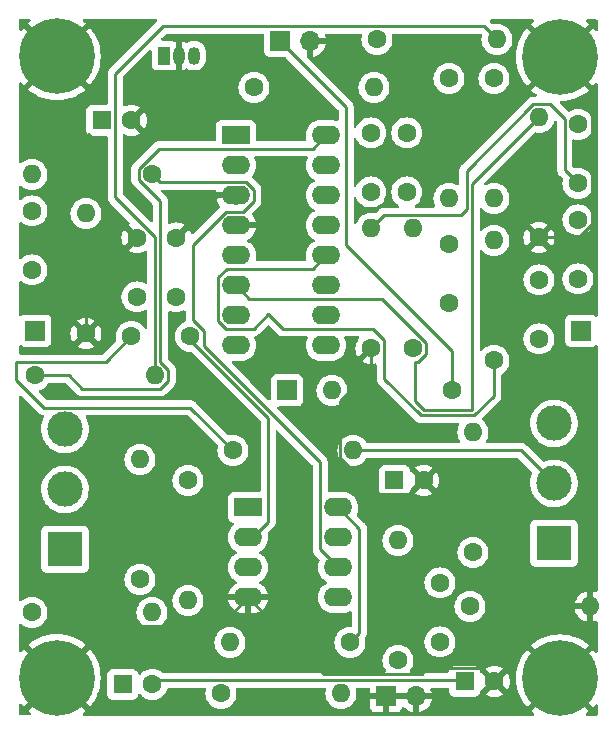
<source format=gbl>
G04 #@! TF.GenerationSoftware,KiCad,Pcbnew,6.0.2+dfsg-1*
G04 #@! TF.CreationDate,2023-05-23T14:21:46-03:00*
G04 #@! TF.ProjectId,pedal,70656461-6c2e-46b6-9963-61645f706362,rev?*
G04 #@! TF.SameCoordinates,Original*
G04 #@! TF.FileFunction,Copper,L2,Bot*
G04 #@! TF.FilePolarity,Positive*
%FSLAX46Y46*%
G04 Gerber Fmt 4.6, Leading zero omitted, Abs format (unit mm)*
G04 Created by KiCad (PCBNEW 6.0.2+dfsg-1) date 2023-05-23 14:21:46*
%MOMM*%
%LPD*%
G01*
G04 APERTURE LIST*
G04 #@! TA.AperFunction,ComponentPad*
%ADD10R,1.700000X1.700000*%
G04 #@! TD*
G04 #@! TA.AperFunction,ComponentPad*
%ADD11C,1.600000*%
G04 #@! TD*
G04 #@! TA.AperFunction,ComponentPad*
%ADD12O,1.600000X1.600000*%
G04 #@! TD*
G04 #@! TA.AperFunction,ComponentPad*
%ADD13R,1.050000X1.500000*%
G04 #@! TD*
G04 #@! TA.AperFunction,ComponentPad*
%ADD14O,1.050000X1.500000*%
G04 #@! TD*
G04 #@! TA.AperFunction,ComponentPad*
%ADD15R,1.600000X1.600000*%
G04 #@! TD*
G04 #@! TA.AperFunction,ComponentPad*
%ADD16O,1.700000X1.700000*%
G04 #@! TD*
G04 #@! TA.AperFunction,ComponentPad*
%ADD17R,3.000000X3.000000*%
G04 #@! TD*
G04 #@! TA.AperFunction,ComponentPad*
%ADD18C,3.000000*%
G04 #@! TD*
G04 #@! TA.AperFunction,ConnectorPad*
%ADD19C,6.400000*%
G04 #@! TD*
G04 #@! TA.AperFunction,ComponentPad*
%ADD20C,3.600000*%
G04 #@! TD*
G04 #@! TA.AperFunction,ComponentPad*
%ADD21R,2.400000X1.600000*%
G04 #@! TD*
G04 #@! TA.AperFunction,ComponentPad*
%ADD22O,2.400000X1.600000*%
G04 #@! TD*
G04 #@! TA.AperFunction,Conductor*
%ADD23C,0.250000*%
G04 #@! TD*
G04 APERTURE END LIST*
D10*
X116423314Y-96922311D03*
D11*
X105228000Y-75548000D03*
D12*
X105228000Y-85708000D03*
D11*
X102180000Y-98408000D03*
D12*
X102180000Y-88248000D03*
D11*
X112848000Y-89010000D03*
D12*
X112848000Y-78850000D03*
D11*
X100910000Y-124824000D03*
D12*
X100910000Y-114664000D03*
D11*
X96846000Y-123300000D03*
D12*
X86686000Y-123300000D03*
D11*
X98624000Y-98408000D03*
D12*
X98624000Y-88248000D03*
D13*
X81098000Y-73622000D03*
D14*
X82368000Y-73622000D03*
X83638000Y-73622000D03*
D11*
X74494000Y-97138000D03*
D12*
X74494000Y-86978000D03*
D11*
X101662000Y-80170000D03*
X101662000Y-85170000D03*
D15*
X100601552Y-109584000D03*
D11*
X103101552Y-109584000D03*
X70176000Y-100694000D03*
D12*
X80336000Y-100694000D03*
D11*
X116150000Y-84438000D03*
X116150000Y-79438000D03*
D10*
X90927000Y-72390000D03*
D16*
X93467000Y-72390000D03*
D11*
X107260000Y-115680000D03*
D12*
X107260000Y-105520000D03*
D10*
X70209688Y-96922311D03*
D11*
X112848000Y-92606000D03*
X112848000Y-97606000D03*
D17*
X114118000Y-114918000D03*
D18*
X114118000Y-109838000D03*
X114118000Y-104758000D03*
D11*
X116150000Y-92526000D03*
X116150000Y-87526000D03*
X85924000Y-127618000D03*
D12*
X96084000Y-127618000D03*
D19*
X72026000Y-73700000D03*
D20*
X72026000Y-73700000D03*
D11*
X78812000Y-94050000D03*
X78812000Y-89050000D03*
D19*
X114626000Y-73748000D03*
D20*
X114626000Y-73748000D03*
D11*
X69922000Y-120760000D03*
D12*
X80082000Y-120760000D03*
X109038000Y-85708000D03*
D11*
X109038000Y-75548000D03*
X80082000Y-83676000D03*
D12*
X69922000Y-83676000D03*
D21*
X88220000Y-111880000D03*
D22*
X88220000Y-114420000D03*
X88220000Y-116960000D03*
X88220000Y-119500000D03*
X95840000Y-119500000D03*
X95840000Y-116960000D03*
X95840000Y-114420000D03*
X95840000Y-111880000D03*
D11*
X88718000Y-76310000D03*
D12*
X98878000Y-76310000D03*
D11*
X99132000Y-72246000D03*
D12*
X109292000Y-72246000D03*
D17*
X72716000Y-115426000D03*
D18*
X72716000Y-110346000D03*
X72716000Y-105266000D03*
D21*
X87194000Y-80374000D03*
D22*
X87194000Y-82914000D03*
X87194000Y-85454000D03*
X87194000Y-87994000D03*
X87194000Y-90534000D03*
X87194000Y-93074000D03*
X87194000Y-95614000D03*
X87194000Y-98154000D03*
X94814000Y-98154000D03*
X94814000Y-95614000D03*
X94814000Y-93074000D03*
X94814000Y-90534000D03*
X94814000Y-87994000D03*
X94814000Y-85454000D03*
X94814000Y-82914000D03*
X94814000Y-80374000D03*
D15*
X106562888Y-126602000D03*
D11*
X109062888Y-126602000D03*
X86940000Y-107044000D03*
D12*
X97100000Y-107044000D03*
D11*
X83130000Y-109584000D03*
D12*
X83130000Y-119744000D03*
D11*
X109038000Y-99424000D03*
D12*
X109038000Y-89264000D03*
D11*
X78344000Y-97392000D03*
X83344000Y-97392000D03*
X107006000Y-120252000D03*
D12*
X117166000Y-120252000D03*
D11*
X78328888Y-79104000D03*
D15*
X75828888Y-79104000D03*
D11*
X104466000Y-118260000D03*
X104466000Y-123260000D03*
D15*
X77606888Y-126856000D03*
D11*
X80106888Y-126856000D03*
X105482000Y-101964000D03*
D12*
X95322000Y-101964000D03*
D11*
X105218000Y-89608000D03*
X105218000Y-94608000D03*
D20*
X72026000Y-126300000D03*
D19*
X72026000Y-126300000D03*
D10*
X99889000Y-127872000D03*
D16*
X102429000Y-127872000D03*
D11*
X82114000Y-94050000D03*
X82114000Y-89050000D03*
D10*
X91512000Y-101964000D03*
D11*
X98614000Y-80170000D03*
X98614000Y-85170000D03*
X69922000Y-91764000D03*
X69922000Y-86764000D03*
X79066000Y-117966000D03*
D12*
X79066000Y-107806000D03*
D20*
X114626000Y-126348000D03*
D19*
X114626000Y-126348000D03*
D23*
X74704377Y-80228511D02*
X74930000Y-80454134D01*
X98624000Y-88248000D02*
X99748511Y-87123489D01*
X106231969Y-87123489D02*
X106738480Y-86616978D01*
X99748511Y-87123489D02*
X106231969Y-87123489D01*
X106738480Y-86616978D02*
X106738480Y-83369220D01*
X106738480Y-83369220D02*
X112383700Y-77724000D01*
X112383700Y-77724000D02*
X113777278Y-77724000D01*
X113777278Y-77724000D02*
X115025489Y-78972211D01*
X115025489Y-78972211D02*
X115025489Y-83313489D01*
X115025489Y-83313489D02*
X116150000Y-84438000D01*
X112848000Y-89010000D02*
X116256300Y-89010000D01*
X116256300Y-89010000D02*
X117348000Y-87918300D01*
X117348000Y-87918300D02*
X117348000Y-76470000D01*
X117348000Y-76470000D02*
X114626000Y-73748000D01*
X89916000Y-95504000D02*
X88681480Y-96738520D01*
X86395480Y-91658520D02*
X93689480Y-91658520D01*
X88681480Y-96738520D02*
X86328209Y-96738520D01*
X86328209Y-96738520D02*
X85669480Y-96079791D01*
X85669480Y-96079791D02*
X85669480Y-92384520D01*
X93689480Y-91658520D02*
X94814000Y-90534000D01*
X85669480Y-92384520D02*
X86395480Y-91658520D01*
X80082000Y-83676000D02*
X80735480Y-84329480D01*
X80735480Y-84329480D02*
X88059791Y-84329480D01*
X88718520Y-85921271D02*
X87770311Y-86869480D01*
X87770311Y-86869480D02*
X86328209Y-86869480D01*
X83566000Y-96023700D02*
X84468511Y-96926211D01*
X94315480Y-115435480D02*
X95840000Y-116960000D01*
X88059791Y-84329480D02*
X88718520Y-84988209D01*
X88718520Y-84988209D02*
X88718520Y-85921271D01*
X86328209Y-86869480D02*
X83566000Y-89631689D01*
X83566000Y-89631689D02*
X83566000Y-96023700D01*
X84468511Y-96926211D02*
X84468511Y-98184511D01*
X84468511Y-98184511D02*
X94315480Y-108031480D01*
X94315480Y-108031480D02*
X94315480Y-115435480D01*
X98770520Y-96738520D02*
X91150520Y-96738520D01*
X99748511Y-97716511D02*
X98770520Y-96738520D01*
X99748511Y-101004991D02*
X99748511Y-97716511D01*
X102825040Y-104081520D02*
X99748511Y-101004991D01*
X91150520Y-96738520D02*
X89916000Y-95504000D01*
X107374197Y-104081520D02*
X102825040Y-104081520D01*
X109038000Y-102417717D02*
X107374197Y-104081520D01*
X109038000Y-99424000D02*
X109038000Y-102417717D01*
X112848000Y-78850000D02*
X107188000Y-84510000D01*
X103124000Y-103632000D02*
X102362000Y-102870000D01*
X107188000Y-84510000D02*
X107188000Y-103632000D01*
X107188000Y-103632000D02*
X103124000Y-103632000D01*
X103304511Y-97942211D02*
X99560820Y-94198520D01*
X102362000Y-102870000D02*
X102362000Y-99532511D01*
X102362000Y-99532511D02*
X102645789Y-99532511D01*
X102645789Y-99532511D02*
X103304511Y-98873789D01*
X103304511Y-98873789D02*
X103304511Y-97942211D01*
X99560820Y-94198520D02*
X88318520Y-94198520D01*
X88318520Y-94198520D02*
X87194000Y-93074000D01*
X96846000Y-123300000D02*
X97645999Y-122500001D01*
X97645999Y-122500001D02*
X97645999Y-113685999D01*
X97645999Y-113685999D02*
X95840000Y-111880000D01*
X88220000Y-114420000D02*
X88620000Y-114420000D01*
X88620000Y-114420000D02*
X89916000Y-113124000D01*
X89916000Y-113124000D02*
X89916000Y-104267718D01*
X89916000Y-104267718D02*
X83344000Y-97695718D01*
X83344000Y-97695718D02*
X83344000Y-97392000D01*
X88220000Y-119500000D02*
X94668511Y-125948511D01*
X94668511Y-125948511D02*
X102905489Y-125948511D01*
X107936888Y-125476000D02*
X109062888Y-126602000D01*
X102905489Y-125948511D02*
X103378000Y-125476000D01*
X103378000Y-125476000D02*
X107936888Y-125476000D01*
X105482000Y-101964000D02*
X105482000Y-98624000D01*
X105482000Y-98624000D02*
X96520000Y-89662000D01*
X96520000Y-89662000D02*
X96520000Y-77983000D01*
X96520000Y-77983000D02*
X90927000Y-72390000D01*
X78344000Y-97392000D02*
X76166511Y-99569489D01*
X76166511Y-99569489D02*
X68578511Y-99569489D01*
X68578511Y-99569489D02*
X68578511Y-101090511D01*
X68578511Y-101090511D02*
X70929489Y-103441489D01*
X70929489Y-103441489D02*
X83337489Y-103441489D01*
X83337489Y-103441489D02*
X86940000Y-107044000D01*
X70176000Y-100694000D02*
X73042000Y-100694000D01*
X73042000Y-100694000D02*
X74166511Y-101818511D01*
X74166511Y-101818511D02*
X80801789Y-101818511D01*
X81460511Y-100228211D02*
X80785520Y-99553220D01*
X80785520Y-85969820D02*
X78957489Y-84141789D01*
X78957489Y-84141789D02*
X78957489Y-83210211D01*
X80801789Y-101818511D02*
X81460511Y-101159789D01*
X81460511Y-101159789D02*
X81460511Y-100228211D01*
X80785520Y-99553220D02*
X80785520Y-85969820D01*
X78957489Y-83210211D02*
X80669189Y-81498511D01*
X80669189Y-81498511D02*
X93689489Y-81498511D01*
X93689489Y-81498511D02*
X94814000Y-80374000D01*
X109292000Y-72246000D02*
X108167489Y-71121489D01*
X80336000Y-88983700D02*
X80336000Y-100694000D01*
X108167489Y-71121489D02*
X81024511Y-71121489D01*
X81024511Y-71121489D02*
X76962000Y-75184000D01*
X76962000Y-75184000D02*
X76962000Y-85609700D01*
X76962000Y-85609700D02*
X80336000Y-88983700D01*
X98624000Y-98408000D02*
X98624000Y-100252300D01*
X98624000Y-100252300D02*
X95975489Y-102900811D01*
X95975489Y-102900811D02*
X95975489Y-107659489D01*
X95975489Y-107659489D02*
X99024511Y-110708511D01*
X99024511Y-110708511D02*
X101977041Y-110708511D01*
X101977041Y-110708511D02*
X103101552Y-109584000D01*
X74494000Y-97138000D02*
X74494000Y-93368000D01*
X74494000Y-93368000D02*
X78812000Y-89050000D01*
X87194000Y-85454000D02*
X85710000Y-85454000D01*
X85710000Y-85454000D02*
X82114000Y-89050000D01*
X80106888Y-126856000D02*
X80469399Y-126493489D01*
X80469399Y-126493489D02*
X106454377Y-126493489D01*
X106454377Y-126493489D02*
X106562888Y-126602000D01*
X88220000Y-119500000D02*
X85835489Y-121884511D01*
X85835489Y-121884511D02*
X76441489Y-121884511D01*
X76441489Y-121884511D02*
X72026000Y-126300000D01*
X117166000Y-120252000D02*
X113769552Y-120252000D01*
X113769552Y-120252000D02*
X103101552Y-109584000D01*
X114118000Y-109838000D02*
X111324000Y-107044000D01*
X111324000Y-107044000D02*
X97100000Y-107044000D01*
G04 #@! TA.AperFunction,Conductor*
G36*
X112327143Y-70550242D02*
G01*
X112395241Y-70570308D01*
X112441683Y-70624009D01*
X112451719Y-70694292D01*
X112422164Y-70758845D01*
X112406314Y-70774161D01*
X112202165Y-70939478D01*
X112193700Y-70951733D01*
X112200034Y-70962824D01*
X114613188Y-73375978D01*
X114627132Y-73383592D01*
X114628965Y-73383461D01*
X114635580Y-73379210D01*
X117051100Y-70963690D01*
X117058241Y-70950614D01*
X117050783Y-70940245D01*
X116851144Y-70778581D01*
X116810792Y-70720167D01*
X116808426Y-70649210D01*
X116844799Y-70588238D01*
X116908361Y-70556610D01*
X116930558Y-70554661D01*
X117692122Y-70555392D01*
X117760222Y-70575459D01*
X117806664Y-70629160D01*
X117818000Y-70681392D01*
X117818000Y-71441908D01*
X117797998Y-71510029D01*
X117744342Y-71556522D01*
X117674068Y-71566626D01*
X117609488Y-71537132D01*
X117594080Y-71521202D01*
X117434523Y-71324167D01*
X117422267Y-71315700D01*
X117411176Y-71322034D01*
X114998022Y-73735188D01*
X114990408Y-73749132D01*
X114990539Y-73750965D01*
X114994790Y-73757580D01*
X117410310Y-76173100D01*
X117423386Y-76180241D01*
X117433755Y-76172783D01*
X117594080Y-75974798D01*
X117652494Y-75934446D01*
X117723451Y-75932080D01*
X117784423Y-75968453D01*
X117816051Y-76032016D01*
X117818000Y-76054092D01*
X117818000Y-95593130D01*
X117797998Y-95661251D01*
X117744342Y-95707744D01*
X117674068Y-95717848D01*
X117616435Y-95693956D01*
X117543560Y-95639339D01*
X117520019Y-95621696D01*
X117383630Y-95570566D01*
X117321448Y-95563811D01*
X115525180Y-95563811D01*
X115462998Y-95570566D01*
X115326609Y-95621696D01*
X115210053Y-95709050D01*
X115122699Y-95825606D01*
X115071569Y-95961995D01*
X115064814Y-96024177D01*
X115064814Y-97820445D01*
X115071569Y-97882627D01*
X115122699Y-98019016D01*
X115210053Y-98135572D01*
X115326609Y-98222926D01*
X115462998Y-98274056D01*
X115525180Y-98280811D01*
X117321448Y-98280811D01*
X117383630Y-98274056D01*
X117520019Y-98222926D01*
X117616435Y-98150666D01*
X117682941Y-98125818D01*
X117752324Y-98140871D01*
X117802554Y-98191045D01*
X117818000Y-98251492D01*
X117818000Y-118915034D01*
X117797998Y-118983155D01*
X117744342Y-119029648D01*
X117674068Y-119039752D01*
X117638749Y-119029228D01*
X117620058Y-119020512D01*
X117609761Y-119016764D01*
X117437497Y-118970606D01*
X117423401Y-118970942D01*
X117420000Y-118978884D01*
X117420000Y-121519967D01*
X117423973Y-121533498D01*
X117432522Y-121534727D01*
X117609761Y-121487236D01*
X117620058Y-121483488D01*
X117638749Y-121474772D01*
X117708940Y-121464110D01*
X117773753Y-121493089D01*
X117812610Y-121552508D01*
X117818000Y-121588966D01*
X117818000Y-124041908D01*
X117797998Y-124110029D01*
X117744342Y-124156522D01*
X117674068Y-124166626D01*
X117609488Y-124137132D01*
X117594080Y-124121202D01*
X117434523Y-123924167D01*
X117422267Y-123915700D01*
X117411176Y-123922034D01*
X114998022Y-126335188D01*
X114990408Y-126349132D01*
X114990539Y-126350965D01*
X114994790Y-126357580D01*
X117410310Y-128773100D01*
X117423386Y-128780241D01*
X117433755Y-128772783D01*
X117594080Y-128574798D01*
X117652494Y-128534446D01*
X117723451Y-128532080D01*
X117784423Y-128568453D01*
X117816051Y-128632016D01*
X117818000Y-128654092D01*
X117818000Y-129413391D01*
X117797998Y-129481512D01*
X117744342Y-129528005D01*
X117691879Y-129539391D01*
X116933623Y-129538663D01*
X116865522Y-129518595D01*
X116819080Y-129464895D01*
X116809044Y-129394612D01*
X116838599Y-129330059D01*
X116854449Y-129314743D01*
X117049835Y-129156522D01*
X117058300Y-129144267D01*
X117051966Y-129133176D01*
X114638812Y-126720022D01*
X114624868Y-126712408D01*
X114623035Y-126712539D01*
X114616420Y-126716790D01*
X112200900Y-129132310D01*
X112193759Y-129145386D01*
X112201217Y-129155755D01*
X112392072Y-129310306D01*
X112432424Y-129368720D01*
X112434790Y-129439677D01*
X112398417Y-129500649D01*
X112334854Y-129532277D01*
X112312657Y-129534226D01*
X92150527Y-129514871D01*
X74324858Y-129497758D01*
X74256759Y-129477692D01*
X74210317Y-129423991D01*
X74200281Y-129353708D01*
X74229836Y-129289155D01*
X74245686Y-129273839D01*
X74449835Y-129108522D01*
X74458300Y-129096267D01*
X74451966Y-129085176D01*
X72038812Y-126672022D01*
X72024868Y-126664408D01*
X72023035Y-126664539D01*
X72016420Y-126668790D01*
X69600900Y-129084310D01*
X69593759Y-129097386D01*
X69601217Y-129107755D01*
X69800856Y-129269419D01*
X69841208Y-129327833D01*
X69843574Y-129398790D01*
X69807201Y-129459762D01*
X69743639Y-129491390D01*
X69721442Y-129493339D01*
X68959878Y-129492608D01*
X68891778Y-129472541D01*
X68845336Y-129418840D01*
X68834000Y-129366608D01*
X68834000Y-128606092D01*
X68854002Y-128537971D01*
X68907658Y-128491478D01*
X68977932Y-128481374D01*
X69042512Y-128510868D01*
X69057920Y-128526798D01*
X69217477Y-128723833D01*
X69229733Y-128732300D01*
X69240824Y-128725966D01*
X71653978Y-126312812D01*
X71660356Y-126301132D01*
X72390408Y-126301132D01*
X72390539Y-126302965D01*
X72394790Y-126309580D01*
X74810310Y-128725100D01*
X74823386Y-128732241D01*
X74833753Y-128724784D01*
X75027877Y-128485061D01*
X75031747Y-128479735D01*
X75239831Y-128159313D01*
X75243128Y-128153603D01*
X75416578Y-127813189D01*
X75419260Y-127807164D01*
X75458809Y-127704134D01*
X76298388Y-127704134D01*
X76305143Y-127766316D01*
X76356273Y-127902705D01*
X76443627Y-128019261D01*
X76560183Y-128106615D01*
X76696572Y-128157745D01*
X76758754Y-128164500D01*
X78455022Y-128164500D01*
X78517204Y-128157745D01*
X78653593Y-128106615D01*
X78770149Y-128019261D01*
X78857503Y-127902705D01*
X78908633Y-127766316D01*
X78910579Y-127767046D01*
X78940433Y-127714795D01*
X79003391Y-127681979D01*
X79074095Y-127688409D01*
X79116888Y-127716498D01*
X79262588Y-127862198D01*
X79267096Y-127865355D01*
X79267099Y-127865357D01*
X79307470Y-127893625D01*
X79450139Y-127993523D01*
X79455121Y-127995846D01*
X79455126Y-127995849D01*
X79608233Y-128067243D01*
X79657645Y-128090284D01*
X79662953Y-128091706D01*
X79662955Y-128091707D01*
X79873486Y-128148119D01*
X79873488Y-128148119D01*
X79878801Y-128149543D01*
X80106888Y-128169498D01*
X80334975Y-128149543D01*
X80340288Y-128148119D01*
X80340290Y-128148119D01*
X80550821Y-128091707D01*
X80550823Y-128091706D01*
X80556131Y-128090284D01*
X80605543Y-128067243D01*
X80758650Y-127995849D01*
X80758655Y-127995846D01*
X80763637Y-127993523D01*
X80906306Y-127893625D01*
X80946677Y-127865357D01*
X80946680Y-127865355D01*
X80951188Y-127862198D01*
X81113086Y-127700300D01*
X81121413Y-127688409D01*
X81179853Y-127604947D01*
X81244411Y-127512749D01*
X81246734Y-127507767D01*
X81246737Y-127507762D01*
X81338849Y-127310225D01*
X81338849Y-127310224D01*
X81341172Y-127305243D01*
X81342594Y-127299936D01*
X81342598Y-127299925D01*
X81363913Y-127220377D01*
X81400864Y-127159755D01*
X81464725Y-127128733D01*
X81485619Y-127126989D01*
X84536701Y-127126989D01*
X84604822Y-127146991D01*
X84651315Y-127200647D01*
X84661419Y-127270921D01*
X84658410Y-127285593D01*
X84630457Y-127389913D01*
X84610502Y-127618000D01*
X84630457Y-127846087D01*
X84631881Y-127851400D01*
X84631881Y-127851402D01*
X84669963Y-127993523D01*
X84689716Y-128067243D01*
X84692039Y-128072224D01*
X84692039Y-128072225D01*
X84784151Y-128269762D01*
X84784154Y-128269767D01*
X84786477Y-128274749D01*
X84917802Y-128462300D01*
X85079700Y-128624198D01*
X85084208Y-128627355D01*
X85084211Y-128627357D01*
X85090865Y-128632016D01*
X85267251Y-128755523D01*
X85272233Y-128757846D01*
X85272238Y-128757849D01*
X85467463Y-128848883D01*
X85474757Y-128852284D01*
X85480065Y-128853706D01*
X85480067Y-128853707D01*
X85690598Y-128910119D01*
X85690600Y-128910119D01*
X85695913Y-128911543D01*
X85924000Y-128931498D01*
X86152087Y-128911543D01*
X86157400Y-128910119D01*
X86157402Y-128910119D01*
X86367933Y-128853707D01*
X86367935Y-128853706D01*
X86373243Y-128852284D01*
X86380537Y-128848883D01*
X86575762Y-128757849D01*
X86575767Y-128757846D01*
X86580749Y-128755523D01*
X86757135Y-128632016D01*
X86763789Y-128627357D01*
X86763792Y-128627355D01*
X86768300Y-128624198D01*
X86930198Y-128462300D01*
X87061523Y-128274749D01*
X87063846Y-128269767D01*
X87063849Y-128269762D01*
X87155961Y-128072225D01*
X87155961Y-128072224D01*
X87158284Y-128067243D01*
X87178038Y-127993523D01*
X87216119Y-127851402D01*
X87216119Y-127851400D01*
X87217543Y-127846087D01*
X87237498Y-127618000D01*
X87217543Y-127389913D01*
X87189592Y-127285599D01*
X87191282Y-127214624D01*
X87231076Y-127155828D01*
X87296340Y-127127880D01*
X87311299Y-127126989D01*
X94696701Y-127126989D01*
X94764822Y-127146991D01*
X94811315Y-127200647D01*
X94821419Y-127270921D01*
X94818410Y-127285593D01*
X94790457Y-127389913D01*
X94770502Y-127618000D01*
X94790457Y-127846087D01*
X94791881Y-127851400D01*
X94791881Y-127851402D01*
X94829963Y-127993523D01*
X94849716Y-128067243D01*
X94852039Y-128072224D01*
X94852039Y-128072225D01*
X94944151Y-128269762D01*
X94944154Y-128269767D01*
X94946477Y-128274749D01*
X95077802Y-128462300D01*
X95239700Y-128624198D01*
X95244208Y-128627355D01*
X95244211Y-128627357D01*
X95250865Y-128632016D01*
X95427251Y-128755523D01*
X95432233Y-128757846D01*
X95432238Y-128757849D01*
X95627463Y-128848883D01*
X95634757Y-128852284D01*
X95640065Y-128853706D01*
X95640067Y-128853707D01*
X95850598Y-128910119D01*
X95850600Y-128910119D01*
X95855913Y-128911543D01*
X96084000Y-128931498D01*
X96312087Y-128911543D01*
X96317400Y-128910119D01*
X96317402Y-128910119D01*
X96527933Y-128853707D01*
X96527935Y-128853706D01*
X96533243Y-128852284D01*
X96540537Y-128848883D01*
X96716847Y-128766669D01*
X98531001Y-128766669D01*
X98531371Y-128773490D01*
X98536895Y-128824352D01*
X98540521Y-128839604D01*
X98585676Y-128960054D01*
X98594214Y-128975649D01*
X98670715Y-129077724D01*
X98683276Y-129090285D01*
X98785351Y-129166786D01*
X98800946Y-129175324D01*
X98921394Y-129220478D01*
X98936649Y-129224105D01*
X98987514Y-129229631D01*
X98994328Y-129230000D01*
X99616885Y-129230000D01*
X99632124Y-129225525D01*
X99633329Y-129224135D01*
X99635000Y-129216452D01*
X99635000Y-129211884D01*
X100143000Y-129211884D01*
X100147475Y-129227123D01*
X100148865Y-129228328D01*
X100156548Y-129229999D01*
X100783669Y-129229999D01*
X100790490Y-129229629D01*
X100841352Y-129224105D01*
X100856604Y-129220479D01*
X100977054Y-129175324D01*
X100992649Y-129166786D01*
X101094724Y-129090285D01*
X101107285Y-129077724D01*
X101183786Y-128975649D01*
X101192325Y-128960052D01*
X101233425Y-128850418D01*
X101276066Y-128793653D01*
X101342628Y-128768953D01*
X101411977Y-128784160D01*
X101446645Y-128812150D01*
X101472219Y-128841674D01*
X101479580Y-128848883D01*
X101643434Y-128984916D01*
X101651881Y-128990831D01*
X101835756Y-129098279D01*
X101845042Y-129102729D01*
X102044001Y-129178703D01*
X102053899Y-129181579D01*
X102157250Y-129202606D01*
X102171299Y-129201410D01*
X102175000Y-129191065D01*
X102175000Y-129190517D01*
X102683000Y-129190517D01*
X102687064Y-129204359D01*
X102700478Y-129206393D01*
X102707184Y-129205534D01*
X102717262Y-129203392D01*
X102921255Y-129142191D01*
X102930842Y-129138433D01*
X103122095Y-129044739D01*
X103130945Y-129039464D01*
X103304328Y-128915792D01*
X103312200Y-128909139D01*
X103463052Y-128758812D01*
X103469730Y-128750965D01*
X103594003Y-128578020D01*
X103599313Y-128569183D01*
X103693670Y-128378267D01*
X103697469Y-128368672D01*
X103759377Y-128164910D01*
X103761555Y-128154837D01*
X103762986Y-128143962D01*
X103760775Y-128129778D01*
X103747617Y-128126000D01*
X102701115Y-128126000D01*
X102685876Y-128130475D01*
X102684671Y-128131865D01*
X102683000Y-128139548D01*
X102683000Y-129190517D01*
X102175000Y-129190517D01*
X102175000Y-128144115D01*
X102170525Y-128128876D01*
X102169135Y-128127671D01*
X102161452Y-128126000D01*
X100161115Y-128126000D01*
X100145876Y-128130475D01*
X100144671Y-128131865D01*
X100143000Y-128139548D01*
X100143000Y-129211884D01*
X99635000Y-129211884D01*
X99635000Y-128144115D01*
X99630525Y-128128876D01*
X99629135Y-128127671D01*
X99621452Y-128126000D01*
X98549116Y-128126000D01*
X98533877Y-128130475D01*
X98532672Y-128131865D01*
X98531001Y-128139548D01*
X98531001Y-128766669D01*
X96716847Y-128766669D01*
X96735762Y-128757849D01*
X96735767Y-128757846D01*
X96740749Y-128755523D01*
X96917135Y-128632016D01*
X96923789Y-128627357D01*
X96923792Y-128627355D01*
X96928300Y-128624198D01*
X97090198Y-128462300D01*
X97221523Y-128274749D01*
X97223846Y-128269767D01*
X97223849Y-128269762D01*
X97315961Y-128072225D01*
X97315961Y-128072224D01*
X97318284Y-128067243D01*
X97338038Y-127993523D01*
X97376119Y-127851402D01*
X97376119Y-127851400D01*
X97377543Y-127846087D01*
X97397498Y-127618000D01*
X97377543Y-127389913D01*
X97349592Y-127285599D01*
X97351282Y-127214624D01*
X97391076Y-127155828D01*
X97456340Y-127127880D01*
X97471299Y-127126989D01*
X98405000Y-127126989D01*
X98473121Y-127146991D01*
X98519614Y-127200647D01*
X98531000Y-127252989D01*
X98531000Y-127599885D01*
X98535475Y-127615124D01*
X98536865Y-127616329D01*
X98544548Y-127618000D01*
X103747344Y-127618000D01*
X103760875Y-127614027D01*
X103762180Y-127604947D01*
X103720214Y-127437875D01*
X103716894Y-127428124D01*
X103662590Y-127303231D01*
X103653771Y-127232784D01*
X103684437Y-127168752D01*
X103744854Y-127131465D01*
X103778140Y-127126989D01*
X105128388Y-127126989D01*
X105196509Y-127146991D01*
X105243002Y-127200647D01*
X105254388Y-127252989D01*
X105254388Y-127450134D01*
X105261143Y-127512316D01*
X105312273Y-127648705D01*
X105399627Y-127765261D01*
X105516183Y-127852615D01*
X105652572Y-127903745D01*
X105714754Y-127910500D01*
X107411022Y-127910500D01*
X107473204Y-127903745D01*
X107609593Y-127852615D01*
X107726149Y-127765261D01*
X107784007Y-127688062D01*
X108341381Y-127688062D01*
X108350677Y-127700077D01*
X108401882Y-127735931D01*
X108411377Y-127741414D01*
X108608835Y-127833490D01*
X108619127Y-127837236D01*
X108829576Y-127893625D01*
X108840369Y-127895528D01*
X109057413Y-127914517D01*
X109068363Y-127914517D01*
X109285407Y-127895528D01*
X109296200Y-127893625D01*
X109506649Y-127837236D01*
X109516941Y-127833490D01*
X109714399Y-127741414D01*
X109723894Y-127735931D01*
X109775936Y-127699491D01*
X109784312Y-127689012D01*
X109777244Y-127675566D01*
X109075700Y-126974022D01*
X109061756Y-126966408D01*
X109059923Y-126966539D01*
X109053308Y-126970790D01*
X108347811Y-127676287D01*
X108341381Y-127688062D01*
X107784007Y-127688062D01*
X107813503Y-127648705D01*
X107864633Y-127512316D01*
X107871388Y-127450134D01*
X107871388Y-127446815D01*
X107895041Y-127379890D01*
X107941044Y-127344196D01*
X107940029Y-127342266D01*
X107950888Y-127336558D01*
X107951133Y-127336368D01*
X107951291Y-127336347D01*
X107989322Y-127316356D01*
X108690866Y-126614812D01*
X108697244Y-126603132D01*
X109427296Y-126603132D01*
X109427427Y-126604965D01*
X109431678Y-126611580D01*
X110137175Y-127317077D01*
X110148950Y-127323507D01*
X110160965Y-127314211D01*
X110196819Y-127263006D01*
X110202302Y-127253511D01*
X110294378Y-127056053D01*
X110298124Y-127045761D01*
X110354513Y-126835312D01*
X110356416Y-126824519D01*
X110375405Y-126607475D01*
X110375405Y-126596525D01*
X110356416Y-126379481D01*
X110354513Y-126368688D01*
X110349854Y-126351301D01*
X110913084Y-126351301D01*
X110933080Y-126732833D01*
X110933766Y-126739371D01*
X110993535Y-127116734D01*
X110994906Y-127123184D01*
X111093788Y-127492216D01*
X111095829Y-127498498D01*
X111232740Y-127855164D01*
X111235422Y-127861189D01*
X111408872Y-128201603D01*
X111412169Y-128207313D01*
X111620253Y-128527735D01*
X111624123Y-128533061D01*
X111817478Y-128771835D01*
X111829733Y-128780300D01*
X111840824Y-128773966D01*
X114253978Y-126360812D01*
X114261592Y-126346868D01*
X114261461Y-126345035D01*
X114257210Y-126338420D01*
X111841690Y-123922900D01*
X111828614Y-123915759D01*
X111818247Y-123923216D01*
X111624123Y-124162939D01*
X111620253Y-124168265D01*
X111412169Y-124488687D01*
X111408872Y-124494397D01*
X111235422Y-124834811D01*
X111232740Y-124840836D01*
X111095829Y-125197502D01*
X111093788Y-125203784D01*
X110994906Y-125572816D01*
X110993535Y-125579266D01*
X110933766Y-125956629D01*
X110933080Y-125963167D01*
X110913084Y-126344699D01*
X110913084Y-126351301D01*
X110349854Y-126351301D01*
X110298124Y-126158239D01*
X110294378Y-126147947D01*
X110202302Y-125950489D01*
X110196819Y-125940994D01*
X110160379Y-125888952D01*
X110149900Y-125880576D01*
X110136454Y-125887644D01*
X109434910Y-126589188D01*
X109427296Y-126603132D01*
X108697244Y-126603132D01*
X108698480Y-126600868D01*
X108698349Y-126599035D01*
X108694098Y-126592420D01*
X107988601Y-125886923D01*
X107946859Y-125864129D01*
X107936859Y-125861953D01*
X107886661Y-125811747D01*
X107871437Y-125758186D01*
X107871388Y-125757281D01*
X107871388Y-125753866D01*
X107864633Y-125691684D01*
X107813503Y-125555295D01*
X107783295Y-125514988D01*
X108341464Y-125514988D01*
X108348532Y-125528434D01*
X109050076Y-126229978D01*
X109064020Y-126237592D01*
X109065853Y-126237461D01*
X109072468Y-126233210D01*
X109777965Y-125527713D01*
X109784395Y-125515938D01*
X109775099Y-125503923D01*
X109723894Y-125468069D01*
X109714399Y-125462586D01*
X109516941Y-125370510D01*
X109506649Y-125366764D01*
X109296200Y-125310375D01*
X109285407Y-125308472D01*
X109068363Y-125289483D01*
X109057413Y-125289483D01*
X108840369Y-125308472D01*
X108829576Y-125310375D01*
X108619127Y-125366764D01*
X108608835Y-125370510D01*
X108411377Y-125462586D01*
X108401882Y-125468069D01*
X108349840Y-125504509D01*
X108341464Y-125514988D01*
X107783295Y-125514988D01*
X107726149Y-125438739D01*
X107609593Y-125351385D01*
X107473204Y-125300255D01*
X107411022Y-125293500D01*
X105714754Y-125293500D01*
X105652572Y-125300255D01*
X105516183Y-125351385D01*
X105399627Y-125438739D01*
X105312273Y-125555295D01*
X105261143Y-125691684D01*
X105257090Y-125728992D01*
X105255069Y-125747597D01*
X105227827Y-125813159D01*
X105169464Y-125853585D01*
X105129806Y-125859989D01*
X102024020Y-125859989D01*
X101955899Y-125839987D01*
X101909406Y-125786331D01*
X101899302Y-125716057D01*
X101920807Y-125661718D01*
X102044366Y-125485258D01*
X102044367Y-125485256D01*
X102047523Y-125480749D01*
X102049846Y-125475767D01*
X102049849Y-125475762D01*
X102141961Y-125278225D01*
X102141961Y-125278224D01*
X102144284Y-125273243D01*
X102203543Y-125052087D01*
X102223498Y-124824000D01*
X102203543Y-124595913D01*
X102192190Y-124553543D01*
X102145707Y-124380067D01*
X102145706Y-124380065D01*
X102144284Y-124374757D01*
X102112315Y-124306198D01*
X102049849Y-124172238D01*
X102049846Y-124172233D01*
X102047523Y-124167251D01*
X101959757Y-124041908D01*
X101919357Y-123984211D01*
X101919355Y-123984208D01*
X101916198Y-123979700D01*
X101754300Y-123817802D01*
X101749792Y-123814645D01*
X101749789Y-123814643D01*
X101599262Y-123709243D01*
X101566749Y-123686477D01*
X101561767Y-123684154D01*
X101561762Y-123684151D01*
X101364225Y-123592039D01*
X101364224Y-123592039D01*
X101359243Y-123589716D01*
X101353935Y-123588294D01*
X101353933Y-123588293D01*
X101143402Y-123531881D01*
X101143400Y-123531881D01*
X101138087Y-123530457D01*
X100910000Y-123510502D01*
X100681913Y-123530457D01*
X100676600Y-123531881D01*
X100676598Y-123531881D01*
X100466067Y-123588293D01*
X100466065Y-123588294D01*
X100460757Y-123589716D01*
X100455776Y-123592039D01*
X100455775Y-123592039D01*
X100258238Y-123684151D01*
X100258233Y-123684154D01*
X100253251Y-123686477D01*
X100220738Y-123709243D01*
X100070211Y-123814643D01*
X100070208Y-123814645D01*
X100065700Y-123817802D01*
X99903802Y-123979700D01*
X99900645Y-123984208D01*
X99900643Y-123984211D01*
X99860243Y-124041908D01*
X99772477Y-124167251D01*
X99770154Y-124172233D01*
X99770151Y-124172238D01*
X99707685Y-124306198D01*
X99675716Y-124374757D01*
X99674294Y-124380065D01*
X99674293Y-124380067D01*
X99627810Y-124553543D01*
X99616457Y-124595913D01*
X99596502Y-124824000D01*
X99616457Y-125052087D01*
X99675716Y-125273243D01*
X99678039Y-125278224D01*
X99678039Y-125278225D01*
X99770151Y-125475762D01*
X99770154Y-125475767D01*
X99772477Y-125480749D01*
X99775633Y-125485256D01*
X99775634Y-125485258D01*
X99899193Y-125661718D01*
X99921881Y-125728992D01*
X99904596Y-125797853D01*
X99852826Y-125846437D01*
X99795980Y-125859989D01*
X81005464Y-125859989D01*
X80933193Y-125837202D01*
X80763637Y-125718477D01*
X80758655Y-125716154D01*
X80758650Y-125716151D01*
X80561113Y-125624039D01*
X80561112Y-125624039D01*
X80556131Y-125621716D01*
X80550823Y-125620294D01*
X80550821Y-125620293D01*
X80340290Y-125563881D01*
X80340288Y-125563881D01*
X80334975Y-125562457D01*
X80106888Y-125542502D01*
X79878801Y-125562457D01*
X79873488Y-125563881D01*
X79873486Y-125563881D01*
X79662955Y-125620293D01*
X79662953Y-125620294D01*
X79657645Y-125621716D01*
X79652664Y-125624039D01*
X79652663Y-125624039D01*
X79455126Y-125716151D01*
X79455121Y-125716154D01*
X79450139Y-125718477D01*
X79393429Y-125758186D01*
X79267099Y-125846643D01*
X79267096Y-125846645D01*
X79262588Y-125849802D01*
X79116888Y-125995502D01*
X79054576Y-126029528D01*
X78983761Y-126024463D01*
X78926925Y-125981916D01*
X78909756Y-125945263D01*
X78908633Y-125945684D01*
X78860655Y-125817703D01*
X78857503Y-125809295D01*
X78770149Y-125692739D01*
X78653593Y-125605385D01*
X78517204Y-125554255D01*
X78455022Y-125547500D01*
X76758754Y-125547500D01*
X76696572Y-125554255D01*
X76560183Y-125605385D01*
X76443627Y-125692739D01*
X76356273Y-125809295D01*
X76305143Y-125945684D01*
X76298388Y-126007866D01*
X76298388Y-127704134D01*
X75458809Y-127704134D01*
X75556171Y-127450498D01*
X75558212Y-127444216D01*
X75657094Y-127075184D01*
X75658465Y-127068734D01*
X75718234Y-126691371D01*
X75718920Y-126684833D01*
X75738916Y-126303301D01*
X75738916Y-126296699D01*
X75718920Y-125915167D01*
X75718234Y-125908629D01*
X75658465Y-125531266D01*
X75657094Y-125524816D01*
X75558212Y-125155784D01*
X75556171Y-125149502D01*
X75419260Y-124792836D01*
X75416578Y-124786811D01*
X75243128Y-124446397D01*
X75239831Y-124440687D01*
X75031747Y-124120265D01*
X75027877Y-124114939D01*
X74834522Y-123876165D01*
X74822267Y-123867700D01*
X74811176Y-123874034D01*
X72398022Y-126287188D01*
X72390408Y-126301132D01*
X71660356Y-126301132D01*
X71661592Y-126298868D01*
X71661461Y-126297035D01*
X71657210Y-126290420D01*
X69241690Y-123874900D01*
X69228614Y-123867759D01*
X69218245Y-123875217D01*
X69057920Y-124073202D01*
X68999506Y-124113554D01*
X68928549Y-124115920D01*
X68867577Y-124079547D01*
X68835949Y-124015984D01*
X68834000Y-123993908D01*
X68834000Y-123503733D01*
X69593700Y-123503733D01*
X69600034Y-123514824D01*
X72013188Y-125927978D01*
X72027132Y-125935592D01*
X72028965Y-125935461D01*
X72035580Y-125931210D01*
X74451100Y-123515690D01*
X74458241Y-123502614D01*
X74450784Y-123492247D01*
X74213379Y-123300000D01*
X85372502Y-123300000D01*
X85392457Y-123528087D01*
X85393881Y-123533400D01*
X85393881Y-123533402D01*
X85434275Y-123684151D01*
X85451716Y-123749243D01*
X85454039Y-123754224D01*
X85454039Y-123754225D01*
X85546151Y-123951762D01*
X85546154Y-123951767D01*
X85548477Y-123956749D01*
X85574496Y-123993908D01*
X85663629Y-124121202D01*
X85679802Y-124144300D01*
X85841700Y-124306198D01*
X85846208Y-124309355D01*
X85846211Y-124309357D01*
X85924389Y-124364098D01*
X86029251Y-124437523D01*
X86034233Y-124439846D01*
X86034238Y-124439849D01*
X86231775Y-124531961D01*
X86236757Y-124534284D01*
X86242065Y-124535706D01*
X86242067Y-124535707D01*
X86452598Y-124592119D01*
X86452600Y-124592119D01*
X86457913Y-124593543D01*
X86686000Y-124613498D01*
X86914087Y-124593543D01*
X86919400Y-124592119D01*
X86919402Y-124592119D01*
X87129933Y-124535707D01*
X87129935Y-124535706D01*
X87135243Y-124534284D01*
X87140225Y-124531961D01*
X87337762Y-124439849D01*
X87337767Y-124439846D01*
X87342749Y-124437523D01*
X87447611Y-124364098D01*
X87525789Y-124309357D01*
X87525792Y-124309355D01*
X87530300Y-124306198D01*
X87692198Y-124144300D01*
X87708372Y-124121202D01*
X87797504Y-123993908D01*
X87823523Y-123956749D01*
X87825846Y-123951767D01*
X87825849Y-123951762D01*
X87917961Y-123754225D01*
X87917961Y-123754224D01*
X87920284Y-123749243D01*
X87937726Y-123684151D01*
X87978119Y-123533402D01*
X87978119Y-123533400D01*
X87979543Y-123528087D01*
X87999498Y-123300000D01*
X87979543Y-123071913D01*
X87948865Y-122957422D01*
X87921707Y-122856067D01*
X87921706Y-122856065D01*
X87920284Y-122850757D01*
X87915756Y-122841046D01*
X87825849Y-122648238D01*
X87825846Y-122648233D01*
X87823523Y-122643251D01*
X87692198Y-122455700D01*
X87530300Y-122293802D01*
X87525792Y-122290645D01*
X87525789Y-122290643D01*
X87447611Y-122235902D01*
X87342749Y-122162477D01*
X87337767Y-122160154D01*
X87337762Y-122160151D01*
X87140225Y-122068039D01*
X87140224Y-122068039D01*
X87135243Y-122065716D01*
X87129935Y-122064294D01*
X87129933Y-122064293D01*
X86919402Y-122007881D01*
X86919400Y-122007881D01*
X86914087Y-122006457D01*
X86686000Y-121986502D01*
X86457913Y-122006457D01*
X86452600Y-122007881D01*
X86452598Y-122007881D01*
X86242067Y-122064293D01*
X86242065Y-122064294D01*
X86236757Y-122065716D01*
X86231776Y-122068039D01*
X86231775Y-122068039D01*
X86034238Y-122160151D01*
X86034233Y-122160154D01*
X86029251Y-122162477D01*
X85924389Y-122235902D01*
X85846211Y-122290643D01*
X85846208Y-122290645D01*
X85841700Y-122293802D01*
X85679802Y-122455700D01*
X85548477Y-122643251D01*
X85546154Y-122648233D01*
X85546151Y-122648238D01*
X85456244Y-122841046D01*
X85451716Y-122850757D01*
X85450294Y-122856065D01*
X85450293Y-122856067D01*
X85423135Y-122957422D01*
X85392457Y-123071913D01*
X85372502Y-123300000D01*
X74213379Y-123300000D01*
X74211065Y-123298126D01*
X74205728Y-123294249D01*
X73885315Y-123086170D01*
X73879606Y-123082873D01*
X73539189Y-122909422D01*
X73533164Y-122906740D01*
X73176498Y-122769829D01*
X73170216Y-122767788D01*
X72801184Y-122668906D01*
X72794734Y-122667535D01*
X72417371Y-122607766D01*
X72410833Y-122607080D01*
X72029301Y-122587084D01*
X72022699Y-122587084D01*
X71641167Y-122607080D01*
X71634629Y-122607766D01*
X71257266Y-122667535D01*
X71250816Y-122668906D01*
X70881784Y-122767788D01*
X70875502Y-122769829D01*
X70518836Y-122906740D01*
X70512811Y-122909422D01*
X70172397Y-123082872D01*
X70166687Y-123086169D01*
X69846265Y-123294253D01*
X69840939Y-123298123D01*
X69602165Y-123491478D01*
X69593700Y-123503733D01*
X68834000Y-123503733D01*
X68834000Y-121826688D01*
X68854002Y-121758567D01*
X68907658Y-121712074D01*
X68977932Y-121701970D01*
X69042512Y-121731464D01*
X69049095Y-121737593D01*
X69077700Y-121766198D01*
X69082208Y-121769355D01*
X69082211Y-121769357D01*
X69160389Y-121824098D01*
X69265251Y-121897523D01*
X69270233Y-121899846D01*
X69270238Y-121899849D01*
X69461605Y-121989084D01*
X69472757Y-121994284D01*
X69478065Y-121995706D01*
X69478067Y-121995707D01*
X69688598Y-122052119D01*
X69688600Y-122052119D01*
X69693913Y-122053543D01*
X69922000Y-122073498D01*
X70150087Y-122053543D01*
X70155400Y-122052119D01*
X70155402Y-122052119D01*
X70365933Y-121995707D01*
X70365935Y-121995706D01*
X70371243Y-121994284D01*
X70382395Y-121989084D01*
X70573762Y-121899849D01*
X70573767Y-121899846D01*
X70578749Y-121897523D01*
X70683611Y-121824098D01*
X70761789Y-121769357D01*
X70761792Y-121769355D01*
X70766300Y-121766198D01*
X70928198Y-121604300D01*
X71059523Y-121416749D01*
X71061846Y-121411767D01*
X71061849Y-121411762D01*
X71153961Y-121214225D01*
X71153961Y-121214224D01*
X71156284Y-121209243D01*
X71215543Y-120988087D01*
X71235498Y-120760000D01*
X78768502Y-120760000D01*
X78788457Y-120988087D01*
X78847716Y-121209243D01*
X78850039Y-121214224D01*
X78850039Y-121214225D01*
X78942151Y-121411762D01*
X78942154Y-121411767D01*
X78944477Y-121416749D01*
X79075802Y-121604300D01*
X79237700Y-121766198D01*
X79242208Y-121769355D01*
X79242211Y-121769357D01*
X79320389Y-121824098D01*
X79425251Y-121897523D01*
X79430233Y-121899846D01*
X79430238Y-121899849D01*
X79621605Y-121989084D01*
X79632757Y-121994284D01*
X79638065Y-121995706D01*
X79638067Y-121995707D01*
X79848598Y-122052119D01*
X79848600Y-122052119D01*
X79853913Y-122053543D01*
X80082000Y-122073498D01*
X80310087Y-122053543D01*
X80315400Y-122052119D01*
X80315402Y-122052119D01*
X80525933Y-121995707D01*
X80525935Y-121995706D01*
X80531243Y-121994284D01*
X80542395Y-121989084D01*
X80733762Y-121899849D01*
X80733767Y-121899846D01*
X80738749Y-121897523D01*
X80843611Y-121824098D01*
X80921789Y-121769357D01*
X80921792Y-121769355D01*
X80926300Y-121766198D01*
X81088198Y-121604300D01*
X81219523Y-121416749D01*
X81221846Y-121411767D01*
X81221849Y-121411762D01*
X81313961Y-121214225D01*
X81313961Y-121214224D01*
X81316284Y-121209243D01*
X81375543Y-120988087D01*
X81395498Y-120760000D01*
X81375543Y-120531913D01*
X81368600Y-120506000D01*
X81317707Y-120316067D01*
X81317706Y-120316065D01*
X81316284Y-120310757D01*
X81313961Y-120305775D01*
X81221849Y-120108238D01*
X81221846Y-120108233D01*
X81219523Y-120103251D01*
X81088198Y-119915700D01*
X80926300Y-119753802D01*
X80921792Y-119750645D01*
X80921789Y-119750643D01*
X80912302Y-119744000D01*
X81816502Y-119744000D01*
X81836457Y-119972087D01*
X81837881Y-119977400D01*
X81837881Y-119977402D01*
X81871603Y-120103251D01*
X81895716Y-120193243D01*
X81898039Y-120198224D01*
X81898039Y-120198225D01*
X81990151Y-120395762D01*
X81990154Y-120395767D01*
X81992477Y-120400749D01*
X82123802Y-120588300D01*
X82285700Y-120750198D01*
X82290208Y-120753355D01*
X82290211Y-120753357D01*
X82361859Y-120803525D01*
X82473251Y-120881523D01*
X82478233Y-120883846D01*
X82478238Y-120883849D01*
X82675775Y-120975961D01*
X82680757Y-120978284D01*
X82686065Y-120979706D01*
X82686067Y-120979707D01*
X82896598Y-121036119D01*
X82896600Y-121036119D01*
X82901913Y-121037543D01*
X83130000Y-121057498D01*
X83358087Y-121037543D01*
X83363400Y-121036119D01*
X83363402Y-121036119D01*
X83573933Y-120979707D01*
X83573935Y-120979706D01*
X83579243Y-120978284D01*
X83584225Y-120975961D01*
X83781762Y-120883849D01*
X83781767Y-120883846D01*
X83786749Y-120881523D01*
X83898141Y-120803525D01*
X83969789Y-120753357D01*
X83969792Y-120753355D01*
X83974300Y-120750198D01*
X84136198Y-120588300D01*
X84267523Y-120400749D01*
X84269846Y-120395767D01*
X84269849Y-120395762D01*
X84361961Y-120198225D01*
X84361961Y-120198224D01*
X84364284Y-120193243D01*
X84388398Y-120103251D01*
X84422119Y-119977402D01*
X84422119Y-119977400D01*
X84423543Y-119972087D01*
X84441528Y-119766522D01*
X86537273Y-119766522D01*
X86584764Y-119943761D01*
X86588510Y-119954053D01*
X86680586Y-120151511D01*
X86686069Y-120161007D01*
X86811028Y-120339467D01*
X86818084Y-120347875D01*
X86972125Y-120501916D01*
X86980533Y-120508972D01*
X87158993Y-120633931D01*
X87168489Y-120639414D01*
X87365947Y-120731490D01*
X87376239Y-120735236D01*
X87586688Y-120791625D01*
X87597481Y-120793528D01*
X87760170Y-120807762D01*
X87765635Y-120808000D01*
X87947885Y-120808000D01*
X87963124Y-120803525D01*
X87964329Y-120802135D01*
X87966000Y-120794452D01*
X87966000Y-120789885D01*
X88474000Y-120789885D01*
X88478475Y-120805124D01*
X88479865Y-120806329D01*
X88487548Y-120808000D01*
X88674365Y-120808000D01*
X88679830Y-120807762D01*
X88842519Y-120793528D01*
X88853312Y-120791625D01*
X89063761Y-120735236D01*
X89074053Y-120731490D01*
X89271511Y-120639414D01*
X89281007Y-120633931D01*
X89459467Y-120508972D01*
X89467875Y-120501916D01*
X89621916Y-120347875D01*
X89628972Y-120339467D01*
X89753931Y-120161007D01*
X89759414Y-120151511D01*
X89851490Y-119954053D01*
X89855236Y-119943761D01*
X89901394Y-119771497D01*
X89901058Y-119757401D01*
X89893116Y-119754000D01*
X88492115Y-119754000D01*
X88476876Y-119758475D01*
X88475671Y-119759865D01*
X88474000Y-119767548D01*
X88474000Y-120789885D01*
X87966000Y-120789885D01*
X87966000Y-119772115D01*
X87961525Y-119756876D01*
X87960135Y-119755671D01*
X87952452Y-119754000D01*
X86552033Y-119754000D01*
X86538502Y-119757973D01*
X86537273Y-119766522D01*
X84441528Y-119766522D01*
X84443498Y-119744000D01*
X84423543Y-119515913D01*
X84417812Y-119494525D01*
X84365707Y-119300067D01*
X84365706Y-119300065D01*
X84364284Y-119294757D01*
X84352440Y-119269357D01*
X84269849Y-119092238D01*
X84269846Y-119092233D01*
X84267523Y-119087251D01*
X84163368Y-118938502D01*
X84139357Y-118904211D01*
X84139355Y-118904208D01*
X84136198Y-118899700D01*
X83974300Y-118737802D01*
X83969792Y-118734645D01*
X83969789Y-118734643D01*
X83863489Y-118660211D01*
X83786749Y-118606477D01*
X83781767Y-118604154D01*
X83781762Y-118604151D01*
X83584225Y-118512039D01*
X83584224Y-118512039D01*
X83579243Y-118509716D01*
X83573935Y-118508294D01*
X83573933Y-118508293D01*
X83363402Y-118451881D01*
X83363400Y-118451881D01*
X83358087Y-118450457D01*
X83130000Y-118430502D01*
X82901913Y-118450457D01*
X82896600Y-118451881D01*
X82896598Y-118451881D01*
X82686067Y-118508293D01*
X82686065Y-118508294D01*
X82680757Y-118509716D01*
X82675776Y-118512039D01*
X82675775Y-118512039D01*
X82478238Y-118604151D01*
X82478233Y-118604154D01*
X82473251Y-118606477D01*
X82396511Y-118660211D01*
X82290211Y-118734643D01*
X82290208Y-118734645D01*
X82285700Y-118737802D01*
X82123802Y-118899700D01*
X82120645Y-118904208D01*
X82120643Y-118904211D01*
X82096632Y-118938502D01*
X81992477Y-119087251D01*
X81990154Y-119092233D01*
X81990151Y-119092238D01*
X81907560Y-119269357D01*
X81895716Y-119294757D01*
X81894294Y-119300065D01*
X81894293Y-119300067D01*
X81842188Y-119494525D01*
X81836457Y-119515913D01*
X81816502Y-119744000D01*
X80912302Y-119744000D01*
X80839912Y-119693312D01*
X80738749Y-119622477D01*
X80733767Y-119620154D01*
X80733762Y-119620151D01*
X80536225Y-119528039D01*
X80536224Y-119528039D01*
X80531243Y-119525716D01*
X80525935Y-119524294D01*
X80525933Y-119524293D01*
X80315402Y-119467881D01*
X80315400Y-119467881D01*
X80310087Y-119466457D01*
X80082000Y-119446502D01*
X79853913Y-119466457D01*
X79848600Y-119467881D01*
X79848598Y-119467881D01*
X79638067Y-119524293D01*
X79638065Y-119524294D01*
X79632757Y-119525716D01*
X79627776Y-119528039D01*
X79627775Y-119528039D01*
X79430238Y-119620151D01*
X79430233Y-119620154D01*
X79425251Y-119622477D01*
X79324088Y-119693312D01*
X79242211Y-119750643D01*
X79242208Y-119750645D01*
X79237700Y-119753802D01*
X79075802Y-119915700D01*
X78944477Y-120103251D01*
X78942154Y-120108233D01*
X78942151Y-120108238D01*
X78850039Y-120305775D01*
X78847716Y-120310757D01*
X78846294Y-120316065D01*
X78846293Y-120316067D01*
X78795400Y-120506000D01*
X78788457Y-120531913D01*
X78768502Y-120760000D01*
X71235498Y-120760000D01*
X71215543Y-120531913D01*
X71208600Y-120506000D01*
X71157707Y-120316067D01*
X71157706Y-120316065D01*
X71156284Y-120310757D01*
X71153961Y-120305775D01*
X71061849Y-120108238D01*
X71061846Y-120108233D01*
X71059523Y-120103251D01*
X70928198Y-119915700D01*
X70766300Y-119753802D01*
X70761792Y-119750645D01*
X70761789Y-119750643D01*
X70679912Y-119693312D01*
X70578749Y-119622477D01*
X70573767Y-119620154D01*
X70573762Y-119620151D01*
X70376225Y-119528039D01*
X70376224Y-119528039D01*
X70371243Y-119525716D01*
X70365935Y-119524294D01*
X70365933Y-119524293D01*
X70155402Y-119467881D01*
X70155400Y-119467881D01*
X70150087Y-119466457D01*
X69922000Y-119446502D01*
X69693913Y-119466457D01*
X69688600Y-119467881D01*
X69688598Y-119467881D01*
X69478067Y-119524293D01*
X69478065Y-119524294D01*
X69472757Y-119525716D01*
X69467776Y-119528039D01*
X69467775Y-119528039D01*
X69270238Y-119620151D01*
X69270233Y-119620154D01*
X69265251Y-119622477D01*
X69164088Y-119693312D01*
X69082211Y-119750643D01*
X69082208Y-119750645D01*
X69077700Y-119753802D01*
X69049095Y-119782407D01*
X68986783Y-119816433D01*
X68915968Y-119811368D01*
X68859132Y-119768821D01*
X68834321Y-119702301D01*
X68834000Y-119693312D01*
X68834000Y-117966000D01*
X77752502Y-117966000D01*
X77772457Y-118194087D01*
X77773881Y-118199400D01*
X77773881Y-118199402D01*
X77817071Y-118360586D01*
X77831716Y-118415243D01*
X77834039Y-118420224D01*
X77834039Y-118420225D01*
X77926151Y-118617762D01*
X77926154Y-118617767D01*
X77928477Y-118622749D01*
X78059802Y-118810300D01*
X78221700Y-118972198D01*
X78226208Y-118975355D01*
X78226211Y-118975357D01*
X78237348Y-118983155D01*
X78409251Y-119103523D01*
X78414233Y-119105846D01*
X78414238Y-119105849D01*
X78611775Y-119197961D01*
X78616757Y-119200284D01*
X78622065Y-119201706D01*
X78622067Y-119201707D01*
X78832598Y-119258119D01*
X78832600Y-119258119D01*
X78837913Y-119259543D01*
X79066000Y-119279498D01*
X79294087Y-119259543D01*
X79299400Y-119258119D01*
X79299402Y-119258119D01*
X79509933Y-119201707D01*
X79509935Y-119201706D01*
X79515243Y-119200284D01*
X79520225Y-119197961D01*
X79717762Y-119105849D01*
X79717767Y-119105846D01*
X79722749Y-119103523D01*
X79894652Y-118983155D01*
X79905789Y-118975357D01*
X79905792Y-118975355D01*
X79910300Y-118972198D01*
X80072198Y-118810300D01*
X80203523Y-118622749D01*
X80205846Y-118617767D01*
X80205849Y-118617762D01*
X80297961Y-118420225D01*
X80297961Y-118420224D01*
X80300284Y-118415243D01*
X80314930Y-118360586D01*
X80358119Y-118199402D01*
X80358119Y-118199400D01*
X80359543Y-118194087D01*
X80379498Y-117966000D01*
X80359543Y-117737913D01*
X80325741Y-117611762D01*
X80301707Y-117522067D01*
X80301706Y-117522065D01*
X80300284Y-117516757D01*
X80259175Y-117428598D01*
X80205849Y-117314238D01*
X80205846Y-117314233D01*
X80203523Y-117309251D01*
X80072198Y-117121700D01*
X79910300Y-116959802D01*
X79905792Y-116956645D01*
X79905789Y-116956643D01*
X79780072Y-116868615D01*
X79722749Y-116828477D01*
X79717767Y-116826154D01*
X79717762Y-116826151D01*
X79520225Y-116734039D01*
X79520224Y-116734039D01*
X79515243Y-116731716D01*
X79509935Y-116730294D01*
X79509933Y-116730293D01*
X79299402Y-116673881D01*
X79299400Y-116673881D01*
X79294087Y-116672457D01*
X79066000Y-116652502D01*
X78837913Y-116672457D01*
X78832600Y-116673881D01*
X78832598Y-116673881D01*
X78622067Y-116730293D01*
X78622065Y-116730294D01*
X78616757Y-116731716D01*
X78611776Y-116734039D01*
X78611775Y-116734039D01*
X78414238Y-116826151D01*
X78414233Y-116826154D01*
X78409251Y-116828477D01*
X78351928Y-116868615D01*
X78226211Y-116956643D01*
X78226208Y-116956645D01*
X78221700Y-116959802D01*
X78059802Y-117121700D01*
X77928477Y-117309251D01*
X77926154Y-117314233D01*
X77926151Y-117314238D01*
X77872825Y-117428598D01*
X77831716Y-117516757D01*
X77830294Y-117522065D01*
X77830293Y-117522067D01*
X77806259Y-117611762D01*
X77772457Y-117737913D01*
X77752502Y-117966000D01*
X68834000Y-117966000D01*
X68834000Y-116974134D01*
X70707500Y-116974134D01*
X70714255Y-117036316D01*
X70765385Y-117172705D01*
X70852739Y-117289261D01*
X70969295Y-117376615D01*
X71105684Y-117427745D01*
X71167866Y-117434500D01*
X74264134Y-117434500D01*
X74326316Y-117427745D01*
X74462705Y-117376615D01*
X74579261Y-117289261D01*
X74666615Y-117172705D01*
X74717745Y-117036316D01*
X74724500Y-116974134D01*
X74724500Y-113877866D01*
X74717745Y-113815684D01*
X74666615Y-113679295D01*
X74579261Y-113562739D01*
X74462705Y-113475385D01*
X74326316Y-113424255D01*
X74264134Y-113417500D01*
X71167866Y-113417500D01*
X71105684Y-113424255D01*
X70969295Y-113475385D01*
X70852739Y-113562739D01*
X70765385Y-113679295D01*
X70714255Y-113815684D01*
X70707500Y-113877866D01*
X70707500Y-116974134D01*
X68834000Y-116974134D01*
X68834000Y-110324918D01*
X70702917Y-110324918D01*
X70718682Y-110598320D01*
X70719507Y-110602525D01*
X70719508Y-110602533D01*
X70742234Y-110718366D01*
X70771405Y-110867053D01*
X70772792Y-110871103D01*
X70772793Y-110871108D01*
X70858723Y-111122088D01*
X70860112Y-111126144D01*
X70983160Y-111370799D01*
X70985586Y-111374328D01*
X70985589Y-111374334D01*
X71047182Y-111463951D01*
X71138274Y-111596490D01*
X71141161Y-111599663D01*
X71141162Y-111599664D01*
X71185607Y-111648509D01*
X71322582Y-111799043D01*
X71325877Y-111801798D01*
X71325878Y-111801799D01*
X71327743Y-111803358D01*
X71532675Y-111974707D01*
X71536316Y-111976991D01*
X71761024Y-112117951D01*
X71761028Y-112117953D01*
X71764664Y-112120234D01*
X71832544Y-112150883D01*
X72010345Y-112231164D01*
X72010349Y-112231166D01*
X72014257Y-112232930D01*
X72018377Y-112234150D01*
X72018376Y-112234150D01*
X72272723Y-112309491D01*
X72272727Y-112309492D01*
X72276836Y-112310709D01*
X72281070Y-112311357D01*
X72281075Y-112311358D01*
X72543298Y-112351483D01*
X72543300Y-112351483D01*
X72547540Y-112352132D01*
X72686912Y-112354322D01*
X72817071Y-112356367D01*
X72817077Y-112356367D01*
X72821362Y-112356434D01*
X73093235Y-112323534D01*
X73358127Y-112254041D01*
X73362087Y-112252401D01*
X73362092Y-112252399D01*
X73484631Y-112201641D01*
X73611136Y-112149241D01*
X73847582Y-112011073D01*
X74063089Y-111842094D01*
X74088328Y-111816050D01*
X74250686Y-111648509D01*
X74253669Y-111645431D01*
X74256202Y-111641983D01*
X74256206Y-111641978D01*
X74413257Y-111428178D01*
X74415795Y-111424723D01*
X74443154Y-111374334D01*
X74544418Y-111187830D01*
X74544419Y-111187828D01*
X74546468Y-111184054D01*
X74624503Y-110977540D01*
X74641751Y-110931895D01*
X74641752Y-110931891D01*
X74643269Y-110927877D01*
X74686280Y-110740081D01*
X74703449Y-110665117D01*
X74703450Y-110665113D01*
X74704407Y-110660933D01*
X74706464Y-110637891D01*
X74728531Y-110390627D01*
X74728531Y-110390625D01*
X74728751Y-110388161D01*
X74729193Y-110346000D01*
X74727756Y-110324918D01*
X74710859Y-110077055D01*
X74710858Y-110077049D01*
X74710567Y-110072778D01*
X74655032Y-109804612D01*
X74576909Y-109584000D01*
X81816502Y-109584000D01*
X81836457Y-109812087D01*
X81837881Y-109817400D01*
X81837881Y-109817402D01*
X81875025Y-109956022D01*
X81895716Y-110033243D01*
X81898039Y-110038224D01*
X81898039Y-110038225D01*
X81990151Y-110235762D01*
X81990154Y-110235767D01*
X81992477Y-110240749D01*
X81995634Y-110245257D01*
X82114972Y-110415689D01*
X82123802Y-110428300D01*
X82285700Y-110590198D01*
X82290208Y-110593355D01*
X82290211Y-110593357D01*
X82319818Y-110614088D01*
X82473251Y-110721523D01*
X82478233Y-110723846D01*
X82478238Y-110723849D01*
X82674765Y-110815490D01*
X82680757Y-110818284D01*
X82686065Y-110819706D01*
X82686067Y-110819707D01*
X82896598Y-110876119D01*
X82896600Y-110876119D01*
X82901913Y-110877543D01*
X83130000Y-110897498D01*
X83358087Y-110877543D01*
X83363400Y-110876119D01*
X83363402Y-110876119D01*
X83573933Y-110819707D01*
X83573935Y-110819706D01*
X83579243Y-110818284D01*
X83585235Y-110815490D01*
X83781762Y-110723849D01*
X83781767Y-110723846D01*
X83786749Y-110721523D01*
X83940182Y-110614088D01*
X83969789Y-110593357D01*
X83969792Y-110593355D01*
X83974300Y-110590198D01*
X84136198Y-110428300D01*
X84145029Y-110415689D01*
X84264366Y-110245257D01*
X84267523Y-110240749D01*
X84269846Y-110235767D01*
X84269849Y-110235762D01*
X84361961Y-110038225D01*
X84361961Y-110038224D01*
X84364284Y-110033243D01*
X84384976Y-109956022D01*
X84422119Y-109817402D01*
X84422119Y-109817400D01*
X84423543Y-109812087D01*
X84443498Y-109584000D01*
X84423543Y-109355913D01*
X84406571Y-109292574D01*
X84365707Y-109140067D01*
X84365706Y-109140065D01*
X84364284Y-109134757D01*
X84330703Y-109062742D01*
X84269849Y-108932238D01*
X84269846Y-108932233D01*
X84267523Y-108927251D01*
X84136198Y-108739700D01*
X83974300Y-108577802D01*
X83969792Y-108574645D01*
X83969789Y-108574643D01*
X83843920Y-108486509D01*
X83786749Y-108446477D01*
X83781767Y-108444154D01*
X83781762Y-108444151D01*
X83584225Y-108352039D01*
X83584224Y-108352039D01*
X83579243Y-108349716D01*
X83573935Y-108348294D01*
X83573933Y-108348293D01*
X83363402Y-108291881D01*
X83363400Y-108291881D01*
X83358087Y-108290457D01*
X83130000Y-108270502D01*
X82901913Y-108290457D01*
X82896600Y-108291881D01*
X82896598Y-108291881D01*
X82686067Y-108348293D01*
X82686065Y-108348294D01*
X82680757Y-108349716D01*
X82675776Y-108352039D01*
X82675775Y-108352039D01*
X82478238Y-108444151D01*
X82478233Y-108444154D01*
X82473251Y-108446477D01*
X82416080Y-108486509D01*
X82290211Y-108574643D01*
X82290208Y-108574645D01*
X82285700Y-108577802D01*
X82123802Y-108739700D01*
X81992477Y-108927251D01*
X81990154Y-108932233D01*
X81990151Y-108932238D01*
X81929297Y-109062742D01*
X81895716Y-109134757D01*
X81894294Y-109140065D01*
X81894293Y-109140067D01*
X81853429Y-109292574D01*
X81836457Y-109355913D01*
X81816502Y-109584000D01*
X74576909Y-109584000D01*
X74563617Y-109546465D01*
X74438013Y-109303112D01*
X74428040Y-109288921D01*
X74308967Y-109119498D01*
X74280545Y-109079057D01*
X74154599Y-108943523D01*
X74097046Y-108881588D01*
X74097043Y-108881585D01*
X74094125Y-108878445D01*
X74090810Y-108875731D01*
X74090806Y-108875728D01*
X73960069Y-108768721D01*
X73882205Y-108704990D01*
X73648704Y-108561901D01*
X73644768Y-108560173D01*
X73401873Y-108453549D01*
X73401869Y-108453548D01*
X73397945Y-108451825D01*
X73134566Y-108376800D01*
X73130324Y-108376196D01*
X73130318Y-108376195D01*
X72929834Y-108347662D01*
X72863443Y-108338213D01*
X72719589Y-108337460D01*
X72593877Y-108336802D01*
X72593871Y-108336802D01*
X72589591Y-108336780D01*
X72585347Y-108337339D01*
X72585343Y-108337339D01*
X72491331Y-108349716D01*
X72318078Y-108372525D01*
X72313938Y-108373658D01*
X72313936Y-108373658D01*
X72241008Y-108393609D01*
X72053928Y-108444788D01*
X72049980Y-108446472D01*
X71805982Y-108550546D01*
X71805978Y-108550548D01*
X71802030Y-108552232D01*
X71752794Y-108581699D01*
X71570725Y-108690664D01*
X71570721Y-108690667D01*
X71567043Y-108692868D01*
X71353318Y-108864094D01*
X71241964Y-108981436D01*
X71191461Y-109034656D01*
X71164808Y-109062742D01*
X71005002Y-109285136D01*
X70876857Y-109527161D01*
X70875385Y-109531184D01*
X70875383Y-109531188D01*
X70854053Y-109589475D01*
X70782743Y-109784337D01*
X70724404Y-110051907D01*
X70724068Y-110056177D01*
X70703418Y-110318558D01*
X70702917Y-110324918D01*
X68834000Y-110324918D01*
X68834000Y-107806000D01*
X77752502Y-107806000D01*
X77772457Y-108034087D01*
X77773881Y-108039400D01*
X77773881Y-108039402D01*
X77811963Y-108181523D01*
X77831716Y-108255243D01*
X77834039Y-108260224D01*
X77834039Y-108260225D01*
X77926151Y-108457762D01*
X77926154Y-108457767D01*
X77928477Y-108462749D01*
X77975643Y-108530109D01*
X78006770Y-108574562D01*
X78059802Y-108650300D01*
X78221700Y-108812198D01*
X78226208Y-108815355D01*
X78226211Y-108815357D01*
X78270158Y-108846129D01*
X78409251Y-108943523D01*
X78414233Y-108945846D01*
X78414238Y-108945849D01*
X78611775Y-109037961D01*
X78616757Y-109040284D01*
X78622065Y-109041706D01*
X78622067Y-109041707D01*
X78832598Y-109098119D01*
X78832600Y-109098119D01*
X78837913Y-109099543D01*
X79066000Y-109119498D01*
X79294087Y-109099543D01*
X79299400Y-109098119D01*
X79299402Y-109098119D01*
X79509933Y-109041707D01*
X79509935Y-109041706D01*
X79515243Y-109040284D01*
X79520225Y-109037961D01*
X79717762Y-108945849D01*
X79717767Y-108945846D01*
X79722749Y-108943523D01*
X79861842Y-108846129D01*
X79905789Y-108815357D01*
X79905792Y-108815355D01*
X79910300Y-108812198D01*
X80072198Y-108650300D01*
X80125231Y-108574562D01*
X80156357Y-108530109D01*
X80203523Y-108462749D01*
X80205846Y-108457767D01*
X80205849Y-108457762D01*
X80297961Y-108260225D01*
X80297961Y-108260224D01*
X80300284Y-108255243D01*
X80320038Y-108181523D01*
X80358119Y-108039402D01*
X80358119Y-108039400D01*
X80359543Y-108034087D01*
X80379498Y-107806000D01*
X80359543Y-107577913D01*
X80300284Y-107356757D01*
X80297961Y-107351775D01*
X80205849Y-107154238D01*
X80205846Y-107154233D01*
X80203523Y-107149251D01*
X80072198Y-106961700D01*
X79910300Y-106799802D01*
X79905792Y-106796645D01*
X79905789Y-106796643D01*
X79798900Y-106721799D01*
X79722749Y-106668477D01*
X79717767Y-106666154D01*
X79717762Y-106666151D01*
X79520225Y-106574039D01*
X79520224Y-106574039D01*
X79515243Y-106571716D01*
X79509935Y-106570294D01*
X79509933Y-106570293D01*
X79299402Y-106513881D01*
X79299400Y-106513881D01*
X79294087Y-106512457D01*
X79066000Y-106492502D01*
X78837913Y-106512457D01*
X78832600Y-106513881D01*
X78832598Y-106513881D01*
X78622067Y-106570293D01*
X78622065Y-106570294D01*
X78616757Y-106571716D01*
X78611776Y-106574039D01*
X78611775Y-106574039D01*
X78414238Y-106666151D01*
X78414233Y-106666154D01*
X78409251Y-106668477D01*
X78333100Y-106721799D01*
X78226211Y-106796643D01*
X78226208Y-106796645D01*
X78221700Y-106799802D01*
X78059802Y-106961700D01*
X77928477Y-107149251D01*
X77926154Y-107154233D01*
X77926151Y-107154238D01*
X77834039Y-107351775D01*
X77831716Y-107356757D01*
X77772457Y-107577913D01*
X77752502Y-107806000D01*
X68834000Y-107806000D01*
X68834000Y-102546094D01*
X68854002Y-102477973D01*
X68907658Y-102431480D01*
X68977932Y-102421376D01*
X69042512Y-102450870D01*
X69049093Y-102456997D01*
X69762176Y-103170081D01*
X70425837Y-103833742D01*
X70433377Y-103842028D01*
X70437489Y-103848507D01*
X70443266Y-103853932D01*
X70487140Y-103895132D01*
X70489982Y-103897887D01*
X70509719Y-103917624D01*
X70512916Y-103920104D01*
X70521936Y-103927807D01*
X70554168Y-103958075D01*
X70561114Y-103961894D01*
X70561117Y-103961896D01*
X70571923Y-103967837D01*
X70588442Y-103978688D01*
X70604448Y-103991103D01*
X70611717Y-103994248D01*
X70611721Y-103994251D01*
X70645026Y-104008663D01*
X70655676Y-104013880D01*
X70694429Y-104035184D01*
X70702104Y-104037155D01*
X70702105Y-104037155D01*
X70714051Y-104040222D01*
X70732756Y-104046626D01*
X70751344Y-104054670D01*
X70759167Y-104055909D01*
X70759177Y-104055912D01*
X70795013Y-104061588D01*
X70806633Y-104063994D01*
X70841778Y-104073017D01*
X70849459Y-104074989D01*
X70864626Y-104074989D01*
X70932747Y-104094991D01*
X70979240Y-104148647D01*
X70989344Y-104218921D01*
X70975982Y-104259946D01*
X70876857Y-104447161D01*
X70875385Y-104451184D01*
X70875383Y-104451188D01*
X70790654Y-104682719D01*
X70782743Y-104704337D01*
X70724404Y-104971907D01*
X70702917Y-105244918D01*
X70718682Y-105518320D01*
X70719507Y-105522525D01*
X70719508Y-105522533D01*
X70749917Y-105677526D01*
X70771405Y-105787053D01*
X70772792Y-105791103D01*
X70772793Y-105791108D01*
X70856174Y-106034643D01*
X70860112Y-106046144D01*
X70983160Y-106290799D01*
X70985586Y-106294328D01*
X70985589Y-106294334D01*
X71120919Y-106491238D01*
X71138274Y-106516490D01*
X71141161Y-106519663D01*
X71141162Y-106519664D01*
X71204267Y-106589016D01*
X71322582Y-106719043D01*
X71325877Y-106721798D01*
X71325878Y-106721799D01*
X71327743Y-106723358D01*
X71532675Y-106894707D01*
X71536316Y-106896991D01*
X71761024Y-107037951D01*
X71761028Y-107037953D01*
X71764664Y-107040234D01*
X71832544Y-107070883D01*
X72010345Y-107151164D01*
X72010349Y-107151166D01*
X72014257Y-107152930D01*
X72018377Y-107154150D01*
X72018376Y-107154150D01*
X72272723Y-107229491D01*
X72272727Y-107229492D01*
X72276836Y-107230709D01*
X72281070Y-107231357D01*
X72281075Y-107231358D01*
X72543298Y-107271483D01*
X72543300Y-107271483D01*
X72547540Y-107272132D01*
X72686912Y-107274322D01*
X72817071Y-107276367D01*
X72817077Y-107276367D01*
X72821362Y-107276434D01*
X73093235Y-107243534D01*
X73358127Y-107174041D01*
X73362087Y-107172401D01*
X73362092Y-107172399D01*
X73484631Y-107121641D01*
X73611136Y-107069241D01*
X73847582Y-106931073D01*
X74063089Y-106762094D01*
X74088328Y-106736050D01*
X74230078Y-106589775D01*
X74253669Y-106565431D01*
X74256202Y-106561983D01*
X74256206Y-106561978D01*
X74413257Y-106348178D01*
X74415795Y-106344723D01*
X74443154Y-106294334D01*
X74544418Y-106107830D01*
X74544419Y-106107828D01*
X74546468Y-106104054D01*
X74643269Y-105847877D01*
X74704407Y-105580933D01*
X74709357Y-105525475D01*
X74728531Y-105310627D01*
X74728531Y-105310625D01*
X74728751Y-105308161D01*
X74729193Y-105266000D01*
X74716245Y-105076067D01*
X74710859Y-104997055D01*
X74710858Y-104997049D01*
X74710567Y-104992778D01*
X74655032Y-104724612D01*
X74563617Y-104466465D01*
X74456422Y-104258779D01*
X74442953Y-104189072D01*
X74469308Y-104123148D01*
X74527121Y-104081939D01*
X74568388Y-104074989D01*
X83022895Y-104074989D01*
X83091016Y-104094991D01*
X83111990Y-104111894D01*
X85630848Y-106630752D01*
X85664874Y-106693064D01*
X85663459Y-106752459D01*
X85647882Y-106810591D01*
X85647881Y-106810598D01*
X85646457Y-106815913D01*
X85626502Y-107044000D01*
X85646457Y-107272087D01*
X85705716Y-107493243D01*
X85708039Y-107498224D01*
X85708039Y-107498225D01*
X85800151Y-107695762D01*
X85800154Y-107695767D01*
X85802477Y-107700749D01*
X85844282Y-107760452D01*
X85917706Y-107865312D01*
X85933802Y-107888300D01*
X86095700Y-108050198D01*
X86100208Y-108053355D01*
X86100211Y-108053357D01*
X86164521Y-108098387D01*
X86283251Y-108181523D01*
X86288233Y-108183846D01*
X86288238Y-108183849D01*
X86485578Y-108275869D01*
X86490757Y-108278284D01*
X86496065Y-108279706D01*
X86496067Y-108279707D01*
X86706598Y-108336119D01*
X86706600Y-108336119D01*
X86711913Y-108337543D01*
X86940000Y-108357498D01*
X87168087Y-108337543D01*
X87173400Y-108336119D01*
X87173402Y-108336119D01*
X87383933Y-108279707D01*
X87383935Y-108279706D01*
X87389243Y-108278284D01*
X87394422Y-108275869D01*
X87591762Y-108183849D01*
X87591767Y-108183846D01*
X87596749Y-108181523D01*
X87715479Y-108098387D01*
X87779789Y-108053357D01*
X87779792Y-108053355D01*
X87784300Y-108050198D01*
X87946198Y-107888300D01*
X87962295Y-107865312D01*
X88035718Y-107760452D01*
X88077523Y-107700749D01*
X88079846Y-107695767D01*
X88079849Y-107695762D01*
X88171961Y-107498225D01*
X88171961Y-107498224D01*
X88174284Y-107493243D01*
X88233543Y-107272087D01*
X88253498Y-107044000D01*
X88233543Y-106815913D01*
X88220683Y-106767918D01*
X88175707Y-106600067D01*
X88175706Y-106600065D01*
X88174284Y-106594757D01*
X88162876Y-106570293D01*
X88079849Y-106392238D01*
X88079846Y-106392233D01*
X88077523Y-106387251D01*
X87993020Y-106266568D01*
X87949357Y-106204211D01*
X87949355Y-106204208D01*
X87946198Y-106199700D01*
X87784300Y-106037802D01*
X87779792Y-106034645D01*
X87779789Y-106034643D01*
X87678804Y-105963933D01*
X87596749Y-105906477D01*
X87591767Y-105904154D01*
X87591762Y-105904151D01*
X87394225Y-105812039D01*
X87394224Y-105812039D01*
X87389243Y-105809716D01*
X87383935Y-105808294D01*
X87383933Y-105808293D01*
X87173402Y-105751881D01*
X87173400Y-105751881D01*
X87168087Y-105750457D01*
X86940000Y-105730502D01*
X86711913Y-105750457D01*
X86706602Y-105751880D01*
X86706591Y-105751882D01*
X86648459Y-105767459D01*
X86577483Y-105765770D01*
X86526752Y-105734848D01*
X85195960Y-104404055D01*
X83841141Y-103049236D01*
X83833601Y-103040950D01*
X83829489Y-103034471D01*
X83779837Y-102987845D01*
X83776996Y-102985091D01*
X83757259Y-102965354D01*
X83754062Y-102962874D01*
X83745040Y-102955169D01*
X83718589Y-102930330D01*
X83712810Y-102924903D01*
X83705864Y-102921084D01*
X83705861Y-102921082D01*
X83695055Y-102915141D01*
X83678536Y-102904290D01*
X83678072Y-102903930D01*
X83662530Y-102891875D01*
X83655261Y-102888730D01*
X83655257Y-102888727D01*
X83621952Y-102874315D01*
X83611302Y-102869098D01*
X83572549Y-102847794D01*
X83552926Y-102842756D01*
X83534223Y-102836352D01*
X83522909Y-102831456D01*
X83522908Y-102831456D01*
X83515634Y-102828308D01*
X83507811Y-102827069D01*
X83507801Y-102827066D01*
X83471965Y-102821390D01*
X83460345Y-102818984D01*
X83425200Y-102809961D01*
X83425199Y-102809961D01*
X83417519Y-102807989D01*
X83397265Y-102807989D01*
X83377554Y-102806438D01*
X83365375Y-102804509D01*
X83357546Y-102803269D01*
X83349654Y-102804015D01*
X83313528Y-102807430D01*
X83301670Y-102807989D01*
X71244083Y-102807989D01*
X71175962Y-102787987D01*
X71154988Y-102771084D01*
X70532662Y-102148758D01*
X70498636Y-102086446D01*
X70503701Y-102015631D01*
X70546248Y-101958795D01*
X70589145Y-101937957D01*
X70606501Y-101933306D01*
X70619933Y-101929707D01*
X70619935Y-101929706D01*
X70625243Y-101928284D01*
X70665305Y-101909603D01*
X70827762Y-101833849D01*
X70827767Y-101833846D01*
X70832749Y-101831523D01*
X70969294Y-101735913D01*
X71015789Y-101703357D01*
X71015792Y-101703355D01*
X71020300Y-101700198D01*
X71182198Y-101538300D01*
X71194965Y-101520067D01*
X71292181Y-101381229D01*
X71347638Y-101336901D01*
X71395394Y-101327500D01*
X72727406Y-101327500D01*
X72795527Y-101347502D01*
X72816501Y-101364405D01*
X73662854Y-102210758D01*
X73670398Y-102219048D01*
X73674511Y-102225529D01*
X73680288Y-102230954D01*
X73724178Y-102272169D01*
X73727020Y-102274924D01*
X73746742Y-102294646D01*
X73749884Y-102297083D01*
X73749944Y-102297130D01*
X73758956Y-102304828D01*
X73772389Y-102317442D01*
X73791190Y-102335097D01*
X73798133Y-102338914D01*
X73808942Y-102344856D01*
X73825464Y-102355709D01*
X73841470Y-102368125D01*
X73848748Y-102371275D01*
X73848749Y-102371275D01*
X73882048Y-102385685D01*
X73892698Y-102390902D01*
X73931451Y-102412206D01*
X73939126Y-102414177D01*
X73939127Y-102414177D01*
X73951073Y-102417244D01*
X73969778Y-102423648D01*
X73988366Y-102431692D01*
X73996189Y-102432931D01*
X73996199Y-102432934D01*
X74032035Y-102438610D01*
X74043655Y-102441016D01*
X74075470Y-102449184D01*
X74086481Y-102452011D01*
X74106735Y-102452011D01*
X74126445Y-102453562D01*
X74146454Y-102456731D01*
X74154346Y-102455985D01*
X74173091Y-102454213D01*
X74190473Y-102452570D01*
X74202330Y-102452011D01*
X80723022Y-102452011D01*
X80734205Y-102452538D01*
X80741698Y-102454213D01*
X80749624Y-102453964D01*
X80749625Y-102453964D01*
X80809775Y-102452073D01*
X80813734Y-102452011D01*
X80841645Y-102452011D01*
X80845580Y-102451514D01*
X80845645Y-102451506D01*
X80857482Y-102450573D01*
X80889740Y-102449559D01*
X80893759Y-102449433D01*
X80901678Y-102449184D01*
X80921132Y-102443532D01*
X80940489Y-102439524D01*
X80952719Y-102437979D01*
X80952720Y-102437979D01*
X80960586Y-102436985D01*
X80967957Y-102434066D01*
X80967959Y-102434066D01*
X81001701Y-102420707D01*
X81012931Y-102416862D01*
X81047772Y-102406740D01*
X81047773Y-102406740D01*
X81055382Y-102404529D01*
X81062201Y-102400496D01*
X81062206Y-102400494D01*
X81072817Y-102394218D01*
X81090565Y-102385523D01*
X81109406Y-102378063D01*
X81145176Y-102352075D01*
X81155096Y-102345559D01*
X81186324Y-102327091D01*
X81186327Y-102327089D01*
X81193151Y-102323053D01*
X81207472Y-102308732D01*
X81222506Y-102295891D01*
X81224220Y-102294646D01*
X81238896Y-102283983D01*
X81267087Y-102249906D01*
X81275077Y-102241127D01*
X81852758Y-101663446D01*
X81861048Y-101655902D01*
X81867529Y-101651789D01*
X81914170Y-101602121D01*
X81916924Y-101599280D01*
X81936646Y-101579558D01*
X81939123Y-101576365D01*
X81946828Y-101567344D01*
X81971670Y-101540889D01*
X81977097Y-101535110D01*
X81985367Y-101520067D01*
X81986857Y-101517357D01*
X81997713Y-101500830D01*
X82005268Y-101491091D01*
X82005269Y-101491089D01*
X82010125Y-101484829D01*
X82027685Y-101444249D01*
X82032902Y-101433601D01*
X82050386Y-101401798D01*
X82050387Y-101401796D01*
X82054206Y-101394849D01*
X82059244Y-101375226D01*
X82065648Y-101356523D01*
X82070544Y-101345209D01*
X82070544Y-101345208D01*
X82073692Y-101337934D01*
X82074931Y-101330111D01*
X82074934Y-101330101D01*
X82080610Y-101294265D01*
X82083016Y-101282645D01*
X82092039Y-101247500D01*
X82092039Y-101247499D01*
X82094011Y-101239819D01*
X82094011Y-101219565D01*
X82095562Y-101199854D01*
X82097491Y-101187675D01*
X82098731Y-101179846D01*
X82094570Y-101135827D01*
X82094011Y-101123970D01*
X82094011Y-100306974D01*
X82094538Y-100295790D01*
X82096212Y-100288302D01*
X82094073Y-100220243D01*
X82094011Y-100216286D01*
X82094011Y-100188355D01*
X82093505Y-100184349D01*
X82092572Y-100172503D01*
X82092547Y-100171685D01*
X82091184Y-100128321D01*
X82085533Y-100108869D01*
X82081525Y-100089517D01*
X82079979Y-100077279D01*
X82079978Y-100077277D01*
X82078985Y-100069414D01*
X82062705Y-100028297D01*
X82058870Y-100017096D01*
X82046529Y-99974617D01*
X82042496Y-99967798D01*
X82042494Y-99967793D01*
X82036218Y-99957182D01*
X82027521Y-99939432D01*
X82020063Y-99920594D01*
X82013370Y-99911381D01*
X81994083Y-99884836D01*
X81987564Y-99874912D01*
X81969089Y-99843671D01*
X81969085Y-99843666D01*
X81965053Y-99836848D01*
X81950729Y-99822524D01*
X81937887Y-99807489D01*
X81925983Y-99791104D01*
X81891917Y-99762922D01*
X81883138Y-99754933D01*
X81455925Y-99327720D01*
X81421899Y-99265408D01*
X81419020Y-99238625D01*
X81419020Y-95367476D01*
X81439022Y-95299355D01*
X81492678Y-95252862D01*
X81562952Y-95242758D01*
X81598269Y-95253281D01*
X81659770Y-95281959D01*
X81659775Y-95281961D01*
X81664757Y-95284284D01*
X81670065Y-95285706D01*
X81670067Y-95285707D01*
X81880598Y-95342119D01*
X81880600Y-95342119D01*
X81885913Y-95343543D01*
X82114000Y-95363498D01*
X82342087Y-95343543D01*
X82347400Y-95342119D01*
X82347402Y-95342119D01*
X82557933Y-95285707D01*
X82557935Y-95285706D01*
X82563243Y-95284284D01*
X82568220Y-95281963D01*
X82568226Y-95281961D01*
X82753250Y-95195683D01*
X82823442Y-95185022D01*
X82888255Y-95214002D01*
X82927111Y-95273422D01*
X82932500Y-95309878D01*
X82932500Y-95944933D01*
X82931973Y-95956116D01*
X82930298Y-95963609D01*
X82930547Y-95971535D01*
X82930547Y-95971536D01*
X82932438Y-96031686D01*
X82932500Y-96035645D01*
X82932500Y-96059845D01*
X82912498Y-96127966D01*
X82859750Y-96174040D01*
X82692238Y-96252151D01*
X82692233Y-96252154D01*
X82687251Y-96254477D01*
X82643343Y-96285222D01*
X82504211Y-96382643D01*
X82504208Y-96382645D01*
X82499700Y-96385802D01*
X82337802Y-96547700D01*
X82334645Y-96552208D01*
X82334643Y-96552211D01*
X82301320Y-96599802D01*
X82206477Y-96735251D01*
X82204154Y-96740233D01*
X82204151Y-96740238D01*
X82134168Y-96890319D01*
X82109716Y-96942757D01*
X82108294Y-96948065D01*
X82108293Y-96948067D01*
X82054833Y-97147580D01*
X82050457Y-97163913D01*
X82030502Y-97392000D01*
X82050457Y-97620087D01*
X82051880Y-97625398D01*
X82051881Y-97625402D01*
X82107799Y-97834087D01*
X82109716Y-97841243D01*
X82112039Y-97846224D01*
X82112039Y-97846225D01*
X82204151Y-98043762D01*
X82204154Y-98043767D01*
X82206477Y-98048749D01*
X82264687Y-98131881D01*
X82301799Y-98184882D01*
X82337802Y-98236300D01*
X82499700Y-98398198D01*
X82504208Y-98401355D01*
X82504211Y-98401357D01*
X82536680Y-98424092D01*
X82687251Y-98529523D01*
X82692233Y-98531846D01*
X82692238Y-98531849D01*
X82872705Y-98616001D01*
X82894757Y-98626284D01*
X82900065Y-98627706D01*
X82900067Y-98627707D01*
X83110598Y-98684119D01*
X83110600Y-98684119D01*
X83115913Y-98685543D01*
X83344000Y-98705498D01*
X83349475Y-98705019D01*
X83349484Y-98705019D01*
X83390183Y-98701458D01*
X83459788Y-98715446D01*
X83490261Y-98737883D01*
X89245595Y-104493217D01*
X89279621Y-104555529D01*
X89282500Y-104582312D01*
X89282500Y-110445500D01*
X89262498Y-110513621D01*
X89208842Y-110560114D01*
X89156500Y-110571500D01*
X86971866Y-110571500D01*
X86909684Y-110578255D01*
X86773295Y-110629385D01*
X86656739Y-110716739D01*
X86569385Y-110833295D01*
X86518255Y-110969684D01*
X86511500Y-111031866D01*
X86511500Y-112728134D01*
X86518255Y-112790316D01*
X86569385Y-112926705D01*
X86656739Y-113043261D01*
X86773295Y-113130615D01*
X86909684Y-113181745D01*
X86920474Y-113182917D01*
X86922606Y-113183803D01*
X86925222Y-113184425D01*
X86925121Y-113184848D01*
X86986035Y-113210155D01*
X87026463Y-113268517D01*
X87028922Y-113339471D01*
X86992629Y-113400490D01*
X86983969Y-113407489D01*
X86980207Y-113410646D01*
X86975700Y-113413802D01*
X86813802Y-113575700D01*
X86810645Y-113580208D01*
X86810643Y-113580211D01*
X86758525Y-113654643D01*
X86682477Y-113763251D01*
X86680154Y-113768233D01*
X86680151Y-113768238D01*
X86629031Y-113877866D01*
X86585716Y-113970757D01*
X86526457Y-114191913D01*
X86506502Y-114420000D01*
X86526457Y-114648087D01*
X86527881Y-114653400D01*
X86527881Y-114653402D01*
X86534392Y-114677699D01*
X86585716Y-114869243D01*
X86588039Y-114874224D01*
X86588039Y-114874225D01*
X86680151Y-115071762D01*
X86680154Y-115071767D01*
X86682477Y-115076749D01*
X86813802Y-115264300D01*
X86975700Y-115426198D01*
X86980208Y-115429355D01*
X86980211Y-115429357D01*
X87020251Y-115457393D01*
X87163251Y-115557523D01*
X87168233Y-115559846D01*
X87168238Y-115559849D01*
X87202457Y-115575805D01*
X87255742Y-115622722D01*
X87275203Y-115690999D01*
X87254661Y-115758959D01*
X87202457Y-115804195D01*
X87168238Y-115820151D01*
X87168233Y-115820154D01*
X87163251Y-115822477D01*
X87058389Y-115895902D01*
X86980211Y-115950643D01*
X86980208Y-115950645D01*
X86975700Y-115953802D01*
X86813802Y-116115700D01*
X86810645Y-116120208D01*
X86810643Y-116120211D01*
X86755902Y-116198389D01*
X86682477Y-116303251D01*
X86680154Y-116308233D01*
X86680151Y-116308238D01*
X86644677Y-116384313D01*
X86585716Y-116510757D01*
X86584294Y-116516065D01*
X86584293Y-116516067D01*
X86538706Y-116686198D01*
X86526457Y-116731913D01*
X86506502Y-116960000D01*
X86526457Y-117188087D01*
X86527881Y-117193400D01*
X86527881Y-117193402D01*
X86555009Y-117294642D01*
X86585716Y-117409243D01*
X86588039Y-117414224D01*
X86588039Y-117414225D01*
X86680151Y-117611762D01*
X86680154Y-117611767D01*
X86682477Y-117616749D01*
X86813802Y-117804300D01*
X86975700Y-117966198D01*
X86980208Y-117969355D01*
X86980211Y-117969357D01*
X86983236Y-117971475D01*
X87163251Y-118097523D01*
X87168233Y-118099846D01*
X87168238Y-118099849D01*
X87203049Y-118116081D01*
X87256334Y-118162998D01*
X87275795Y-118231275D01*
X87255253Y-118299235D01*
X87203049Y-118344471D01*
X87168489Y-118360586D01*
X87158993Y-118366069D01*
X86980533Y-118491028D01*
X86972125Y-118498084D01*
X86818084Y-118652125D01*
X86811028Y-118660533D01*
X86686069Y-118838993D01*
X86680586Y-118848489D01*
X86588510Y-119045947D01*
X86584764Y-119056239D01*
X86538606Y-119228503D01*
X86538942Y-119242599D01*
X86546884Y-119246000D01*
X89887967Y-119246000D01*
X89901498Y-119242027D01*
X89902727Y-119233478D01*
X89855236Y-119056239D01*
X89851490Y-119045947D01*
X89759414Y-118848489D01*
X89753931Y-118838993D01*
X89628972Y-118660533D01*
X89621916Y-118652125D01*
X89467875Y-118498084D01*
X89459467Y-118491028D01*
X89281007Y-118366069D01*
X89271511Y-118360586D01*
X89236951Y-118344471D01*
X89183666Y-118297554D01*
X89164205Y-118229277D01*
X89184747Y-118161317D01*
X89236951Y-118116081D01*
X89271762Y-118099849D01*
X89271767Y-118099846D01*
X89276749Y-118097523D01*
X89456764Y-117971475D01*
X89459789Y-117969357D01*
X89459792Y-117969355D01*
X89464300Y-117966198D01*
X89626198Y-117804300D01*
X89757523Y-117616749D01*
X89759846Y-117611767D01*
X89759849Y-117611762D01*
X89851961Y-117414225D01*
X89851961Y-117414224D01*
X89854284Y-117409243D01*
X89884992Y-117294642D01*
X89912119Y-117193402D01*
X89912119Y-117193400D01*
X89913543Y-117188087D01*
X89933498Y-116960000D01*
X89913543Y-116731913D01*
X89901294Y-116686198D01*
X89855707Y-116516067D01*
X89855706Y-116516065D01*
X89854284Y-116510757D01*
X89795323Y-116384313D01*
X89759849Y-116308238D01*
X89759846Y-116308233D01*
X89757523Y-116303251D01*
X89684098Y-116198389D01*
X89629357Y-116120211D01*
X89629355Y-116120208D01*
X89626198Y-116115700D01*
X89464300Y-115953802D01*
X89459792Y-115950645D01*
X89459789Y-115950643D01*
X89381611Y-115895902D01*
X89276749Y-115822477D01*
X89271767Y-115820154D01*
X89271762Y-115820151D01*
X89237543Y-115804195D01*
X89184258Y-115757278D01*
X89164797Y-115689001D01*
X89185339Y-115621041D01*
X89237543Y-115575805D01*
X89271762Y-115559849D01*
X89271767Y-115559846D01*
X89276749Y-115557523D01*
X89419749Y-115457393D01*
X89459789Y-115429357D01*
X89459792Y-115429355D01*
X89464300Y-115426198D01*
X89626198Y-115264300D01*
X89757523Y-115076749D01*
X89759846Y-115071767D01*
X89759849Y-115071762D01*
X89851961Y-114874225D01*
X89851961Y-114874224D01*
X89854284Y-114869243D01*
X89905609Y-114677699D01*
X89912119Y-114653402D01*
X89912119Y-114653400D01*
X89913543Y-114648087D01*
X89933498Y-114420000D01*
X89913543Y-114191913D01*
X89912121Y-114186608D01*
X89912119Y-114186594D01*
X89896541Y-114128461D01*
X89898229Y-114057484D01*
X89929152Y-114006752D01*
X90111694Y-113824211D01*
X90308258Y-113627647D01*
X90316537Y-113620113D01*
X90323018Y-113616000D01*
X90369644Y-113566348D01*
X90372398Y-113563507D01*
X90392135Y-113543770D01*
X90394615Y-113540573D01*
X90402320Y-113531551D01*
X90427159Y-113505100D01*
X90432586Y-113499321D01*
X90436405Y-113492375D01*
X90436407Y-113492372D01*
X90442348Y-113481566D01*
X90453199Y-113465047D01*
X90460758Y-113455301D01*
X90465614Y-113449041D01*
X90468759Y-113441772D01*
X90468762Y-113441768D01*
X90483174Y-113408463D01*
X90488391Y-113397813D01*
X90509695Y-113359060D01*
X90514733Y-113339437D01*
X90521137Y-113320734D01*
X90526033Y-113309420D01*
X90526033Y-113309419D01*
X90529181Y-113302145D01*
X90530420Y-113294322D01*
X90530423Y-113294312D01*
X90536099Y-113258476D01*
X90538505Y-113246856D01*
X90547528Y-113211711D01*
X90547528Y-113211710D01*
X90549500Y-113204030D01*
X90549500Y-113183776D01*
X90551051Y-113164065D01*
X90552980Y-113151886D01*
X90554220Y-113144057D01*
X90550059Y-113100038D01*
X90549500Y-113088181D01*
X90549500Y-105465595D01*
X90569502Y-105397474D01*
X90623158Y-105350981D01*
X90693432Y-105340877D01*
X90758012Y-105370371D01*
X90764595Y-105376500D01*
X93645075Y-108256980D01*
X93679101Y-108319292D01*
X93681980Y-108346075D01*
X93681980Y-115356713D01*
X93681453Y-115367896D01*
X93679778Y-115375389D01*
X93680027Y-115383315D01*
X93680027Y-115383316D01*
X93681918Y-115443466D01*
X93681980Y-115447425D01*
X93681980Y-115475336D01*
X93682477Y-115479270D01*
X93682477Y-115479271D01*
X93682485Y-115479336D01*
X93683418Y-115491173D01*
X93684807Y-115535369D01*
X93690326Y-115554366D01*
X93690458Y-115554819D01*
X93694467Y-115574180D01*
X93697006Y-115594277D01*
X93699925Y-115601648D01*
X93699925Y-115601650D01*
X93713284Y-115635392D01*
X93717129Y-115646622D01*
X93726826Y-115680000D01*
X93729462Y-115689073D01*
X93733495Y-115695892D01*
X93733497Y-115695897D01*
X93739773Y-115706508D01*
X93748468Y-115724256D01*
X93755928Y-115743097D01*
X93760590Y-115749513D01*
X93760590Y-115749514D01*
X93781916Y-115778867D01*
X93788432Y-115788787D01*
X93810938Y-115826842D01*
X93825259Y-115841163D01*
X93838099Y-115856196D01*
X93850008Y-115872587D01*
X93856112Y-115877637D01*
X93856117Y-115877642D01*
X93884078Y-115900773D01*
X93892859Y-115908763D01*
X94235280Y-116251185D01*
X94269305Y-116313497D01*
X94264240Y-116384313D01*
X94260379Y-116393529D01*
X94208041Y-116505770D01*
X94205716Y-116510757D01*
X94204294Y-116516065D01*
X94204293Y-116516067D01*
X94158706Y-116686198D01*
X94146457Y-116731913D01*
X94126502Y-116960000D01*
X94146457Y-117188087D01*
X94147881Y-117193400D01*
X94147881Y-117193402D01*
X94175009Y-117294642D01*
X94205716Y-117409243D01*
X94208039Y-117414224D01*
X94208039Y-117414225D01*
X94300151Y-117611762D01*
X94300154Y-117611767D01*
X94302477Y-117616749D01*
X94433802Y-117804300D01*
X94595700Y-117966198D01*
X94600208Y-117969355D01*
X94600211Y-117969357D01*
X94603236Y-117971475D01*
X94783251Y-118097523D01*
X94788233Y-118099846D01*
X94788238Y-118099849D01*
X94822457Y-118115805D01*
X94875742Y-118162722D01*
X94895203Y-118230999D01*
X94874661Y-118298959D01*
X94822457Y-118344195D01*
X94788238Y-118360151D01*
X94788233Y-118360154D01*
X94783251Y-118362477D01*
X94715477Y-118409933D01*
X94600211Y-118490643D01*
X94600208Y-118490645D01*
X94595700Y-118493802D01*
X94433802Y-118655700D01*
X94302477Y-118843251D01*
X94300154Y-118848233D01*
X94300151Y-118848238D01*
X94221787Y-119016293D01*
X94205716Y-119050757D01*
X94204294Y-119056065D01*
X94204293Y-119056067D01*
X94147988Y-119266198D01*
X94146457Y-119271913D01*
X94126502Y-119500000D01*
X94146457Y-119728087D01*
X94147881Y-119733400D01*
X94147881Y-119733402D01*
X94157031Y-119767548D01*
X94205716Y-119949243D01*
X94208039Y-119954224D01*
X94208039Y-119954225D01*
X94300151Y-120151762D01*
X94300154Y-120151767D01*
X94302477Y-120156749D01*
X94433802Y-120344300D01*
X94595700Y-120506198D01*
X94600208Y-120509355D01*
X94600211Y-120509357D01*
X94640251Y-120537393D01*
X94783251Y-120637523D01*
X94788233Y-120639846D01*
X94788238Y-120639849D01*
X94984765Y-120731490D01*
X94990757Y-120734284D01*
X94996065Y-120735706D01*
X94996067Y-120735707D01*
X95206598Y-120792119D01*
X95206600Y-120792119D01*
X95211913Y-120793543D01*
X95310120Y-120802135D01*
X95380149Y-120808262D01*
X95380156Y-120808262D01*
X95382873Y-120808500D01*
X96297127Y-120808500D01*
X96299844Y-120808262D01*
X96299851Y-120808262D01*
X96369880Y-120802135D01*
X96468087Y-120793543D01*
X96473400Y-120792119D01*
X96473402Y-120792119D01*
X96683933Y-120735707D01*
X96683935Y-120735706D01*
X96689243Y-120734284D01*
X96833250Y-120667133D01*
X96903441Y-120656472D01*
X96968253Y-120685452D01*
X97007110Y-120744872D01*
X97012499Y-120781328D01*
X97012499Y-121863563D01*
X96992497Y-121931684D01*
X96938841Y-121978177D01*
X96875519Y-121989084D01*
X96851478Y-121986981D01*
X96851475Y-121986981D01*
X96846000Y-121986502D01*
X96617913Y-122006457D01*
X96612600Y-122007881D01*
X96612598Y-122007881D01*
X96402067Y-122064293D01*
X96402065Y-122064294D01*
X96396757Y-122065716D01*
X96391776Y-122068039D01*
X96391775Y-122068039D01*
X96194238Y-122160151D01*
X96194233Y-122160154D01*
X96189251Y-122162477D01*
X96084389Y-122235902D01*
X96006211Y-122290643D01*
X96006208Y-122290645D01*
X96001700Y-122293802D01*
X95839802Y-122455700D01*
X95708477Y-122643251D01*
X95706154Y-122648233D01*
X95706151Y-122648238D01*
X95616244Y-122841046D01*
X95611716Y-122850757D01*
X95610294Y-122856065D01*
X95610293Y-122856067D01*
X95583135Y-122957422D01*
X95552457Y-123071913D01*
X95532502Y-123300000D01*
X95552457Y-123528087D01*
X95553881Y-123533400D01*
X95553881Y-123533402D01*
X95594275Y-123684151D01*
X95611716Y-123749243D01*
X95614039Y-123754224D01*
X95614039Y-123754225D01*
X95706151Y-123951762D01*
X95706154Y-123951767D01*
X95708477Y-123956749D01*
X95734496Y-123993908D01*
X95823629Y-124121202D01*
X95839802Y-124144300D01*
X96001700Y-124306198D01*
X96006208Y-124309355D01*
X96006211Y-124309357D01*
X96084389Y-124364098D01*
X96189251Y-124437523D01*
X96194233Y-124439846D01*
X96194238Y-124439849D01*
X96391775Y-124531961D01*
X96396757Y-124534284D01*
X96402065Y-124535706D01*
X96402067Y-124535707D01*
X96612598Y-124592119D01*
X96612600Y-124592119D01*
X96617913Y-124593543D01*
X96846000Y-124613498D01*
X97074087Y-124593543D01*
X97079400Y-124592119D01*
X97079402Y-124592119D01*
X97289933Y-124535707D01*
X97289935Y-124535706D01*
X97295243Y-124534284D01*
X97300225Y-124531961D01*
X97497762Y-124439849D01*
X97497767Y-124439846D01*
X97502749Y-124437523D01*
X97607611Y-124364098D01*
X97685789Y-124309357D01*
X97685792Y-124309355D01*
X97690300Y-124306198D01*
X97852198Y-124144300D01*
X97868372Y-124121202D01*
X97957504Y-123993908D01*
X97983523Y-123956749D01*
X97985846Y-123951767D01*
X97985849Y-123951762D01*
X98077961Y-123754225D01*
X98077961Y-123754224D01*
X98080284Y-123749243D01*
X98097726Y-123684151D01*
X98138119Y-123533402D01*
X98138119Y-123533400D01*
X98139543Y-123528087D01*
X98159498Y-123300000D01*
X98155998Y-123260000D01*
X103152502Y-123260000D01*
X103172457Y-123488087D01*
X103173881Y-123493400D01*
X103173881Y-123493402D01*
X103224993Y-123684151D01*
X103231716Y-123709243D01*
X103234039Y-123714224D01*
X103234039Y-123714225D01*
X103326151Y-123911762D01*
X103326154Y-123911767D01*
X103328477Y-123916749D01*
X103397962Y-124015984D01*
X103442470Y-124079547D01*
X103459802Y-124104300D01*
X103621700Y-124266198D01*
X103626208Y-124269355D01*
X103626211Y-124269357D01*
X103673260Y-124302301D01*
X103809251Y-124397523D01*
X103814233Y-124399846D01*
X103814238Y-124399849D01*
X103914062Y-124446397D01*
X104016757Y-124494284D01*
X104022065Y-124495706D01*
X104022067Y-124495707D01*
X104232598Y-124552119D01*
X104232600Y-124552119D01*
X104237913Y-124553543D01*
X104466000Y-124573498D01*
X104694087Y-124553543D01*
X104699400Y-124552119D01*
X104699402Y-124552119D01*
X104909933Y-124495707D01*
X104909935Y-124495706D01*
X104915243Y-124494284D01*
X105017938Y-124446397D01*
X105117762Y-124399849D01*
X105117767Y-124399846D01*
X105122749Y-124397523D01*
X105258740Y-124302301D01*
X105305789Y-124269357D01*
X105305792Y-124269355D01*
X105310300Y-124266198D01*
X105472198Y-124104300D01*
X105489531Y-124079547D01*
X105534038Y-124015984D01*
X105603523Y-123916749D01*
X105605846Y-123911767D01*
X105605849Y-123911762D01*
X105697961Y-123714225D01*
X105697961Y-123714224D01*
X105700284Y-123709243D01*
X105707008Y-123684151D01*
X105742489Y-123551733D01*
X112193700Y-123551733D01*
X112200034Y-123562824D01*
X114613188Y-125975978D01*
X114627132Y-125983592D01*
X114628965Y-125983461D01*
X114635580Y-125979210D01*
X117051100Y-123563690D01*
X117058241Y-123550614D01*
X117050784Y-123540247D01*
X116811065Y-123346126D01*
X116805728Y-123342249D01*
X116485315Y-123134170D01*
X116479606Y-123130873D01*
X116139189Y-122957422D01*
X116133164Y-122954740D01*
X115776498Y-122817829D01*
X115770216Y-122815788D01*
X115401184Y-122716906D01*
X115394734Y-122715535D01*
X115017371Y-122655766D01*
X115010833Y-122655080D01*
X114629301Y-122635084D01*
X114622699Y-122635084D01*
X114241167Y-122655080D01*
X114234629Y-122655766D01*
X113857266Y-122715535D01*
X113850816Y-122716906D01*
X113481784Y-122815788D01*
X113475502Y-122817829D01*
X113118836Y-122954740D01*
X113112811Y-122957422D01*
X112772397Y-123130872D01*
X112766687Y-123134169D01*
X112446265Y-123342253D01*
X112440939Y-123346123D01*
X112202165Y-123539478D01*
X112193700Y-123551733D01*
X105742489Y-123551733D01*
X105758119Y-123493402D01*
X105758119Y-123493400D01*
X105759543Y-123488087D01*
X105779498Y-123260000D01*
X105759543Y-123031913D01*
X105739583Y-122957422D01*
X105701707Y-122816067D01*
X105701706Y-122816065D01*
X105700284Y-122810757D01*
X105685484Y-122779018D01*
X105605849Y-122608238D01*
X105605846Y-122608233D01*
X105603523Y-122603251D01*
X105503365Y-122460211D01*
X105475357Y-122420211D01*
X105475355Y-122420208D01*
X105472198Y-122415700D01*
X105310300Y-122253802D01*
X105305792Y-122250645D01*
X105305789Y-122250643D01*
X105184383Y-122165634D01*
X105122749Y-122122477D01*
X105117767Y-122120154D01*
X105117762Y-122120151D01*
X104920225Y-122028039D01*
X104920224Y-122028039D01*
X104915243Y-122025716D01*
X104909935Y-122024294D01*
X104909933Y-122024293D01*
X104699402Y-121967881D01*
X104699400Y-121967881D01*
X104694087Y-121966457D01*
X104466000Y-121946502D01*
X104237913Y-121966457D01*
X104232600Y-121967881D01*
X104232598Y-121967881D01*
X104022067Y-122024293D01*
X104022065Y-122024294D01*
X104016757Y-122025716D01*
X104011776Y-122028039D01*
X104011775Y-122028039D01*
X103814238Y-122120151D01*
X103814233Y-122120154D01*
X103809251Y-122122477D01*
X103747617Y-122165634D01*
X103626211Y-122250643D01*
X103626208Y-122250645D01*
X103621700Y-122253802D01*
X103459802Y-122415700D01*
X103456645Y-122420208D01*
X103456643Y-122420211D01*
X103428635Y-122460211D01*
X103328477Y-122603251D01*
X103326154Y-122608233D01*
X103326151Y-122608238D01*
X103246516Y-122779018D01*
X103231716Y-122810757D01*
X103230294Y-122816065D01*
X103230293Y-122816067D01*
X103192417Y-122957422D01*
X103172457Y-123031913D01*
X103152502Y-123260000D01*
X98155998Y-123260000D01*
X98139543Y-123071913D01*
X98127401Y-123026598D01*
X98121827Y-123005795D01*
X98123517Y-122934819D01*
X98151682Y-122886933D01*
X98157157Y-122881103D01*
X98157160Y-122881099D01*
X98162585Y-122875322D01*
X98172345Y-122857569D01*
X98183198Y-122841046D01*
X98190752Y-122831307D01*
X98195612Y-122825042D01*
X98213175Y-122784458D01*
X98218382Y-122773828D01*
X98239694Y-122735061D01*
X98241665Y-122727384D01*
X98241667Y-122727379D01*
X98244731Y-122715443D01*
X98251137Y-122696731D01*
X98256033Y-122685418D01*
X98259180Y-122678146D01*
X98260644Y-122668906D01*
X98266096Y-122634482D01*
X98268503Y-122622861D01*
X98277527Y-122587712D01*
X98277527Y-122587711D01*
X98279499Y-122580031D01*
X98279499Y-122559770D01*
X98281050Y-122540059D01*
X98282978Y-122527886D01*
X98284218Y-122520058D01*
X98280058Y-122476047D01*
X98279499Y-122464190D01*
X98279499Y-120252000D01*
X105692502Y-120252000D01*
X105712457Y-120480087D01*
X105713881Y-120485400D01*
X105713881Y-120485402D01*
X105759720Y-120656472D01*
X105771716Y-120701243D01*
X105774039Y-120706224D01*
X105774039Y-120706225D01*
X105866151Y-120903762D01*
X105866154Y-120903767D01*
X105868477Y-120908749D01*
X105999802Y-121096300D01*
X106161700Y-121258198D01*
X106166208Y-121261355D01*
X106166211Y-121261357D01*
X106244389Y-121316098D01*
X106349251Y-121389523D01*
X106354233Y-121391846D01*
X106354238Y-121391849D01*
X106509204Y-121464110D01*
X106556757Y-121486284D01*
X106562065Y-121487706D01*
X106562067Y-121487707D01*
X106772598Y-121544119D01*
X106772600Y-121544119D01*
X106777913Y-121545543D01*
X107006000Y-121565498D01*
X107234087Y-121545543D01*
X107239400Y-121544119D01*
X107239402Y-121544119D01*
X107449933Y-121487707D01*
X107449935Y-121487706D01*
X107455243Y-121486284D01*
X107502796Y-121464110D01*
X107657762Y-121391849D01*
X107657767Y-121391846D01*
X107662749Y-121389523D01*
X107767611Y-121316098D01*
X107845789Y-121261357D01*
X107845792Y-121261355D01*
X107850300Y-121258198D01*
X108012198Y-121096300D01*
X108143523Y-120908749D01*
X108145846Y-120903767D01*
X108145849Y-120903762D01*
X108237961Y-120706225D01*
X108237961Y-120706224D01*
X108240284Y-120701243D01*
X108252281Y-120656472D01*
X108289245Y-120518522D01*
X115883273Y-120518522D01*
X115930764Y-120695761D01*
X115934510Y-120706053D01*
X116026586Y-120903511D01*
X116032069Y-120913007D01*
X116157028Y-121091467D01*
X116164084Y-121099875D01*
X116318125Y-121253916D01*
X116326533Y-121260972D01*
X116504993Y-121385931D01*
X116514489Y-121391414D01*
X116711947Y-121483490D01*
X116722239Y-121487236D01*
X116894503Y-121533394D01*
X116908599Y-121533058D01*
X116912000Y-121525116D01*
X116912000Y-120524115D01*
X116907525Y-120508876D01*
X116906135Y-120507671D01*
X116898452Y-120506000D01*
X115898033Y-120506000D01*
X115884502Y-120509973D01*
X115883273Y-120518522D01*
X108289245Y-120518522D01*
X108298119Y-120485402D01*
X108298119Y-120485400D01*
X108299543Y-120480087D01*
X108319498Y-120252000D01*
X108299543Y-120023913D01*
X108291028Y-119992135D01*
X108287911Y-119980503D01*
X115884606Y-119980503D01*
X115884942Y-119994599D01*
X115892884Y-119998000D01*
X116893885Y-119998000D01*
X116909124Y-119993525D01*
X116910329Y-119992135D01*
X116912000Y-119984452D01*
X116912000Y-118984033D01*
X116908027Y-118970502D01*
X116899478Y-118969273D01*
X116722239Y-119016764D01*
X116711947Y-119020510D01*
X116514489Y-119112586D01*
X116504993Y-119118069D01*
X116326533Y-119243028D01*
X116318125Y-119250084D01*
X116164084Y-119404125D01*
X116157028Y-119412533D01*
X116032069Y-119590993D01*
X116026586Y-119600489D01*
X115934510Y-119797947D01*
X115930764Y-119808239D01*
X115884606Y-119980503D01*
X108287911Y-119980503D01*
X108241707Y-119808067D01*
X108241706Y-119808065D01*
X108240284Y-119802757D01*
X108230795Y-119782407D01*
X108145849Y-119600238D01*
X108145846Y-119600233D01*
X108143523Y-119595251D01*
X108012198Y-119407700D01*
X107850300Y-119245802D01*
X107845792Y-119242645D01*
X107845789Y-119242643D01*
X107767611Y-119187902D01*
X107662749Y-119114477D01*
X107657767Y-119112154D01*
X107657762Y-119112151D01*
X107460225Y-119020039D01*
X107460224Y-119020039D01*
X107455243Y-119017716D01*
X107449935Y-119016294D01*
X107449933Y-119016293D01*
X107239402Y-118959881D01*
X107239400Y-118959881D01*
X107234087Y-118958457D01*
X107006000Y-118938502D01*
X106777913Y-118958457D01*
X106772600Y-118959881D01*
X106772598Y-118959881D01*
X106562067Y-119016293D01*
X106562065Y-119016294D01*
X106556757Y-119017716D01*
X106551776Y-119020039D01*
X106551775Y-119020039D01*
X106354238Y-119112151D01*
X106354233Y-119112154D01*
X106349251Y-119114477D01*
X106244389Y-119187902D01*
X106166211Y-119242643D01*
X106166208Y-119242645D01*
X106161700Y-119245802D01*
X105999802Y-119407700D01*
X105868477Y-119595251D01*
X105866154Y-119600233D01*
X105866151Y-119600238D01*
X105781205Y-119782407D01*
X105771716Y-119802757D01*
X105770294Y-119808065D01*
X105770293Y-119808067D01*
X105720972Y-119992135D01*
X105712457Y-120023913D01*
X105692502Y-120252000D01*
X98279499Y-120252000D01*
X98279499Y-118260000D01*
X103152502Y-118260000D01*
X103172457Y-118488087D01*
X103173881Y-118493400D01*
X103173881Y-118493402D01*
X103207204Y-118617762D01*
X103231716Y-118709243D01*
X103234039Y-118714224D01*
X103234039Y-118714225D01*
X103326151Y-118911762D01*
X103326154Y-118911767D01*
X103328477Y-118916749D01*
X103367303Y-118972198D01*
X103444708Y-119082743D01*
X103459802Y-119104300D01*
X103621700Y-119266198D01*
X103626208Y-119269355D01*
X103626211Y-119269357D01*
X103637688Y-119277393D01*
X103809251Y-119397523D01*
X103814233Y-119399846D01*
X103814238Y-119399849D01*
X103956054Y-119465978D01*
X104016757Y-119494284D01*
X104022065Y-119495706D01*
X104022067Y-119495707D01*
X104232598Y-119552119D01*
X104232600Y-119552119D01*
X104237913Y-119553543D01*
X104466000Y-119573498D01*
X104694087Y-119553543D01*
X104699400Y-119552119D01*
X104699402Y-119552119D01*
X104909933Y-119495707D01*
X104909935Y-119495706D01*
X104915243Y-119494284D01*
X104975946Y-119465978D01*
X105117762Y-119399849D01*
X105117767Y-119399846D01*
X105122749Y-119397523D01*
X105294312Y-119277393D01*
X105305789Y-119269357D01*
X105305792Y-119269355D01*
X105310300Y-119266198D01*
X105472198Y-119104300D01*
X105487293Y-119082743D01*
X105564697Y-118972198D01*
X105603523Y-118916749D01*
X105605846Y-118911767D01*
X105605849Y-118911762D01*
X105697961Y-118714225D01*
X105697961Y-118714224D01*
X105700284Y-118709243D01*
X105724797Y-118617762D01*
X105758119Y-118493402D01*
X105758119Y-118493400D01*
X105759543Y-118488087D01*
X105779498Y-118260000D01*
X105759543Y-118031913D01*
X105741882Y-117966000D01*
X105701707Y-117816067D01*
X105701706Y-117816065D01*
X105700284Y-117810757D01*
X105663838Y-117732598D01*
X105605849Y-117608238D01*
X105605846Y-117608233D01*
X105603523Y-117603251D01*
X105485104Y-117434131D01*
X105475357Y-117420211D01*
X105475355Y-117420208D01*
X105472198Y-117415700D01*
X105310300Y-117253802D01*
X105305792Y-117250645D01*
X105305789Y-117250643D01*
X105224040Y-117193402D01*
X105122749Y-117122477D01*
X105117767Y-117120154D01*
X105117762Y-117120151D01*
X104920225Y-117028039D01*
X104920224Y-117028039D01*
X104915243Y-117025716D01*
X104909935Y-117024294D01*
X104909933Y-117024293D01*
X104699402Y-116967881D01*
X104699400Y-116967881D01*
X104694087Y-116966457D01*
X104466000Y-116946502D01*
X104237913Y-116966457D01*
X104232600Y-116967881D01*
X104232598Y-116967881D01*
X104022067Y-117024293D01*
X104022065Y-117024294D01*
X104016757Y-117025716D01*
X104011776Y-117028039D01*
X104011775Y-117028039D01*
X103814238Y-117120151D01*
X103814233Y-117120154D01*
X103809251Y-117122477D01*
X103707960Y-117193402D01*
X103626211Y-117250643D01*
X103626208Y-117250645D01*
X103621700Y-117253802D01*
X103459802Y-117415700D01*
X103456645Y-117420208D01*
X103456643Y-117420211D01*
X103446896Y-117434131D01*
X103328477Y-117603251D01*
X103326154Y-117608233D01*
X103326151Y-117608238D01*
X103268162Y-117732598D01*
X103231716Y-117810757D01*
X103230294Y-117816065D01*
X103230293Y-117816067D01*
X103190118Y-117966000D01*
X103172457Y-118031913D01*
X103152502Y-118260000D01*
X98279499Y-118260000D01*
X98279499Y-114664000D01*
X99596502Y-114664000D01*
X99616457Y-114892087D01*
X99617881Y-114897400D01*
X99617881Y-114897402D01*
X99651603Y-115023251D01*
X99675716Y-115113243D01*
X99678039Y-115118224D01*
X99678039Y-115118225D01*
X99770151Y-115315762D01*
X99770154Y-115315767D01*
X99772477Y-115320749D01*
X99816287Y-115383316D01*
X99891814Y-115491179D01*
X99903802Y-115508300D01*
X100065700Y-115670198D01*
X100070208Y-115673355D01*
X100070211Y-115673357D01*
X100102402Y-115695897D01*
X100253251Y-115801523D01*
X100258233Y-115803846D01*
X100258238Y-115803849D01*
X100455775Y-115895961D01*
X100460757Y-115898284D01*
X100466065Y-115899706D01*
X100466067Y-115899707D01*
X100676598Y-115956119D01*
X100676600Y-115956119D01*
X100681913Y-115957543D01*
X100910000Y-115977498D01*
X101138087Y-115957543D01*
X101143400Y-115956119D01*
X101143402Y-115956119D01*
X101353933Y-115899707D01*
X101353935Y-115899706D01*
X101359243Y-115898284D01*
X101364225Y-115895961D01*
X101561762Y-115803849D01*
X101561767Y-115803846D01*
X101566749Y-115801523D01*
X101717598Y-115695897D01*
X101740302Y-115680000D01*
X105946502Y-115680000D01*
X105966457Y-115908087D01*
X105967881Y-115913400D01*
X105967881Y-115913402D01*
X105979751Y-115957699D01*
X106025716Y-116129243D01*
X106028039Y-116134224D01*
X106028039Y-116134225D01*
X106120151Y-116331762D01*
X106120154Y-116331767D01*
X106122477Y-116336749D01*
X106125634Y-116341257D01*
X106240831Y-116505775D01*
X106253802Y-116524300D01*
X106415700Y-116686198D01*
X106420208Y-116689355D01*
X106420211Y-116689357D01*
X106484024Y-116734039D01*
X106603251Y-116817523D01*
X106608233Y-116819846D01*
X106608238Y-116819849D01*
X106719578Y-116871767D01*
X106810757Y-116914284D01*
X106816065Y-116915706D01*
X106816067Y-116915707D01*
X107026598Y-116972119D01*
X107026600Y-116972119D01*
X107031913Y-116973543D01*
X107260000Y-116993498D01*
X107488087Y-116973543D01*
X107493400Y-116972119D01*
X107493402Y-116972119D01*
X107703933Y-116915707D01*
X107703935Y-116915706D01*
X107709243Y-116914284D01*
X107800422Y-116871767D01*
X107911762Y-116819849D01*
X107911767Y-116819846D01*
X107916749Y-116817523D01*
X108035976Y-116734039D01*
X108099789Y-116689357D01*
X108099792Y-116689355D01*
X108104300Y-116686198D01*
X108266198Y-116524300D01*
X108279170Y-116505775D01*
X108306927Y-116466134D01*
X112109500Y-116466134D01*
X112116255Y-116528316D01*
X112167385Y-116664705D01*
X112254739Y-116781261D01*
X112371295Y-116868615D01*
X112507684Y-116919745D01*
X112569866Y-116926500D01*
X115666134Y-116926500D01*
X115728316Y-116919745D01*
X115864705Y-116868615D01*
X115981261Y-116781261D01*
X116068615Y-116664705D01*
X116119745Y-116528316D01*
X116126500Y-116466134D01*
X116126500Y-113369866D01*
X116119745Y-113307684D01*
X116068615Y-113171295D01*
X115981261Y-113054739D01*
X115864705Y-112967385D01*
X115728316Y-112916255D01*
X115666134Y-112909500D01*
X112569866Y-112909500D01*
X112507684Y-112916255D01*
X112371295Y-112967385D01*
X112254739Y-113054739D01*
X112167385Y-113171295D01*
X112116255Y-113307684D01*
X112109500Y-113369866D01*
X112109500Y-116466134D01*
X108306927Y-116466134D01*
X108394366Y-116341257D01*
X108397523Y-116336749D01*
X108399846Y-116331767D01*
X108399849Y-116331762D01*
X108491961Y-116134225D01*
X108491961Y-116134224D01*
X108494284Y-116129243D01*
X108540250Y-115957699D01*
X108552119Y-115913402D01*
X108552119Y-115913400D01*
X108553543Y-115908087D01*
X108573498Y-115680000D01*
X108553543Y-115451913D01*
X108546653Y-115426198D01*
X108495707Y-115236067D01*
X108495706Y-115236065D01*
X108494284Y-115230757D01*
X108437011Y-115107933D01*
X108399849Y-115028238D01*
X108399846Y-115028233D01*
X108397523Y-115023251D01*
X108266198Y-114835700D01*
X108104300Y-114673802D01*
X108099792Y-114670645D01*
X108099789Y-114670643D01*
X108021611Y-114615902D01*
X107916749Y-114542477D01*
X107911767Y-114540154D01*
X107911762Y-114540151D01*
X107714225Y-114448039D01*
X107714224Y-114448039D01*
X107709243Y-114445716D01*
X107703935Y-114444294D01*
X107703933Y-114444293D01*
X107493402Y-114387881D01*
X107493400Y-114387881D01*
X107488087Y-114386457D01*
X107260000Y-114366502D01*
X107031913Y-114386457D01*
X107026600Y-114387881D01*
X107026598Y-114387881D01*
X106816067Y-114444293D01*
X106816065Y-114444294D01*
X106810757Y-114445716D01*
X106805776Y-114448039D01*
X106805775Y-114448039D01*
X106608238Y-114540151D01*
X106608233Y-114540154D01*
X106603251Y-114542477D01*
X106498389Y-114615902D01*
X106420211Y-114670643D01*
X106420208Y-114670645D01*
X106415700Y-114673802D01*
X106253802Y-114835700D01*
X106122477Y-115023251D01*
X106120154Y-115028233D01*
X106120151Y-115028238D01*
X106082989Y-115107933D01*
X106025716Y-115230757D01*
X106024294Y-115236065D01*
X106024293Y-115236067D01*
X105973347Y-115426198D01*
X105966457Y-115451913D01*
X105946502Y-115680000D01*
X101740302Y-115680000D01*
X101749789Y-115673357D01*
X101749792Y-115673355D01*
X101754300Y-115670198D01*
X101916198Y-115508300D01*
X101928187Y-115491179D01*
X102003713Y-115383316D01*
X102047523Y-115320749D01*
X102049846Y-115315767D01*
X102049849Y-115315762D01*
X102141961Y-115118225D01*
X102141961Y-115118224D01*
X102144284Y-115113243D01*
X102168398Y-115023251D01*
X102202119Y-114897402D01*
X102202119Y-114897400D01*
X102203543Y-114892087D01*
X102223498Y-114664000D01*
X102203543Y-114435913D01*
X102144284Y-114214757D01*
X102133632Y-114191913D01*
X102049849Y-114012238D01*
X102049846Y-114012233D01*
X102047523Y-114007251D01*
X101916198Y-113819700D01*
X101754300Y-113657802D01*
X101749792Y-113654645D01*
X101749789Y-113654643D01*
X101671611Y-113599902D01*
X101566749Y-113526477D01*
X101561767Y-113524154D01*
X101561762Y-113524151D01*
X101364225Y-113432039D01*
X101364224Y-113432039D01*
X101359243Y-113429716D01*
X101353935Y-113428294D01*
X101353933Y-113428293D01*
X101143402Y-113371881D01*
X101143400Y-113371881D01*
X101138087Y-113370457D01*
X100910000Y-113350502D01*
X100681913Y-113370457D01*
X100676600Y-113371881D01*
X100676598Y-113371881D01*
X100466067Y-113428293D01*
X100466065Y-113428294D01*
X100460757Y-113429716D01*
X100455776Y-113432039D01*
X100455775Y-113432039D01*
X100258238Y-113524151D01*
X100258233Y-113524154D01*
X100253251Y-113526477D01*
X100148389Y-113599902D01*
X100070211Y-113654643D01*
X100070208Y-113654645D01*
X100065700Y-113657802D01*
X99903802Y-113819700D01*
X99772477Y-114007251D01*
X99770154Y-114012233D01*
X99770151Y-114012238D01*
X99686368Y-114191913D01*
X99675716Y-114214757D01*
X99616457Y-114435913D01*
X99596502Y-114664000D01*
X98279499Y-114664000D01*
X98279499Y-113764766D01*
X98280026Y-113753583D01*
X98281701Y-113746090D01*
X98279561Y-113678013D01*
X98279499Y-113674054D01*
X98279499Y-113646143D01*
X98278994Y-113642143D01*
X98278061Y-113630300D01*
X98276921Y-113594028D01*
X98276672Y-113586109D01*
X98271021Y-113566657D01*
X98267013Y-113547305D01*
X98265466Y-113535062D01*
X98264473Y-113527202D01*
X98261555Y-113519831D01*
X98248199Y-113486096D01*
X98244354Y-113474869D01*
X98241500Y-113465047D01*
X98232017Y-113432406D01*
X98227983Y-113425584D01*
X98227980Y-113425578D01*
X98221705Y-113414967D01*
X98213009Y-113397217D01*
X98208471Y-113385755D01*
X98208468Y-113385750D01*
X98205551Y-113378382D01*
X98179572Y-113342624D01*
X98173056Y-113332706D01*
X98159284Y-113309420D01*
X98150541Y-113294636D01*
X98136217Y-113280312D01*
X98123375Y-113265277D01*
X98118434Y-113258476D01*
X98111471Y-113248892D01*
X98077405Y-113220710D01*
X98068626Y-113212721D01*
X97444720Y-112588815D01*
X97410694Y-112526503D01*
X97415759Y-112455688D01*
X97419614Y-112446483D01*
X97474284Y-112329243D01*
X97494435Y-112254041D01*
X97532119Y-112113402D01*
X97532119Y-112113400D01*
X97533543Y-112108087D01*
X97553498Y-111880000D01*
X97533543Y-111651913D01*
X97531806Y-111645431D01*
X97475707Y-111436067D01*
X97475706Y-111436065D01*
X97474284Y-111430757D01*
X97447974Y-111374334D01*
X97379849Y-111228238D01*
X97379846Y-111228233D01*
X97377523Y-111223251D01*
X97283162Y-111088490D01*
X97249357Y-111040211D01*
X97249355Y-111040208D01*
X97246198Y-111035700D01*
X97084300Y-110873802D01*
X97079792Y-110870645D01*
X97079789Y-110870643D01*
X97001022Y-110815490D01*
X96896749Y-110742477D01*
X96891767Y-110740154D01*
X96891762Y-110740151D01*
X96694225Y-110648039D01*
X96694224Y-110648039D01*
X96689243Y-110645716D01*
X96683935Y-110644294D01*
X96683933Y-110644293D01*
X96473402Y-110587881D01*
X96473400Y-110587881D01*
X96468087Y-110586457D01*
X96368520Y-110577746D01*
X96299851Y-110571738D01*
X96299844Y-110571738D01*
X96297127Y-110571500D01*
X95382873Y-110571500D01*
X95380156Y-110571738D01*
X95380149Y-110571738D01*
X95311480Y-110577746D01*
X95211913Y-110586457D01*
X95206600Y-110587881D01*
X95206598Y-110587881D01*
X95107591Y-110614410D01*
X95036615Y-110612720D01*
X94977819Y-110572926D01*
X94949871Y-110507662D01*
X94948980Y-110492703D01*
X94948980Y-110432134D01*
X99293052Y-110432134D01*
X99299807Y-110494316D01*
X99350937Y-110630705D01*
X99438291Y-110747261D01*
X99554847Y-110834615D01*
X99691236Y-110885745D01*
X99753418Y-110892500D01*
X101449686Y-110892500D01*
X101511868Y-110885745D01*
X101648257Y-110834615D01*
X101764813Y-110747261D01*
X101822671Y-110670062D01*
X102380045Y-110670062D01*
X102389341Y-110682077D01*
X102440546Y-110717931D01*
X102450041Y-110723414D01*
X102647499Y-110815490D01*
X102657791Y-110819236D01*
X102868240Y-110875625D01*
X102879033Y-110877528D01*
X103096077Y-110896517D01*
X103107027Y-110896517D01*
X103324071Y-110877528D01*
X103334864Y-110875625D01*
X103545313Y-110819236D01*
X103555605Y-110815490D01*
X103753063Y-110723414D01*
X103762558Y-110717931D01*
X103814600Y-110681491D01*
X103822976Y-110671012D01*
X103815908Y-110657566D01*
X103114364Y-109956022D01*
X103100420Y-109948408D01*
X103098587Y-109948539D01*
X103091972Y-109952790D01*
X102386475Y-110658287D01*
X102380045Y-110670062D01*
X101822671Y-110670062D01*
X101852167Y-110630705D01*
X101903297Y-110494316D01*
X101910052Y-110432134D01*
X101910052Y-110428815D01*
X101933705Y-110361890D01*
X101979708Y-110326196D01*
X101978693Y-110324266D01*
X101989552Y-110318558D01*
X101989797Y-110318368D01*
X101989955Y-110318347D01*
X102027986Y-110298356D01*
X102729530Y-109596812D01*
X102735908Y-109585132D01*
X103465960Y-109585132D01*
X103466091Y-109586965D01*
X103470342Y-109593580D01*
X104175839Y-110299077D01*
X104187614Y-110305507D01*
X104199629Y-110296211D01*
X104235483Y-110245006D01*
X104240966Y-110235511D01*
X104333042Y-110038053D01*
X104336788Y-110027761D01*
X104393177Y-109817312D01*
X104395080Y-109806519D01*
X104414069Y-109589475D01*
X104414069Y-109578525D01*
X104395080Y-109361481D01*
X104393177Y-109350688D01*
X104336788Y-109140239D01*
X104333042Y-109129947D01*
X104240966Y-108932489D01*
X104235483Y-108922994D01*
X104199043Y-108870952D01*
X104188564Y-108862576D01*
X104175118Y-108869644D01*
X103473574Y-109571188D01*
X103465960Y-109585132D01*
X102735908Y-109585132D01*
X102737144Y-109582868D01*
X102737013Y-109581035D01*
X102732762Y-109574420D01*
X102027265Y-108868923D01*
X101985523Y-108846129D01*
X101975523Y-108843953D01*
X101925325Y-108793747D01*
X101910101Y-108740186D01*
X101910052Y-108739281D01*
X101910052Y-108735866D01*
X101903297Y-108673684D01*
X101852167Y-108537295D01*
X101821959Y-108496988D01*
X102380128Y-108496988D01*
X102387196Y-108510434D01*
X103088740Y-109211978D01*
X103102684Y-109219592D01*
X103104517Y-109219461D01*
X103111132Y-109215210D01*
X103816629Y-108509713D01*
X103823059Y-108497938D01*
X103813763Y-108485923D01*
X103762558Y-108450069D01*
X103753063Y-108444586D01*
X103555605Y-108352510D01*
X103545313Y-108348764D01*
X103334864Y-108292375D01*
X103324071Y-108290472D01*
X103107027Y-108271483D01*
X103096077Y-108271483D01*
X102879033Y-108290472D01*
X102868240Y-108292375D01*
X102657791Y-108348764D01*
X102647499Y-108352510D01*
X102450041Y-108444586D01*
X102440546Y-108450069D01*
X102388504Y-108486509D01*
X102380128Y-108496988D01*
X101821959Y-108496988D01*
X101764813Y-108420739D01*
X101648257Y-108333385D01*
X101511868Y-108282255D01*
X101449686Y-108275500D01*
X99753418Y-108275500D01*
X99691236Y-108282255D01*
X99554847Y-108333385D01*
X99438291Y-108420739D01*
X99350937Y-108537295D01*
X99299807Y-108673684D01*
X99293052Y-108735866D01*
X99293052Y-110432134D01*
X94948980Y-110432134D01*
X94948980Y-108110247D01*
X94949507Y-108099064D01*
X94951182Y-108091571D01*
X94949882Y-108050198D01*
X94949042Y-108023494D01*
X94948980Y-108019535D01*
X94948980Y-107991624D01*
X94948475Y-107987624D01*
X94947542Y-107975781D01*
X94946402Y-107939509D01*
X94946153Y-107931590D01*
X94940502Y-107912138D01*
X94936494Y-107892786D01*
X94934947Y-107880543D01*
X94933954Y-107872683D01*
X94930724Y-107864525D01*
X94917680Y-107831577D01*
X94913835Y-107820350D01*
X94908075Y-107800525D01*
X94901498Y-107777887D01*
X94891187Y-107760452D01*
X94882492Y-107742704D01*
X94875032Y-107723863D01*
X94868161Y-107714405D01*
X94849044Y-107688093D01*
X94842528Y-107678173D01*
X94824060Y-107646945D01*
X94824058Y-107646942D01*
X94820022Y-107640118D01*
X94805701Y-107625797D01*
X94792860Y-107610763D01*
X94785611Y-107600786D01*
X94780952Y-107594373D01*
X94746875Y-107566182D01*
X94738096Y-107558192D01*
X90717499Y-103537595D01*
X90683473Y-103475283D01*
X90688538Y-103404468D01*
X90731085Y-103347632D01*
X90797605Y-103322821D01*
X90806594Y-103322500D01*
X92410134Y-103322500D01*
X92472316Y-103315745D01*
X92608705Y-103264615D01*
X92725261Y-103177261D01*
X92812615Y-103060705D01*
X92863745Y-102924316D01*
X92870500Y-102862134D01*
X92870500Y-101964000D01*
X94008502Y-101964000D01*
X94028457Y-102192087D01*
X94029881Y-102197400D01*
X94029881Y-102197402D01*
X94085974Y-102406740D01*
X94087716Y-102413243D01*
X94090039Y-102418224D01*
X94090039Y-102418225D01*
X94182151Y-102615762D01*
X94182154Y-102615767D01*
X94184477Y-102620749D01*
X94218547Y-102669406D01*
X94310151Y-102800229D01*
X94315802Y-102808300D01*
X94477700Y-102970198D01*
X94482208Y-102973355D01*
X94482211Y-102973357D01*
X94502904Y-102987846D01*
X94665251Y-103101523D01*
X94670233Y-103103846D01*
X94670238Y-103103849D01*
X94839212Y-103182642D01*
X94872757Y-103198284D01*
X94878065Y-103199706D01*
X94878067Y-103199707D01*
X95088598Y-103256119D01*
X95088600Y-103256119D01*
X95093913Y-103257543D01*
X95322000Y-103277498D01*
X95550087Y-103257543D01*
X95555400Y-103256119D01*
X95555402Y-103256119D01*
X95765933Y-103199707D01*
X95765935Y-103199706D01*
X95771243Y-103198284D01*
X95804788Y-103182642D01*
X95973762Y-103103849D01*
X95973767Y-103103846D01*
X95978749Y-103101523D01*
X96141096Y-102987846D01*
X96161789Y-102973357D01*
X96161792Y-102973355D01*
X96166300Y-102970198D01*
X96328198Y-102808300D01*
X96333850Y-102800229D01*
X96425453Y-102669406D01*
X96459523Y-102620749D01*
X96461846Y-102615767D01*
X96461849Y-102615762D01*
X96553961Y-102418225D01*
X96553961Y-102418224D01*
X96556284Y-102413243D01*
X96558027Y-102406740D01*
X96614119Y-102197402D01*
X96614119Y-102197400D01*
X96615543Y-102192087D01*
X96635498Y-101964000D01*
X96615543Y-101735913D01*
X96604929Y-101696301D01*
X96557707Y-101520067D01*
X96557706Y-101520065D01*
X96556284Y-101514757D01*
X96549790Y-101500830D01*
X96461849Y-101312238D01*
X96461846Y-101312233D01*
X96459523Y-101307251D01*
X96373929Y-101185011D01*
X96331357Y-101124211D01*
X96331355Y-101124208D01*
X96328198Y-101119700D01*
X96166300Y-100957802D01*
X96161792Y-100954645D01*
X96161789Y-100954643D01*
X96009228Y-100847819D01*
X95978749Y-100826477D01*
X95973767Y-100824154D01*
X95973762Y-100824151D01*
X95776225Y-100732039D01*
X95776224Y-100732039D01*
X95771243Y-100729716D01*
X95765935Y-100728294D01*
X95765933Y-100728293D01*
X95555402Y-100671881D01*
X95555400Y-100671881D01*
X95550087Y-100670457D01*
X95322000Y-100650502D01*
X95093913Y-100670457D01*
X95088600Y-100671881D01*
X95088598Y-100671881D01*
X94878067Y-100728293D01*
X94878065Y-100728294D01*
X94872757Y-100729716D01*
X94867776Y-100732039D01*
X94867775Y-100732039D01*
X94670238Y-100824151D01*
X94670233Y-100824154D01*
X94665251Y-100826477D01*
X94634772Y-100847819D01*
X94482211Y-100954643D01*
X94482208Y-100954645D01*
X94477700Y-100957802D01*
X94315802Y-101119700D01*
X94312645Y-101124208D01*
X94312643Y-101124211D01*
X94270071Y-101185011D01*
X94184477Y-101307251D01*
X94182154Y-101312233D01*
X94182151Y-101312238D01*
X94094210Y-101500830D01*
X94087716Y-101514757D01*
X94086294Y-101520065D01*
X94086293Y-101520067D01*
X94039071Y-101696301D01*
X94028457Y-101735913D01*
X94008502Y-101964000D01*
X92870500Y-101964000D01*
X92870500Y-101065866D01*
X92863745Y-101003684D01*
X92812615Y-100867295D01*
X92725261Y-100750739D01*
X92608705Y-100663385D01*
X92472316Y-100612255D01*
X92410134Y-100605500D01*
X90613866Y-100605500D01*
X90551684Y-100612255D01*
X90415295Y-100663385D01*
X90298739Y-100750739D01*
X90211385Y-100867295D01*
X90160255Y-101003684D01*
X90153500Y-101065866D01*
X90153500Y-102669406D01*
X90133498Y-102737527D01*
X90079842Y-102784020D01*
X90009568Y-102794124D01*
X89944988Y-102764630D01*
X89938405Y-102758501D01*
X88411795Y-101231890D01*
X86857500Y-99677595D01*
X86823474Y-99615283D01*
X86828539Y-99544467D01*
X86871086Y-99487632D01*
X86937606Y-99462821D01*
X86946595Y-99462500D01*
X87651127Y-99462500D01*
X87653844Y-99462262D01*
X87653851Y-99462262D01*
X87722520Y-99456254D01*
X87822087Y-99447543D01*
X87827400Y-99446119D01*
X87827402Y-99446119D01*
X88037933Y-99389707D01*
X88037935Y-99389706D01*
X88043243Y-99388284D01*
X88048225Y-99385961D01*
X88245762Y-99293849D01*
X88245767Y-99293846D01*
X88250749Y-99291523D01*
X88379468Y-99201393D01*
X88433789Y-99163357D01*
X88433792Y-99163355D01*
X88438300Y-99160198D01*
X88600198Y-98998300D01*
X88620172Y-98969775D01*
X88698967Y-98857243D01*
X88731523Y-98810749D01*
X88733846Y-98805767D01*
X88733849Y-98805762D01*
X88825961Y-98608225D01*
X88825961Y-98608224D01*
X88828284Y-98603243D01*
X88834456Y-98580211D01*
X88886119Y-98387402D01*
X88886119Y-98387400D01*
X88887543Y-98382087D01*
X88907498Y-98154000D01*
X88887543Y-97925913D01*
X88877927Y-97890026D01*
X88829707Y-97710067D01*
X88829706Y-97710065D01*
X88828284Y-97704757D01*
X88748454Y-97533559D01*
X88737793Y-97463369D01*
X88766773Y-97398557D01*
X88831315Y-97358269D01*
X88832410Y-97357988D01*
X88840277Y-97356994D01*
X88847647Y-97354076D01*
X88847651Y-97354075D01*
X88881392Y-97340716D01*
X88892622Y-97336871D01*
X88927463Y-97326749D01*
X88927464Y-97326749D01*
X88935073Y-97324538D01*
X88941892Y-97320505D01*
X88941897Y-97320503D01*
X88952508Y-97314227D01*
X88970256Y-97305532D01*
X88989097Y-97298072D01*
X89024867Y-97272084D01*
X89034787Y-97265568D01*
X89066015Y-97247100D01*
X89066018Y-97247098D01*
X89072842Y-97243062D01*
X89087163Y-97228741D01*
X89102197Y-97215900D01*
X89112174Y-97208651D01*
X89118587Y-97203992D01*
X89123637Y-97197888D01*
X89123642Y-97197883D01*
X89146773Y-97169922D01*
X89154763Y-97161142D01*
X89826905Y-96489000D01*
X89889217Y-96454974D01*
X89960032Y-96460039D01*
X90005095Y-96489000D01*
X90646868Y-97130773D01*
X90654408Y-97139059D01*
X90658520Y-97145538D01*
X90664297Y-97150963D01*
X90708171Y-97192163D01*
X90711013Y-97194918D01*
X90730750Y-97214655D01*
X90733947Y-97217135D01*
X90742967Y-97224838D01*
X90775199Y-97255106D01*
X90782145Y-97258925D01*
X90782148Y-97258927D01*
X90792954Y-97264868D01*
X90809473Y-97275719D01*
X90825479Y-97288134D01*
X90832748Y-97291279D01*
X90832752Y-97291282D01*
X90866057Y-97305694D01*
X90876707Y-97310911D01*
X90915460Y-97332215D01*
X90923135Y-97334186D01*
X90923136Y-97334186D01*
X90935082Y-97337253D01*
X90953787Y-97343657D01*
X90972375Y-97351701D01*
X90980198Y-97352940D01*
X90980208Y-97352943D01*
X91016044Y-97358619D01*
X91027664Y-97361025D01*
X91059479Y-97369193D01*
X91070490Y-97372020D01*
X91090744Y-97372020D01*
X91110454Y-97373571D01*
X91130463Y-97376740D01*
X91138355Y-97375994D01*
X91163987Y-97373571D01*
X91174482Y-97372579D01*
X91186339Y-97372020D01*
X93137093Y-97372020D01*
X93205214Y-97392022D01*
X93251707Y-97445678D01*
X93261811Y-97515952D01*
X93251289Y-97551268D01*
X93179716Y-97704757D01*
X93178294Y-97710065D01*
X93178293Y-97710067D01*
X93130073Y-97890026D01*
X93120457Y-97925913D01*
X93100502Y-98154000D01*
X93120457Y-98382087D01*
X93121881Y-98387400D01*
X93121881Y-98387402D01*
X93173545Y-98580211D01*
X93179716Y-98603243D01*
X93182039Y-98608224D01*
X93182039Y-98608225D01*
X93274151Y-98805762D01*
X93274154Y-98805767D01*
X93276477Y-98810749D01*
X93309033Y-98857243D01*
X93387829Y-98969775D01*
X93407802Y-98998300D01*
X93569700Y-99160198D01*
X93574208Y-99163355D01*
X93574211Y-99163357D01*
X93628532Y-99201393D01*
X93757251Y-99291523D01*
X93762233Y-99293846D01*
X93762238Y-99293849D01*
X93959775Y-99385961D01*
X93964757Y-99388284D01*
X93970065Y-99389706D01*
X93970067Y-99389707D01*
X94180598Y-99446119D01*
X94180600Y-99446119D01*
X94185913Y-99447543D01*
X94285480Y-99456254D01*
X94354149Y-99462262D01*
X94354156Y-99462262D01*
X94356873Y-99462500D01*
X95271127Y-99462500D01*
X95273844Y-99462262D01*
X95273851Y-99462262D01*
X95342520Y-99456254D01*
X95442087Y-99447543D01*
X95447400Y-99446119D01*
X95447402Y-99446119D01*
X95657933Y-99389707D01*
X95657935Y-99389706D01*
X95663243Y-99388284D01*
X95668225Y-99385961D01*
X95865762Y-99293849D01*
X95865767Y-99293846D01*
X95870749Y-99291523D01*
X95999468Y-99201393D01*
X96053789Y-99163357D01*
X96053792Y-99163355D01*
X96058300Y-99160198D01*
X96220198Y-98998300D01*
X96240172Y-98969775D01*
X96318967Y-98857243D01*
X96351523Y-98810749D01*
X96353846Y-98805767D01*
X96353849Y-98805762D01*
X96445961Y-98608225D01*
X96445961Y-98608224D01*
X96448284Y-98603243D01*
X96454456Y-98580211D01*
X96506119Y-98387402D01*
X96506119Y-98387400D01*
X96507543Y-98382087D01*
X96527498Y-98154000D01*
X96507543Y-97925913D01*
X96497927Y-97890026D01*
X96449707Y-97710067D01*
X96449706Y-97710065D01*
X96448284Y-97704757D01*
X96376712Y-97551269D01*
X96366051Y-97481078D01*
X96395031Y-97416265D01*
X96454451Y-97377409D01*
X96490907Y-97372020D01*
X97510584Y-97372020D01*
X97578705Y-97392022D01*
X97625198Y-97445678D01*
X97635302Y-97515952D01*
X97613797Y-97570291D01*
X97490069Y-97746993D01*
X97484586Y-97756489D01*
X97392510Y-97953947D01*
X97388764Y-97964239D01*
X97332375Y-98174688D01*
X97330472Y-98185481D01*
X97311483Y-98402525D01*
X97311483Y-98413475D01*
X97330472Y-98630519D01*
X97332375Y-98641312D01*
X97388764Y-98851761D01*
X97392510Y-98862053D01*
X97484586Y-99059511D01*
X97490069Y-99069006D01*
X97526509Y-99121048D01*
X97536988Y-99129424D01*
X97550434Y-99122356D01*
X98534905Y-98137885D01*
X98597217Y-98103859D01*
X98668032Y-98108924D01*
X98713095Y-98137885D01*
X98894115Y-98318905D01*
X98928141Y-98381217D01*
X98923076Y-98452032D01*
X98894115Y-98497095D01*
X97908923Y-99482287D01*
X97902493Y-99494062D01*
X97911789Y-99506077D01*
X97962994Y-99541931D01*
X97972489Y-99547414D01*
X98169947Y-99639490D01*
X98180239Y-99643236D01*
X98390688Y-99699625D01*
X98401481Y-99701528D01*
X98618525Y-99720517D01*
X98629475Y-99720517D01*
X98846519Y-99701528D01*
X98857312Y-99699625D01*
X98956400Y-99673075D01*
X99027376Y-99674765D01*
X99086172Y-99714559D01*
X99114120Y-99779824D01*
X99115011Y-99794782D01*
X99115011Y-100926224D01*
X99114484Y-100937407D01*
X99112809Y-100944900D01*
X99113058Y-100952826D01*
X99113058Y-100952827D01*
X99114949Y-101012977D01*
X99115011Y-101016936D01*
X99115011Y-101044847D01*
X99115508Y-101048781D01*
X99115508Y-101048782D01*
X99115516Y-101048847D01*
X99116449Y-101060684D01*
X99117838Y-101104880D01*
X99122144Y-101119700D01*
X99123489Y-101124330D01*
X99127498Y-101143691D01*
X99130037Y-101163788D01*
X99132956Y-101171159D01*
X99132956Y-101171161D01*
X99146315Y-101204903D01*
X99150160Y-101216133D01*
X99162493Y-101258584D01*
X99166526Y-101265403D01*
X99166528Y-101265408D01*
X99172804Y-101276019D01*
X99181499Y-101293767D01*
X99188959Y-101312608D01*
X99193621Y-101319024D01*
X99193621Y-101319025D01*
X99214947Y-101348378D01*
X99221463Y-101358298D01*
X99235025Y-101381229D01*
X99243969Y-101396353D01*
X99258290Y-101410674D01*
X99271130Y-101425707D01*
X99283039Y-101442098D01*
X99289145Y-101447149D01*
X99317116Y-101470289D01*
X99325895Y-101478279D01*
X102321388Y-104473773D01*
X102328928Y-104482059D01*
X102333040Y-104488538D01*
X102338817Y-104493963D01*
X102382691Y-104535163D01*
X102385533Y-104537918D01*
X102405270Y-104557655D01*
X102408467Y-104560135D01*
X102417487Y-104567838D01*
X102449719Y-104598106D01*
X102456665Y-104601925D01*
X102456668Y-104601927D01*
X102467474Y-104607868D01*
X102483993Y-104618719D01*
X102499999Y-104631134D01*
X102507268Y-104634279D01*
X102507272Y-104634282D01*
X102540577Y-104648694D01*
X102551227Y-104653911D01*
X102589980Y-104675215D01*
X102597655Y-104677186D01*
X102597656Y-104677186D01*
X102609602Y-104680253D01*
X102628307Y-104686657D01*
X102646895Y-104694701D01*
X102654718Y-104695940D01*
X102654728Y-104695943D01*
X102690564Y-104701619D01*
X102702184Y-104704025D01*
X102737329Y-104713048D01*
X102745010Y-104715020D01*
X102765264Y-104715020D01*
X102784974Y-104716571D01*
X102804983Y-104719740D01*
X102812875Y-104718994D01*
X102849001Y-104715579D01*
X102860859Y-104715020D01*
X105993818Y-104715020D01*
X106061939Y-104735022D01*
X106108432Y-104788678D01*
X106118536Y-104858952D01*
X106108014Y-104894268D01*
X106025716Y-105070757D01*
X106024294Y-105076065D01*
X106024293Y-105076067D01*
X105974065Y-105263519D01*
X105966457Y-105291913D01*
X105946502Y-105520000D01*
X105966457Y-105748087D01*
X105967881Y-105753400D01*
X105967881Y-105753402D01*
X106008275Y-105904151D01*
X106025716Y-105969243D01*
X106028039Y-105974224D01*
X106028039Y-105974225D01*
X106120151Y-106171762D01*
X106120154Y-106171767D01*
X106122477Y-106176749D01*
X106135819Y-106195803D01*
X106147321Y-106212230D01*
X106170008Y-106279504D01*
X106152723Y-106348364D01*
X106100952Y-106396948D01*
X106044107Y-106410500D01*
X98319394Y-106410500D01*
X98251273Y-106390498D01*
X98216181Y-106356771D01*
X98109357Y-106204211D01*
X98109355Y-106204208D01*
X98106198Y-106199700D01*
X97944300Y-106037802D01*
X97939792Y-106034645D01*
X97939789Y-106034643D01*
X97838804Y-105963933D01*
X97756749Y-105906477D01*
X97751767Y-105904154D01*
X97751762Y-105904151D01*
X97554225Y-105812039D01*
X97554224Y-105812039D01*
X97549243Y-105809716D01*
X97543935Y-105808294D01*
X97543933Y-105808293D01*
X97333402Y-105751881D01*
X97333400Y-105751881D01*
X97328087Y-105750457D01*
X97100000Y-105730502D01*
X96871913Y-105750457D01*
X96866600Y-105751881D01*
X96866598Y-105751881D01*
X96656067Y-105808293D01*
X96656065Y-105808294D01*
X96650757Y-105809716D01*
X96645776Y-105812039D01*
X96645775Y-105812039D01*
X96448238Y-105904151D01*
X96448233Y-105904154D01*
X96443251Y-105906477D01*
X96361196Y-105963933D01*
X96260211Y-106034643D01*
X96260208Y-106034645D01*
X96255700Y-106037802D01*
X96093802Y-106199700D01*
X96090645Y-106204208D01*
X96090643Y-106204211D01*
X96046980Y-106266568D01*
X95962477Y-106387251D01*
X95960154Y-106392233D01*
X95960151Y-106392238D01*
X95877124Y-106570293D01*
X95865716Y-106594757D01*
X95864294Y-106600065D01*
X95864293Y-106600067D01*
X95819317Y-106767918D01*
X95806457Y-106815913D01*
X95786502Y-107044000D01*
X95806457Y-107272087D01*
X95865716Y-107493243D01*
X95868039Y-107498224D01*
X95868039Y-107498225D01*
X95960151Y-107695762D01*
X95960154Y-107695767D01*
X95962477Y-107700749D01*
X96004282Y-107760452D01*
X96077706Y-107865312D01*
X96093802Y-107888300D01*
X96255700Y-108050198D01*
X96260208Y-108053355D01*
X96260211Y-108053357D01*
X96324521Y-108098387D01*
X96443251Y-108181523D01*
X96448233Y-108183846D01*
X96448238Y-108183849D01*
X96645578Y-108275869D01*
X96650757Y-108278284D01*
X96656065Y-108279706D01*
X96656067Y-108279707D01*
X96866598Y-108336119D01*
X96866600Y-108336119D01*
X96871913Y-108337543D01*
X97100000Y-108357498D01*
X97328087Y-108337543D01*
X97333400Y-108336119D01*
X97333402Y-108336119D01*
X97543933Y-108279707D01*
X97543935Y-108279706D01*
X97549243Y-108278284D01*
X97554422Y-108275869D01*
X97751762Y-108183849D01*
X97751767Y-108183846D01*
X97756749Y-108181523D01*
X97875479Y-108098387D01*
X97939789Y-108053357D01*
X97939792Y-108053355D01*
X97944300Y-108050198D01*
X98106198Y-107888300D01*
X98111630Y-107880543D01*
X98216181Y-107731229D01*
X98271638Y-107686901D01*
X98319394Y-107677500D01*
X111009406Y-107677500D01*
X111077527Y-107697502D01*
X111098501Y-107714405D01*
X112256168Y-108872072D01*
X112290194Y-108934384D01*
X112285129Y-109005199D01*
X112282178Y-109012420D01*
X112280866Y-109015367D01*
X112278857Y-109019161D01*
X112184743Y-109276337D01*
X112126404Y-109543907D01*
X112126068Y-109548177D01*
X112105729Y-109806607D01*
X112104917Y-109816918D01*
X112120682Y-110090320D01*
X112121507Y-110094525D01*
X112121508Y-110094533D01*
X112132127Y-110148657D01*
X112173405Y-110359053D01*
X112174792Y-110363103D01*
X112174793Y-110363108D01*
X112256767Y-110602533D01*
X112262112Y-110618144D01*
X112385160Y-110862799D01*
X112387586Y-110866328D01*
X112387589Y-110866334D01*
X112537843Y-111084953D01*
X112540274Y-111088490D01*
X112724582Y-111291043D01*
X112934675Y-111466707D01*
X112938316Y-111468991D01*
X113163024Y-111609951D01*
X113163028Y-111609953D01*
X113166664Y-111612234D01*
X113234544Y-111642883D01*
X113412345Y-111723164D01*
X113412349Y-111723166D01*
X113416257Y-111724930D01*
X113420377Y-111726150D01*
X113420376Y-111726150D01*
X113674723Y-111801491D01*
X113674727Y-111801492D01*
X113678836Y-111802709D01*
X113683070Y-111803357D01*
X113683075Y-111803358D01*
X113945298Y-111843483D01*
X113945300Y-111843483D01*
X113949540Y-111844132D01*
X114088912Y-111846322D01*
X114219071Y-111848367D01*
X114219077Y-111848367D01*
X114223362Y-111848434D01*
X114495235Y-111815534D01*
X114760127Y-111746041D01*
X114764087Y-111744401D01*
X114764092Y-111744399D01*
X114886632Y-111693641D01*
X115013136Y-111641241D01*
X115249582Y-111503073D01*
X115465089Y-111334094D01*
X115506809Y-111291043D01*
X115652686Y-111140509D01*
X115655669Y-111137431D01*
X115658202Y-111133983D01*
X115658206Y-111133978D01*
X115815257Y-110920178D01*
X115817795Y-110916723D01*
X115828233Y-110897498D01*
X115946418Y-110679830D01*
X115946419Y-110679828D01*
X115948468Y-110676054D01*
X116017141Y-110494316D01*
X116043751Y-110423895D01*
X116043752Y-110423891D01*
X116045269Y-110419877D01*
X116106407Y-110152933D01*
X116115424Y-110051907D01*
X116130531Y-109882627D01*
X116130531Y-109882625D01*
X116130751Y-109880161D01*
X116131193Y-109838000D01*
X116129465Y-109812648D01*
X116112859Y-109569055D01*
X116112858Y-109569049D01*
X116112567Y-109564778D01*
X116109612Y-109550506D01*
X116057901Y-109300809D01*
X116057032Y-109296612D01*
X115965617Y-109038465D01*
X115840013Y-108795112D01*
X115801411Y-108740186D01*
X115749472Y-108666285D01*
X115682545Y-108571057D01*
X115503124Y-108377977D01*
X115499046Y-108373588D01*
X115499043Y-108373585D01*
X115496125Y-108370445D01*
X115492810Y-108367731D01*
X115492806Y-108367728D01*
X115355376Y-108255243D01*
X115284205Y-108196990D01*
X115050704Y-108053901D01*
X115046768Y-108052173D01*
X114803873Y-107945549D01*
X114803869Y-107945548D01*
X114799945Y-107943825D01*
X114536566Y-107868800D01*
X114532324Y-107868196D01*
X114532318Y-107868195D01*
X114331834Y-107839662D01*
X114265443Y-107830213D01*
X114121589Y-107829460D01*
X113995877Y-107828802D01*
X113995871Y-107828802D01*
X113991591Y-107828780D01*
X113987347Y-107829339D01*
X113987343Y-107829339D01*
X113868302Y-107845011D01*
X113720078Y-107864525D01*
X113715938Y-107865658D01*
X113715936Y-107865658D01*
X113690257Y-107872683D01*
X113455928Y-107936788D01*
X113451980Y-107938472D01*
X113293642Y-108006009D01*
X113223135Y-108014338D01*
X113155112Y-107979207D01*
X111827652Y-106651747D01*
X111820112Y-106643461D01*
X111816000Y-106636982D01*
X111766348Y-106590356D01*
X111763507Y-106587602D01*
X111743770Y-106567865D01*
X111740573Y-106565385D01*
X111731551Y-106557680D01*
X111705100Y-106532841D01*
X111699321Y-106527414D01*
X111692375Y-106523595D01*
X111692372Y-106523593D01*
X111681566Y-106517652D01*
X111665047Y-106506801D01*
X111664583Y-106506441D01*
X111649041Y-106494386D01*
X111641772Y-106491241D01*
X111641768Y-106491238D01*
X111608463Y-106476826D01*
X111597813Y-106471609D01*
X111559060Y-106450305D01*
X111539437Y-106445267D01*
X111520734Y-106438863D01*
X111509420Y-106433967D01*
X111509419Y-106433967D01*
X111502145Y-106430819D01*
X111494322Y-106429580D01*
X111494312Y-106429577D01*
X111458476Y-106423901D01*
X111446856Y-106421495D01*
X111411711Y-106412472D01*
X111411710Y-106412472D01*
X111404030Y-106410500D01*
X111383776Y-106410500D01*
X111364065Y-106408949D01*
X111351886Y-106407020D01*
X111344057Y-106405780D01*
X111336165Y-106406526D01*
X111300039Y-106409941D01*
X111288181Y-106410500D01*
X108475893Y-106410500D01*
X108407772Y-106390498D01*
X108361279Y-106336842D01*
X108351175Y-106266568D01*
X108372679Y-106212230D01*
X108384181Y-106195803D01*
X108397523Y-106176749D01*
X108399846Y-106171767D01*
X108399849Y-106171762D01*
X108491961Y-105974225D01*
X108491961Y-105974224D01*
X108494284Y-105969243D01*
X108511726Y-105904151D01*
X108552119Y-105753402D01*
X108552119Y-105753400D01*
X108553543Y-105748087D01*
X108573498Y-105520000D01*
X108553543Y-105291913D01*
X108545935Y-105263519D01*
X108495707Y-105076067D01*
X108495706Y-105076065D01*
X108494284Y-105070757D01*
X108491961Y-105065775D01*
X108399849Y-104868238D01*
X108399846Y-104868233D01*
X108397523Y-104863251D01*
X108312060Y-104741198D01*
X108309063Y-104736918D01*
X112104917Y-104736918D01*
X112120682Y-105010320D01*
X112121507Y-105014525D01*
X112121508Y-105014533D01*
X112151917Y-105169526D01*
X112173405Y-105279053D01*
X112174792Y-105283103D01*
X112174793Y-105283108D01*
X112255900Y-105520000D01*
X112262112Y-105538144D01*
X112264039Y-105541975D01*
X112364946Y-105742607D01*
X112385160Y-105782799D01*
X112387586Y-105786328D01*
X112387589Y-105786334D01*
X112513300Y-105969243D01*
X112540274Y-106008490D01*
X112724582Y-106211043D01*
X112727877Y-106213798D01*
X112727878Y-106213799D01*
X112806461Y-106279504D01*
X112934675Y-106386707D01*
X112938316Y-106388991D01*
X113163024Y-106529951D01*
X113163028Y-106529953D01*
X113166664Y-106532234D01*
X113289290Y-106587602D01*
X113412345Y-106643164D01*
X113412349Y-106643166D01*
X113416257Y-106644930D01*
X113420377Y-106646150D01*
X113420376Y-106646150D01*
X113674723Y-106721491D01*
X113674727Y-106721492D01*
X113678836Y-106722709D01*
X113683070Y-106723357D01*
X113683075Y-106723358D01*
X113945298Y-106763483D01*
X113945300Y-106763483D01*
X113949540Y-106764132D01*
X114088912Y-106766322D01*
X114219071Y-106768367D01*
X114219077Y-106768367D01*
X114223362Y-106768434D01*
X114495235Y-106735534D01*
X114760127Y-106666041D01*
X114764087Y-106664401D01*
X114764092Y-106664399D01*
X114949495Y-106587602D01*
X115013136Y-106561241D01*
X115230939Y-106433967D01*
X115245879Y-106425237D01*
X115245880Y-106425236D01*
X115249582Y-106423073D01*
X115465089Y-106254094D01*
X115506809Y-106211043D01*
X115652686Y-106060509D01*
X115655669Y-106057431D01*
X115658202Y-106053983D01*
X115658206Y-106053978D01*
X115815257Y-105840178D01*
X115817795Y-105836723D01*
X115819841Y-105832955D01*
X115946418Y-105599830D01*
X115946419Y-105599828D01*
X115948468Y-105596054D01*
X116023505Y-105397474D01*
X116043751Y-105343895D01*
X116043752Y-105343891D01*
X116045269Y-105339877D01*
X116106407Y-105072933D01*
X116115424Y-104971907D01*
X116130531Y-104802627D01*
X116130531Y-104802625D01*
X116130751Y-104800161D01*
X116131193Y-104758000D01*
X116127535Y-104704337D01*
X116112859Y-104489055D01*
X116112858Y-104489049D01*
X116112567Y-104484778D01*
X116109612Y-104470506D01*
X116073861Y-104297876D01*
X116057032Y-104216612D01*
X115965617Y-103958465D01*
X115840013Y-103715112D01*
X115830040Y-103700921D01*
X115685008Y-103494562D01*
X115682545Y-103491057D01*
X115602082Y-103404468D01*
X115499046Y-103293588D01*
X115499043Y-103293585D01*
X115496125Y-103290445D01*
X115492810Y-103287731D01*
X115492806Y-103287728D01*
X115287523Y-103119706D01*
X115284205Y-103116990D01*
X115071272Y-102986505D01*
X115054366Y-102976145D01*
X115054365Y-102976145D01*
X115050704Y-102973901D01*
X115046768Y-102972173D01*
X114803873Y-102865549D01*
X114803869Y-102865548D01*
X114799945Y-102863825D01*
X114536566Y-102788800D01*
X114532324Y-102788196D01*
X114532318Y-102788195D01*
X114323677Y-102758501D01*
X114265443Y-102750213D01*
X114121589Y-102749460D01*
X113995877Y-102748802D01*
X113995871Y-102748802D01*
X113991591Y-102748780D01*
X113987347Y-102749339D01*
X113987343Y-102749339D01*
X113871197Y-102764630D01*
X113720078Y-102784525D01*
X113715938Y-102785658D01*
X113715936Y-102785658D01*
X113684990Y-102794124D01*
X113455928Y-102856788D01*
X113451980Y-102858472D01*
X113207982Y-102962546D01*
X113207978Y-102962548D01*
X113204030Y-102964232D01*
X113095733Y-103029046D01*
X112972725Y-103102664D01*
X112972721Y-103102667D01*
X112969043Y-103104868D01*
X112755318Y-103276094D01*
X112566808Y-103474742D01*
X112407002Y-103697136D01*
X112278857Y-103939161D01*
X112277385Y-103943184D01*
X112277383Y-103943188D01*
X112202195Y-104148647D01*
X112184743Y-104196337D01*
X112126404Y-104463907D01*
X112122726Y-104510643D01*
X112105886Y-104724612D01*
X112104917Y-104736918D01*
X108309063Y-104736918D01*
X108269357Y-104680211D01*
X108269355Y-104680208D01*
X108266198Y-104675700D01*
X108104300Y-104513802D01*
X108070570Y-104490184D01*
X108026242Y-104434727D01*
X108018933Y-104364108D01*
X108053746Y-104297876D01*
X109430253Y-102921369D01*
X109438539Y-102913829D01*
X109445018Y-102909717D01*
X109491644Y-102860065D01*
X109494398Y-102857224D01*
X109514135Y-102837487D01*
X109516615Y-102834290D01*
X109524320Y-102825268D01*
X109530221Y-102818984D01*
X109554586Y-102793038D01*
X109558405Y-102786092D01*
X109558407Y-102786089D01*
X109564348Y-102775283D01*
X109575199Y-102758764D01*
X109581362Y-102750818D01*
X109587614Y-102742758D01*
X109590759Y-102735489D01*
X109590762Y-102735485D01*
X109605174Y-102702180D01*
X109610391Y-102691530D01*
X109631695Y-102652777D01*
X109633821Y-102644499D01*
X109636733Y-102633155D01*
X109643137Y-102614451D01*
X109648033Y-102603137D01*
X109648033Y-102603136D01*
X109651181Y-102595862D01*
X109652420Y-102588039D01*
X109652423Y-102588029D01*
X109658099Y-102552193D01*
X109660505Y-102540573D01*
X109669528Y-102505428D01*
X109669528Y-102505427D01*
X109671500Y-102497747D01*
X109671500Y-102477493D01*
X109673051Y-102457782D01*
X109673218Y-102456731D01*
X109676220Y-102437774D01*
X109672059Y-102393755D01*
X109671500Y-102381898D01*
X109671500Y-100643394D01*
X109691502Y-100575273D01*
X109725229Y-100540181D01*
X109877789Y-100433357D01*
X109877792Y-100433355D01*
X109882300Y-100430198D01*
X110044198Y-100268300D01*
X110064172Y-100239775D01*
X110114541Y-100167840D01*
X110175523Y-100080749D01*
X110177846Y-100075767D01*
X110177849Y-100075762D01*
X110269961Y-99878225D01*
X110269961Y-99878224D01*
X110272284Y-99873243D01*
X110278593Y-99849700D01*
X110330119Y-99657402D01*
X110330119Y-99657400D01*
X110331543Y-99652087D01*
X110351498Y-99424000D01*
X110331543Y-99195913D01*
X110306157Y-99101170D01*
X110273707Y-98980067D01*
X110273706Y-98980065D01*
X110272284Y-98974757D01*
X110258823Y-98945890D01*
X110177849Y-98772238D01*
X110177846Y-98772233D01*
X110175523Y-98767251D01*
X110075190Y-98623961D01*
X110047357Y-98584211D01*
X110047355Y-98584208D01*
X110044198Y-98579700D01*
X109882300Y-98417802D01*
X109877792Y-98414645D01*
X109877789Y-98414643D01*
X109747983Y-98323752D01*
X109694749Y-98286477D01*
X109689767Y-98284154D01*
X109689762Y-98284151D01*
X109492225Y-98192039D01*
X109492224Y-98192039D01*
X109487243Y-98189716D01*
X109481935Y-98188294D01*
X109481933Y-98188293D01*
X109271402Y-98131881D01*
X109271400Y-98131881D01*
X109266087Y-98130457D01*
X109038000Y-98110502D01*
X108809913Y-98130457D01*
X108804600Y-98131881D01*
X108804598Y-98131881D01*
X108594067Y-98188293D01*
X108594065Y-98188294D01*
X108588757Y-98189716D01*
X108583776Y-98192039D01*
X108583775Y-98192039D01*
X108386238Y-98284151D01*
X108386233Y-98284154D01*
X108381251Y-98286477D01*
X108328017Y-98323752D01*
X108198211Y-98414643D01*
X108198208Y-98414645D01*
X108193700Y-98417802D01*
X108036595Y-98574907D01*
X107974283Y-98608933D01*
X107903468Y-98603868D01*
X107846632Y-98561321D01*
X107821821Y-98494801D01*
X107821500Y-98485812D01*
X107821500Y-97606000D01*
X111534502Y-97606000D01*
X111554457Y-97834087D01*
X111555881Y-97839400D01*
X111555881Y-97839402D01*
X111610640Y-98043762D01*
X111613716Y-98055243D01*
X111616039Y-98060224D01*
X111616039Y-98060225D01*
X111708151Y-98257762D01*
X111708154Y-98257767D01*
X111710477Y-98262749D01*
X111725463Y-98284151D01*
X111828658Y-98431528D01*
X111841802Y-98450300D01*
X112003700Y-98612198D01*
X112008208Y-98615355D01*
X112008211Y-98615357D01*
X112057275Y-98649712D01*
X112191251Y-98743523D01*
X112196233Y-98745846D01*
X112196238Y-98745849D01*
X112345086Y-98815257D01*
X112398757Y-98840284D01*
X112404065Y-98841706D01*
X112404067Y-98841707D01*
X112614598Y-98898119D01*
X112614600Y-98898119D01*
X112619913Y-98899543D01*
X112848000Y-98919498D01*
X113076087Y-98899543D01*
X113081400Y-98898119D01*
X113081402Y-98898119D01*
X113291933Y-98841707D01*
X113291935Y-98841706D01*
X113297243Y-98840284D01*
X113350914Y-98815257D01*
X113499762Y-98745849D01*
X113499767Y-98745846D01*
X113504749Y-98743523D01*
X113638725Y-98649712D01*
X113687789Y-98615357D01*
X113687792Y-98615355D01*
X113692300Y-98612198D01*
X113854198Y-98450300D01*
X113867343Y-98431528D01*
X113970537Y-98284151D01*
X113985523Y-98262749D01*
X113987846Y-98257767D01*
X113987849Y-98257762D01*
X114079961Y-98060225D01*
X114079961Y-98060224D01*
X114082284Y-98055243D01*
X114085361Y-98043762D01*
X114140119Y-97839402D01*
X114140119Y-97839400D01*
X114141543Y-97834087D01*
X114161498Y-97606000D01*
X114141543Y-97377913D01*
X114139436Y-97370048D01*
X114083707Y-97162067D01*
X114083706Y-97162065D01*
X114082284Y-97156757D01*
X114074261Y-97139552D01*
X113987849Y-96954238D01*
X113987846Y-96954233D01*
X113985523Y-96949251D01*
X113879159Y-96797348D01*
X113857357Y-96766211D01*
X113857355Y-96766208D01*
X113854198Y-96761700D01*
X113692300Y-96599802D01*
X113687792Y-96596645D01*
X113687789Y-96596643D01*
X113573901Y-96516898D01*
X113504749Y-96468477D01*
X113499767Y-96466154D01*
X113499762Y-96466151D01*
X113302225Y-96374039D01*
X113302224Y-96374039D01*
X113297243Y-96371716D01*
X113291935Y-96370294D01*
X113291933Y-96370293D01*
X113081402Y-96313881D01*
X113081400Y-96313881D01*
X113076087Y-96312457D01*
X112848000Y-96292502D01*
X112619913Y-96312457D01*
X112614600Y-96313881D01*
X112614598Y-96313881D01*
X112404067Y-96370293D01*
X112404065Y-96370294D01*
X112398757Y-96371716D01*
X112393776Y-96374039D01*
X112393775Y-96374039D01*
X112196238Y-96466151D01*
X112196233Y-96466154D01*
X112191251Y-96468477D01*
X112122099Y-96516898D01*
X112008211Y-96596643D01*
X112008208Y-96596645D01*
X112003700Y-96599802D01*
X111841802Y-96761700D01*
X111838645Y-96766208D01*
X111838643Y-96766211D01*
X111816841Y-96797348D01*
X111710477Y-96949251D01*
X111708154Y-96954233D01*
X111708151Y-96954238D01*
X111621739Y-97139552D01*
X111613716Y-97156757D01*
X111612294Y-97162065D01*
X111612293Y-97162067D01*
X111556564Y-97370048D01*
X111554457Y-97377913D01*
X111534502Y-97606000D01*
X107821500Y-97606000D01*
X107821500Y-92606000D01*
X111534502Y-92606000D01*
X111554457Y-92834087D01*
X111555881Y-92839400D01*
X111555881Y-92839402D01*
X111611695Y-93047699D01*
X111613716Y-93055243D01*
X111616039Y-93060224D01*
X111616039Y-93060225D01*
X111708151Y-93257762D01*
X111708154Y-93257767D01*
X111710477Y-93262749D01*
X111841802Y-93450300D01*
X112003700Y-93612198D01*
X112008208Y-93615355D01*
X112008211Y-93615357D01*
X112072491Y-93660366D01*
X112191251Y-93743523D01*
X112196233Y-93745846D01*
X112196238Y-93745849D01*
X112359360Y-93821913D01*
X112398757Y-93840284D01*
X112404065Y-93841706D01*
X112404067Y-93841707D01*
X112614598Y-93898119D01*
X112614600Y-93898119D01*
X112619913Y-93899543D01*
X112848000Y-93919498D01*
X113076087Y-93899543D01*
X113081400Y-93898119D01*
X113081402Y-93898119D01*
X113291933Y-93841707D01*
X113291935Y-93841706D01*
X113297243Y-93840284D01*
X113336640Y-93821913D01*
X113499762Y-93745849D01*
X113499767Y-93745846D01*
X113504749Y-93743523D01*
X113623509Y-93660366D01*
X113687789Y-93615357D01*
X113687792Y-93615355D01*
X113692300Y-93612198D01*
X113854198Y-93450300D01*
X113985523Y-93262749D01*
X113987846Y-93257767D01*
X113987849Y-93257762D01*
X114079961Y-93060225D01*
X114079961Y-93060224D01*
X114082284Y-93055243D01*
X114084306Y-93047699D01*
X114140119Y-92839402D01*
X114140119Y-92839400D01*
X114141543Y-92834087D01*
X114161498Y-92606000D01*
X114154499Y-92526000D01*
X114836502Y-92526000D01*
X114856457Y-92754087D01*
X114857881Y-92759400D01*
X114857881Y-92759402D01*
X114898275Y-92910151D01*
X114915716Y-92975243D01*
X114918039Y-92980224D01*
X114918039Y-92980225D01*
X115010151Y-93177762D01*
X115010154Y-93177767D01*
X115012477Y-93182749D01*
X115065002Y-93257762D01*
X115090728Y-93294502D01*
X115143802Y-93370300D01*
X115305700Y-93532198D01*
X115310208Y-93535355D01*
X115310211Y-93535357D01*
X115388389Y-93590098D01*
X115493251Y-93663523D01*
X115498233Y-93665846D01*
X115498238Y-93665849D01*
X115695775Y-93757961D01*
X115700757Y-93760284D01*
X115706065Y-93761706D01*
X115706067Y-93761707D01*
X115916598Y-93818119D01*
X115916600Y-93818119D01*
X115921913Y-93819543D01*
X116150000Y-93839498D01*
X116378087Y-93819543D01*
X116383400Y-93818119D01*
X116383402Y-93818119D01*
X116593933Y-93761707D01*
X116593935Y-93761706D01*
X116599243Y-93760284D01*
X116604225Y-93757961D01*
X116801762Y-93665849D01*
X116801767Y-93665846D01*
X116806749Y-93663523D01*
X116911611Y-93590098D01*
X116989789Y-93535357D01*
X116989792Y-93535355D01*
X116994300Y-93532198D01*
X117156198Y-93370300D01*
X117209273Y-93294502D01*
X117234998Y-93257762D01*
X117287523Y-93182749D01*
X117289846Y-93177767D01*
X117289849Y-93177762D01*
X117381961Y-92980225D01*
X117381961Y-92980224D01*
X117384284Y-92975243D01*
X117401726Y-92910151D01*
X117442119Y-92759402D01*
X117442119Y-92759400D01*
X117443543Y-92754087D01*
X117463498Y-92526000D01*
X117443543Y-92297913D01*
X117432288Y-92255909D01*
X117385707Y-92082067D01*
X117385706Y-92082065D01*
X117384284Y-92076757D01*
X117381961Y-92071775D01*
X117289849Y-91874238D01*
X117289846Y-91874233D01*
X117287523Y-91869251D01*
X117193548Y-91735041D01*
X117159357Y-91686211D01*
X117159355Y-91686208D01*
X117156198Y-91681700D01*
X116994300Y-91519802D01*
X116989792Y-91516645D01*
X116989789Y-91516643D01*
X116856224Y-91423120D01*
X116806749Y-91388477D01*
X116801767Y-91386154D01*
X116801762Y-91386151D01*
X116604225Y-91294039D01*
X116604224Y-91294039D01*
X116599243Y-91291716D01*
X116593935Y-91290294D01*
X116593933Y-91290293D01*
X116383402Y-91233881D01*
X116383400Y-91233881D01*
X116378087Y-91232457D01*
X116150000Y-91212502D01*
X115921913Y-91232457D01*
X115916600Y-91233881D01*
X115916598Y-91233881D01*
X115706067Y-91290293D01*
X115706065Y-91290294D01*
X115700757Y-91291716D01*
X115695776Y-91294039D01*
X115695775Y-91294039D01*
X115498238Y-91386151D01*
X115498233Y-91386154D01*
X115493251Y-91388477D01*
X115443776Y-91423120D01*
X115310211Y-91516643D01*
X115310208Y-91516645D01*
X115305700Y-91519802D01*
X115143802Y-91681700D01*
X115140645Y-91686208D01*
X115140643Y-91686211D01*
X115106452Y-91735041D01*
X115012477Y-91869251D01*
X115010154Y-91874233D01*
X115010151Y-91874238D01*
X114918039Y-92071775D01*
X114915716Y-92076757D01*
X114914294Y-92082065D01*
X114914293Y-92082067D01*
X114867712Y-92255909D01*
X114856457Y-92297913D01*
X114836502Y-92526000D01*
X114154499Y-92526000D01*
X114141543Y-92377913D01*
X114132578Y-92344455D01*
X114083707Y-92162067D01*
X114083706Y-92162065D01*
X114082284Y-92156757D01*
X114079961Y-92151775D01*
X113987849Y-91954238D01*
X113987846Y-91954233D01*
X113985523Y-91949251D01*
X113883817Y-91804000D01*
X113857357Y-91766211D01*
X113857355Y-91766208D01*
X113854198Y-91761700D01*
X113692300Y-91599802D01*
X113687792Y-91596645D01*
X113687789Y-91596643D01*
X113573537Y-91516643D01*
X113504749Y-91468477D01*
X113499767Y-91466154D01*
X113499762Y-91466151D01*
X113302225Y-91374039D01*
X113302224Y-91374039D01*
X113297243Y-91371716D01*
X113291935Y-91370294D01*
X113291933Y-91370293D01*
X113081402Y-91313881D01*
X113081400Y-91313881D01*
X113076087Y-91312457D01*
X112848000Y-91292502D01*
X112619913Y-91312457D01*
X112614600Y-91313881D01*
X112614598Y-91313881D01*
X112404067Y-91370293D01*
X112404065Y-91370294D01*
X112398757Y-91371716D01*
X112393776Y-91374039D01*
X112393775Y-91374039D01*
X112196238Y-91466151D01*
X112196233Y-91466154D01*
X112191251Y-91468477D01*
X112122463Y-91516643D01*
X112008211Y-91596643D01*
X112008208Y-91596645D01*
X112003700Y-91599802D01*
X111841802Y-91761700D01*
X111838645Y-91766208D01*
X111838643Y-91766211D01*
X111812183Y-91804000D01*
X111710477Y-91949251D01*
X111708154Y-91954233D01*
X111708151Y-91954238D01*
X111616039Y-92151775D01*
X111613716Y-92156757D01*
X111612294Y-92162065D01*
X111612293Y-92162067D01*
X111563422Y-92344455D01*
X111554457Y-92377913D01*
X111534502Y-92606000D01*
X107821500Y-92606000D01*
X107821500Y-90202188D01*
X107841502Y-90134067D01*
X107895158Y-90087574D01*
X107965432Y-90077470D01*
X108030012Y-90106964D01*
X108036595Y-90113093D01*
X108193700Y-90270198D01*
X108198208Y-90273355D01*
X108198211Y-90273357D01*
X108238582Y-90301625D01*
X108381251Y-90401523D01*
X108386233Y-90403846D01*
X108386238Y-90403849D01*
X108528054Y-90469978D01*
X108588757Y-90498284D01*
X108594065Y-90499706D01*
X108594067Y-90499707D01*
X108804598Y-90556119D01*
X108804600Y-90556119D01*
X108809913Y-90557543D01*
X109038000Y-90577498D01*
X109266087Y-90557543D01*
X109271400Y-90556119D01*
X109271402Y-90556119D01*
X109481933Y-90499707D01*
X109481935Y-90499706D01*
X109487243Y-90498284D01*
X109547946Y-90469978D01*
X109689762Y-90403849D01*
X109689767Y-90403846D01*
X109694749Y-90401523D01*
X109837418Y-90301625D01*
X109877789Y-90273357D01*
X109877792Y-90273355D01*
X109882300Y-90270198D01*
X110044198Y-90108300D01*
X110052767Y-90096062D01*
X112126493Y-90096062D01*
X112135789Y-90108077D01*
X112186994Y-90143931D01*
X112196489Y-90149414D01*
X112393947Y-90241490D01*
X112404239Y-90245236D01*
X112614688Y-90301625D01*
X112625481Y-90303528D01*
X112842525Y-90322517D01*
X112853475Y-90322517D01*
X113070519Y-90303528D01*
X113081312Y-90301625D01*
X113291761Y-90245236D01*
X113302053Y-90241490D01*
X113499511Y-90149414D01*
X113509006Y-90143931D01*
X113561048Y-90107491D01*
X113569424Y-90097012D01*
X113562356Y-90083566D01*
X112860812Y-89382022D01*
X112846868Y-89374408D01*
X112845035Y-89374539D01*
X112838420Y-89378790D01*
X112132923Y-90084287D01*
X112126493Y-90096062D01*
X110052767Y-90096062D01*
X110064172Y-90079775D01*
X110102098Y-90025611D01*
X110175523Y-89920749D01*
X110177846Y-89915767D01*
X110177849Y-89915762D01*
X110269961Y-89718225D01*
X110269961Y-89718224D01*
X110272284Y-89713243D01*
X110278593Y-89689700D01*
X110330119Y-89497402D01*
X110330119Y-89497400D01*
X110331543Y-89492087D01*
X110351498Y-89264000D01*
X110331543Y-89035913D01*
X110326067Y-89015475D01*
X111535483Y-89015475D01*
X111554472Y-89232519D01*
X111556375Y-89243312D01*
X111612764Y-89453761D01*
X111616510Y-89464053D01*
X111708586Y-89661511D01*
X111714069Y-89671006D01*
X111750509Y-89723048D01*
X111760988Y-89731424D01*
X111774434Y-89724356D01*
X112475978Y-89022812D01*
X112482356Y-89011132D01*
X113212408Y-89011132D01*
X113212539Y-89012965D01*
X113216790Y-89019580D01*
X113922287Y-89725077D01*
X113934062Y-89731507D01*
X113946077Y-89722211D01*
X113981931Y-89671006D01*
X113987414Y-89661511D01*
X114079490Y-89464053D01*
X114083236Y-89453761D01*
X114139625Y-89243312D01*
X114141528Y-89232519D01*
X114160517Y-89015475D01*
X114160517Y-89004525D01*
X114141528Y-88787481D01*
X114139625Y-88776688D01*
X114083236Y-88566239D01*
X114079490Y-88555947D01*
X113987414Y-88358489D01*
X113981931Y-88348994D01*
X113945491Y-88296952D01*
X113935012Y-88288576D01*
X113921566Y-88295644D01*
X113220022Y-88997188D01*
X113212408Y-89011132D01*
X112482356Y-89011132D01*
X112483592Y-89008868D01*
X112483461Y-89007035D01*
X112479210Y-89000420D01*
X111773713Y-88294923D01*
X111761938Y-88288493D01*
X111749923Y-88297789D01*
X111714069Y-88348994D01*
X111708586Y-88358489D01*
X111616510Y-88555947D01*
X111612764Y-88566239D01*
X111556375Y-88776688D01*
X111554472Y-88787481D01*
X111535483Y-89004525D01*
X111535483Y-89015475D01*
X110326067Y-89015475D01*
X110322820Y-89003357D01*
X110273707Y-88820067D01*
X110273706Y-88820065D01*
X110272284Y-88814757D01*
X110254500Y-88776619D01*
X110177849Y-88612238D01*
X110177846Y-88612233D01*
X110175523Y-88607251D01*
X110064667Y-88448933D01*
X110047357Y-88424211D01*
X110047355Y-88424208D01*
X110044198Y-88419700D01*
X109882300Y-88257802D01*
X109877792Y-88254645D01*
X109877789Y-88254643D01*
X109799611Y-88199902D01*
X109694749Y-88126477D01*
X109689767Y-88124154D01*
X109689762Y-88124151D01*
X109492225Y-88032039D01*
X109492224Y-88032039D01*
X109487243Y-88029716D01*
X109481935Y-88028294D01*
X109481933Y-88028293D01*
X109271402Y-87971881D01*
X109271400Y-87971881D01*
X109266087Y-87970457D01*
X109038000Y-87950502D01*
X108809913Y-87970457D01*
X108804600Y-87971881D01*
X108804598Y-87971881D01*
X108594067Y-88028293D01*
X108594065Y-88028294D01*
X108588757Y-88029716D01*
X108583776Y-88032039D01*
X108583775Y-88032039D01*
X108386238Y-88124151D01*
X108386233Y-88124154D01*
X108381251Y-88126477D01*
X108276389Y-88199902D01*
X108198211Y-88254643D01*
X108198208Y-88254645D01*
X108193700Y-88257802D01*
X108036595Y-88414907D01*
X107974283Y-88448933D01*
X107903468Y-88443868D01*
X107846632Y-88401321D01*
X107821821Y-88334801D01*
X107821500Y-88325812D01*
X107821500Y-87922988D01*
X112126576Y-87922988D01*
X112133644Y-87936434D01*
X112835188Y-88637978D01*
X112849132Y-88645592D01*
X112850965Y-88645461D01*
X112857580Y-88641210D01*
X113563077Y-87935713D01*
X113569507Y-87923938D01*
X113560211Y-87911923D01*
X113509006Y-87876069D01*
X113499511Y-87870586D01*
X113302053Y-87778510D01*
X113291761Y-87774764D01*
X113081312Y-87718375D01*
X113070519Y-87716472D01*
X112853475Y-87697483D01*
X112842525Y-87697483D01*
X112625481Y-87716472D01*
X112614688Y-87718375D01*
X112404239Y-87774764D01*
X112393947Y-87778510D01*
X112196489Y-87870586D01*
X112186994Y-87876069D01*
X112134952Y-87912509D01*
X112126576Y-87922988D01*
X107821500Y-87922988D01*
X107821500Y-87526000D01*
X114836502Y-87526000D01*
X114856457Y-87754087D01*
X114857881Y-87759400D01*
X114857881Y-87759402D01*
X114909087Y-87950502D01*
X114915716Y-87975243D01*
X114918039Y-87980224D01*
X114918039Y-87980225D01*
X115010151Y-88177762D01*
X115010154Y-88177767D01*
X115012477Y-88182749D01*
X115060548Y-88251401D01*
X115119536Y-88335644D01*
X115143802Y-88370300D01*
X115305700Y-88532198D01*
X115310208Y-88535355D01*
X115310211Y-88535357D01*
X115339617Y-88555947D01*
X115493251Y-88663523D01*
X115498233Y-88665846D01*
X115498238Y-88665849D01*
X115687298Y-88754008D01*
X115700757Y-88760284D01*
X115706065Y-88761706D01*
X115706067Y-88761707D01*
X115916598Y-88818119D01*
X115916600Y-88818119D01*
X115921913Y-88819543D01*
X116150000Y-88839498D01*
X116378087Y-88819543D01*
X116383400Y-88818119D01*
X116383402Y-88818119D01*
X116593933Y-88761707D01*
X116593935Y-88761706D01*
X116599243Y-88760284D01*
X116612702Y-88754008D01*
X116801762Y-88665849D01*
X116801767Y-88665846D01*
X116806749Y-88663523D01*
X116960383Y-88555947D01*
X116989789Y-88535357D01*
X116989792Y-88535355D01*
X116994300Y-88532198D01*
X117156198Y-88370300D01*
X117180465Y-88335644D01*
X117239452Y-88251401D01*
X117287523Y-88182749D01*
X117289846Y-88177767D01*
X117289849Y-88177762D01*
X117381961Y-87980225D01*
X117381961Y-87980224D01*
X117384284Y-87975243D01*
X117390914Y-87950502D01*
X117442119Y-87759402D01*
X117442119Y-87759400D01*
X117443543Y-87754087D01*
X117463498Y-87526000D01*
X117443543Y-87297913D01*
X117384284Y-87076757D01*
X117381010Y-87069736D01*
X117289849Y-86874238D01*
X117289846Y-86874233D01*
X117287523Y-86869251D01*
X117200240Y-86744598D01*
X117159357Y-86686211D01*
X117159355Y-86686208D01*
X117156198Y-86681700D01*
X116994300Y-86519802D01*
X116989792Y-86516645D01*
X116989789Y-86516643D01*
X116894356Y-86449820D01*
X116806749Y-86388477D01*
X116801767Y-86386154D01*
X116801762Y-86386151D01*
X116604225Y-86294039D01*
X116604224Y-86294039D01*
X116599243Y-86291716D01*
X116593935Y-86290294D01*
X116593933Y-86290293D01*
X116383402Y-86233881D01*
X116383400Y-86233881D01*
X116378087Y-86232457D01*
X116150000Y-86212502D01*
X115921913Y-86232457D01*
X115916600Y-86233881D01*
X115916598Y-86233881D01*
X115706067Y-86290293D01*
X115706065Y-86290294D01*
X115700757Y-86291716D01*
X115695776Y-86294039D01*
X115695775Y-86294039D01*
X115498238Y-86386151D01*
X115498233Y-86386154D01*
X115493251Y-86388477D01*
X115405644Y-86449820D01*
X115310211Y-86516643D01*
X115310208Y-86516645D01*
X115305700Y-86519802D01*
X115143802Y-86681700D01*
X115140645Y-86686208D01*
X115140643Y-86686211D01*
X115099760Y-86744598D01*
X115012477Y-86869251D01*
X115010154Y-86874233D01*
X115010151Y-86874238D01*
X114918990Y-87069736D01*
X114915716Y-87076757D01*
X114856457Y-87297913D01*
X114836502Y-87526000D01*
X107821500Y-87526000D01*
X107821500Y-86646188D01*
X107841502Y-86578067D01*
X107895158Y-86531574D01*
X107965432Y-86521470D01*
X108030012Y-86550964D01*
X108036595Y-86557093D01*
X108193700Y-86714198D01*
X108198208Y-86717355D01*
X108198211Y-86717357D01*
X108276389Y-86772098D01*
X108381251Y-86845523D01*
X108386233Y-86847846D01*
X108386238Y-86847849D01*
X108581388Y-86938848D01*
X108588757Y-86942284D01*
X108594065Y-86943706D01*
X108594067Y-86943707D01*
X108804598Y-87000119D01*
X108804600Y-87000119D01*
X108809913Y-87001543D01*
X109038000Y-87021498D01*
X109266087Y-87001543D01*
X109271400Y-87000119D01*
X109271402Y-87000119D01*
X109481933Y-86943707D01*
X109481935Y-86943706D01*
X109487243Y-86942284D01*
X109494612Y-86938848D01*
X109689762Y-86847849D01*
X109689767Y-86847846D01*
X109694749Y-86845523D01*
X109799611Y-86772098D01*
X109877789Y-86717357D01*
X109877792Y-86717355D01*
X109882300Y-86714198D01*
X110044198Y-86552300D01*
X110051836Y-86541393D01*
X110115955Y-86449820D01*
X110175523Y-86364749D01*
X110177846Y-86359767D01*
X110177849Y-86359762D01*
X110269961Y-86162225D01*
X110269961Y-86162224D01*
X110272284Y-86157243D01*
X110278593Y-86133700D01*
X110330119Y-85941402D01*
X110330119Y-85941400D01*
X110331543Y-85936087D01*
X110351498Y-85708000D01*
X110331543Y-85479913D01*
X110289200Y-85321888D01*
X110273707Y-85264067D01*
X110273706Y-85264065D01*
X110272284Y-85258757D01*
X110269961Y-85253775D01*
X110177849Y-85056238D01*
X110177846Y-85056233D01*
X110175523Y-85051251D01*
X110100670Y-84944350D01*
X110047357Y-84868211D01*
X110047355Y-84868208D01*
X110044198Y-84863700D01*
X109882300Y-84701802D01*
X109877792Y-84698645D01*
X109877789Y-84698643D01*
X109750765Y-84609700D01*
X109694749Y-84570477D01*
X109689767Y-84568154D01*
X109689762Y-84568151D01*
X109492225Y-84476039D01*
X109492224Y-84476039D01*
X109487243Y-84473716D01*
X109481935Y-84472294D01*
X109481933Y-84472293D01*
X109271402Y-84415881D01*
X109271400Y-84415881D01*
X109266087Y-84414457D01*
X109038000Y-84394502D01*
X108809913Y-84414457D01*
X108804600Y-84415881D01*
X108804598Y-84415881D01*
X108594067Y-84472293D01*
X108594065Y-84472294D01*
X108588757Y-84473716D01*
X108583776Y-84476039D01*
X108583775Y-84476039D01*
X108386238Y-84568151D01*
X108386233Y-84568154D01*
X108381251Y-84570477D01*
X108367422Y-84580160D01*
X108367408Y-84580170D01*
X108300134Y-84602858D01*
X108231273Y-84585573D01*
X108182689Y-84533803D01*
X108169806Y-84463985D01*
X108196715Y-84398286D01*
X108206042Y-84387862D01*
X112434752Y-80159152D01*
X112497064Y-80125126D01*
X112556459Y-80126541D01*
X112614591Y-80142118D01*
X112614602Y-80142120D01*
X112619913Y-80143543D01*
X112848000Y-80163498D01*
X113076087Y-80143543D01*
X113081400Y-80142119D01*
X113081402Y-80142119D01*
X113291933Y-80085707D01*
X113291935Y-80085706D01*
X113297243Y-80084284D01*
X113431424Y-80021715D01*
X113499762Y-79989849D01*
X113499767Y-79989846D01*
X113504749Y-79987523D01*
X113640848Y-79892225D01*
X113687789Y-79859357D01*
X113687792Y-79859355D01*
X113692300Y-79856198D01*
X113854198Y-79694300D01*
X113857937Y-79688961D01*
X113956806Y-79547761D01*
X113985523Y-79506749D01*
X113987846Y-79501767D01*
X113987849Y-79501762D01*
X114079961Y-79304225D01*
X114079961Y-79304224D01*
X114082284Y-79299243D01*
X114104906Y-79214818D01*
X114141856Y-79154196D01*
X114205717Y-79123175D01*
X114276211Y-79131603D01*
X114315707Y-79158335D01*
X114355084Y-79197712D01*
X114389110Y-79260024D01*
X114391989Y-79286807D01*
X114391989Y-83234722D01*
X114391462Y-83245905D01*
X114389787Y-83253398D01*
X114390036Y-83261324D01*
X114390036Y-83261325D01*
X114391927Y-83321475D01*
X114391989Y-83325434D01*
X114391989Y-83353345D01*
X114392486Y-83357279D01*
X114392486Y-83357280D01*
X114392494Y-83357345D01*
X114393427Y-83369182D01*
X114394816Y-83413378D01*
X114399251Y-83428643D01*
X114400467Y-83432828D01*
X114404476Y-83452189D01*
X114407015Y-83472286D01*
X114409934Y-83479657D01*
X114409934Y-83479659D01*
X114423293Y-83513401D01*
X114427138Y-83524631D01*
X114439471Y-83567082D01*
X114443504Y-83573901D01*
X114443506Y-83573906D01*
X114449782Y-83584517D01*
X114458477Y-83602265D01*
X114465937Y-83621106D01*
X114470599Y-83627522D01*
X114470599Y-83627523D01*
X114491925Y-83656876D01*
X114498441Y-83666796D01*
X114515701Y-83695980D01*
X114520947Y-83704851D01*
X114535268Y-83719172D01*
X114548108Y-83734205D01*
X114560017Y-83750596D01*
X114594094Y-83778787D01*
X114602873Y-83786777D01*
X114840848Y-84024752D01*
X114874874Y-84087064D01*
X114873459Y-84146459D01*
X114857882Y-84204591D01*
X114857881Y-84204598D01*
X114856457Y-84209913D01*
X114836502Y-84438000D01*
X114856457Y-84666087D01*
X114857881Y-84671400D01*
X114857881Y-84671402D01*
X114909408Y-84863700D01*
X114915716Y-84887243D01*
X114918039Y-84892224D01*
X114918039Y-84892225D01*
X115010151Y-85089762D01*
X115010154Y-85089767D01*
X115012477Y-85094749D01*
X115069002Y-85175475D01*
X115137751Y-85273658D01*
X115143802Y-85282300D01*
X115305700Y-85444198D01*
X115310208Y-85447355D01*
X115310211Y-85447357D01*
X115356706Y-85479913D01*
X115493251Y-85575523D01*
X115498233Y-85577846D01*
X115498238Y-85577849D01*
X115695775Y-85669961D01*
X115700757Y-85672284D01*
X115706065Y-85673706D01*
X115706067Y-85673707D01*
X115916598Y-85730119D01*
X115916600Y-85730119D01*
X115921913Y-85731543D01*
X116150000Y-85751498D01*
X116378087Y-85731543D01*
X116383400Y-85730119D01*
X116383402Y-85730119D01*
X116593933Y-85673707D01*
X116593935Y-85673706D01*
X116599243Y-85672284D01*
X116604225Y-85669961D01*
X116801762Y-85577849D01*
X116801767Y-85577846D01*
X116806749Y-85575523D01*
X116943294Y-85479913D01*
X116989789Y-85447357D01*
X116989792Y-85447355D01*
X116994300Y-85444198D01*
X117156198Y-85282300D01*
X117162250Y-85273658D01*
X117230998Y-85175475D01*
X117287523Y-85094749D01*
X117289846Y-85089767D01*
X117289849Y-85089762D01*
X117381961Y-84892225D01*
X117381961Y-84892224D01*
X117384284Y-84887243D01*
X117390593Y-84863700D01*
X117442119Y-84671402D01*
X117442119Y-84671400D01*
X117443543Y-84666087D01*
X117463498Y-84438000D01*
X117443543Y-84209913D01*
X117440214Y-84197488D01*
X117385707Y-83994067D01*
X117385706Y-83994065D01*
X117384284Y-83988757D01*
X117353788Y-83923357D01*
X117289849Y-83786238D01*
X117289846Y-83786233D01*
X117287523Y-83781251D01*
X117203799Y-83661681D01*
X117159357Y-83598211D01*
X117159355Y-83598208D01*
X117156198Y-83593700D01*
X116994300Y-83431802D01*
X116989792Y-83428645D01*
X116989789Y-83428643D01*
X116887872Y-83357280D01*
X116806749Y-83300477D01*
X116801767Y-83298154D01*
X116801762Y-83298151D01*
X116604225Y-83206039D01*
X116604224Y-83206039D01*
X116599243Y-83203716D01*
X116593935Y-83202294D01*
X116593933Y-83202293D01*
X116383402Y-83145881D01*
X116383400Y-83145881D01*
X116378087Y-83144457D01*
X116150000Y-83124502D01*
X115921913Y-83144457D01*
X115916600Y-83145881D01*
X115916598Y-83145881D01*
X115858459Y-83161459D01*
X115787482Y-83159769D01*
X115736753Y-83128847D01*
X115695894Y-83087988D01*
X115661868Y-83025676D01*
X115658989Y-82998893D01*
X115658989Y-80825299D01*
X115678991Y-80757178D01*
X115732647Y-80710685D01*
X115802921Y-80700581D01*
X115817593Y-80703590D01*
X115921913Y-80731543D01*
X116150000Y-80751498D01*
X116378087Y-80731543D01*
X116383400Y-80730119D01*
X116383402Y-80730119D01*
X116593933Y-80673707D01*
X116593935Y-80673706D01*
X116599243Y-80672284D01*
X116641012Y-80652807D01*
X116801762Y-80577849D01*
X116801767Y-80577846D01*
X116806749Y-80575523D01*
X116934375Y-80486158D01*
X116989789Y-80447357D01*
X116989792Y-80447355D01*
X116994300Y-80444198D01*
X117156198Y-80282300D01*
X117166729Y-80267261D01*
X117230998Y-80175475D01*
X117287523Y-80094749D01*
X117289846Y-80089767D01*
X117289849Y-80089762D01*
X117381961Y-79892225D01*
X117381961Y-79892224D01*
X117384284Y-79887243D01*
X117417435Y-79763525D01*
X117442119Y-79671402D01*
X117442119Y-79671400D01*
X117443543Y-79666087D01*
X117463498Y-79438000D01*
X117443543Y-79209913D01*
X117424734Y-79139716D01*
X117385707Y-78994067D01*
X117385706Y-78994065D01*
X117384284Y-78988757D01*
X117329228Y-78870688D01*
X117289849Y-78786238D01*
X117289846Y-78786233D01*
X117287523Y-78781251D01*
X117156198Y-78593700D01*
X116994300Y-78431802D01*
X116989792Y-78428645D01*
X116989789Y-78428643D01*
X116895817Y-78362843D01*
X116806749Y-78300477D01*
X116801767Y-78298154D01*
X116801762Y-78298151D01*
X116604225Y-78206039D01*
X116604224Y-78206039D01*
X116599243Y-78203716D01*
X116593935Y-78202294D01*
X116593933Y-78202293D01*
X116383402Y-78145881D01*
X116383400Y-78145881D01*
X116378087Y-78144457D01*
X116150000Y-78124502D01*
X115921913Y-78144457D01*
X115916600Y-78145881D01*
X115916598Y-78145881D01*
X115706067Y-78202293D01*
X115706065Y-78202294D01*
X115700757Y-78203716D01*
X115695776Y-78206039D01*
X115695775Y-78206039D01*
X115498238Y-78298151D01*
X115498233Y-78298154D01*
X115493251Y-78300477D01*
X115436583Y-78340156D01*
X115369313Y-78362843D01*
X115300452Y-78345559D01*
X115275220Y-78326037D01*
X114621126Y-77671943D01*
X114587100Y-77609631D01*
X114592165Y-77538816D01*
X114634712Y-77481980D01*
X114703626Y-77457021D01*
X115010834Y-77440920D01*
X115017371Y-77440234D01*
X115394734Y-77380465D01*
X115401184Y-77379094D01*
X115770216Y-77280212D01*
X115776498Y-77278171D01*
X116133164Y-77141260D01*
X116139189Y-77138578D01*
X116479606Y-76965127D01*
X116485315Y-76961830D01*
X116805728Y-76753751D01*
X116811065Y-76749874D01*
X117049835Y-76556522D01*
X117058300Y-76544267D01*
X117051966Y-76533176D01*
X114638812Y-74120022D01*
X114624868Y-74112408D01*
X114623035Y-74112539D01*
X114616420Y-74116790D01*
X112200900Y-76532310D01*
X112193759Y-76545386D01*
X112201216Y-76555753D01*
X112440935Y-76749874D01*
X112446267Y-76753748D01*
X112608075Y-76858827D01*
X112654312Y-76912704D01*
X112664082Y-76983025D01*
X112634282Y-77047465D01*
X112574374Y-77085564D01*
X112539451Y-77090500D01*
X112462468Y-77090500D01*
X112451285Y-77089973D01*
X112443792Y-77088298D01*
X112435866Y-77088547D01*
X112435865Y-77088547D01*
X112375702Y-77090438D01*
X112371744Y-77090500D01*
X112343844Y-77090500D01*
X112339854Y-77091004D01*
X112328020Y-77091936D01*
X112283811Y-77093326D01*
X112276195Y-77095539D01*
X112276193Y-77095539D01*
X112264352Y-77098979D01*
X112244993Y-77102988D01*
X112243683Y-77103154D01*
X112224903Y-77105526D01*
X112217537Y-77108442D01*
X112217531Y-77108444D01*
X112183798Y-77121800D01*
X112172568Y-77125645D01*
X112156528Y-77130305D01*
X112130107Y-77137981D01*
X112123284Y-77142016D01*
X112112666Y-77148295D01*
X112094913Y-77156992D01*
X112091870Y-77158197D01*
X112076083Y-77164448D01*
X112069668Y-77169109D01*
X112040312Y-77190437D01*
X112030395Y-77196951D01*
X111992338Y-77219458D01*
X111978017Y-77233779D01*
X111962984Y-77246619D01*
X111946593Y-77258528D01*
X111918402Y-77292605D01*
X111910412Y-77301384D01*
X106346227Y-82865568D01*
X106337941Y-82873108D01*
X106331462Y-82877220D01*
X106326037Y-82882997D01*
X106284837Y-82926871D01*
X106282082Y-82929713D01*
X106262345Y-82949450D01*
X106259865Y-82952647D01*
X106252162Y-82961667D01*
X106221894Y-82993899D01*
X106218075Y-83000845D01*
X106218073Y-83000848D01*
X106212132Y-83011654D01*
X106201281Y-83028173D01*
X106188866Y-83044179D01*
X106185721Y-83051448D01*
X106185718Y-83051452D01*
X106171306Y-83084757D01*
X106166089Y-83095407D01*
X106144785Y-83134160D01*
X106142814Y-83141835D01*
X106142814Y-83141836D01*
X106139747Y-83153782D01*
X106133343Y-83172486D01*
X106125299Y-83191075D01*
X106124060Y-83198898D01*
X106124057Y-83198908D01*
X106118381Y-83234744D01*
X106115975Y-83246364D01*
X106104980Y-83289190D01*
X106104980Y-83309444D01*
X106103429Y-83329154D01*
X106100260Y-83349163D01*
X106101006Y-83357055D01*
X106104421Y-83393181D01*
X106104980Y-83405039D01*
X106104980Y-84482641D01*
X106084978Y-84550762D01*
X106031322Y-84597255D01*
X105961048Y-84607359D01*
X105906708Y-84585853D01*
X105896773Y-84578896D01*
X105884749Y-84570477D01*
X105879767Y-84568154D01*
X105879762Y-84568151D01*
X105682225Y-84476039D01*
X105682224Y-84476039D01*
X105677243Y-84473716D01*
X105671935Y-84472294D01*
X105671933Y-84472293D01*
X105461402Y-84415881D01*
X105461400Y-84415881D01*
X105456087Y-84414457D01*
X105228000Y-84394502D01*
X104999913Y-84414457D01*
X104994600Y-84415881D01*
X104994598Y-84415881D01*
X104784067Y-84472293D01*
X104784065Y-84472294D01*
X104778757Y-84473716D01*
X104773776Y-84476039D01*
X104773775Y-84476039D01*
X104576238Y-84568151D01*
X104576233Y-84568154D01*
X104571251Y-84570477D01*
X104515235Y-84609700D01*
X104388211Y-84698643D01*
X104388208Y-84698645D01*
X104383700Y-84701802D01*
X104221802Y-84863700D01*
X104218645Y-84868208D01*
X104218643Y-84868211D01*
X104165330Y-84944350D01*
X104090477Y-85051251D01*
X104088154Y-85056233D01*
X104088151Y-85056238D01*
X103996039Y-85253775D01*
X103993716Y-85258757D01*
X103992294Y-85264065D01*
X103992293Y-85264067D01*
X103976800Y-85321888D01*
X103934457Y-85479913D01*
X103914502Y-85708000D01*
X103934457Y-85936087D01*
X103935881Y-85941400D01*
X103935881Y-85941402D01*
X103987408Y-86133700D01*
X103993716Y-86157243D01*
X103996039Y-86162224D01*
X103996039Y-86162225D01*
X104019707Y-86212981D01*
X104052573Y-86283462D01*
X104065292Y-86310739D01*
X104075953Y-86380931D01*
X104046973Y-86445744D01*
X103987553Y-86484600D01*
X103951097Y-86489989D01*
X102457781Y-86489989D01*
X102389660Y-86469987D01*
X102343167Y-86416331D01*
X102333063Y-86346057D01*
X102362557Y-86281477D01*
X102385510Y-86260776D01*
X102404865Y-86247224D01*
X102439801Y-86222761D01*
X102501789Y-86179357D01*
X102501792Y-86179355D01*
X102506300Y-86176198D01*
X102668198Y-86014300D01*
X102673539Y-86006673D01*
X102736106Y-85917317D01*
X102799523Y-85826749D01*
X102801846Y-85821767D01*
X102801849Y-85821762D01*
X102893961Y-85624225D01*
X102893961Y-85624224D01*
X102896284Y-85619243D01*
X102899499Y-85607247D01*
X102954119Y-85403402D01*
X102954119Y-85403400D01*
X102955543Y-85398087D01*
X102975498Y-85170000D01*
X102955543Y-84941913D01*
X102946446Y-84907961D01*
X102897707Y-84726067D01*
X102897706Y-84726065D01*
X102896284Y-84720757D01*
X102890635Y-84708643D01*
X102801849Y-84518238D01*
X102801846Y-84518233D01*
X102799523Y-84513251D01*
X102716374Y-84394502D01*
X102671357Y-84330211D01*
X102671355Y-84330208D01*
X102668198Y-84325700D01*
X102506300Y-84163802D01*
X102501792Y-84160645D01*
X102501789Y-84160643D01*
X102423611Y-84105902D01*
X102318749Y-84032477D01*
X102313767Y-84030154D01*
X102313762Y-84030151D01*
X102116225Y-83938039D01*
X102116224Y-83938039D01*
X102111243Y-83935716D01*
X102105935Y-83934294D01*
X102105933Y-83934293D01*
X101895402Y-83877881D01*
X101895400Y-83877881D01*
X101890087Y-83876457D01*
X101662000Y-83856502D01*
X101433913Y-83876457D01*
X101428600Y-83877881D01*
X101428598Y-83877881D01*
X101218067Y-83934293D01*
X101218065Y-83934294D01*
X101212757Y-83935716D01*
X101207776Y-83938039D01*
X101207775Y-83938039D01*
X101010238Y-84030151D01*
X101010233Y-84030154D01*
X101005251Y-84032477D01*
X100900389Y-84105902D01*
X100822211Y-84160643D01*
X100822208Y-84160645D01*
X100817700Y-84163802D01*
X100655802Y-84325700D01*
X100652645Y-84330208D01*
X100652643Y-84330211D01*
X100607626Y-84394502D01*
X100524477Y-84513251D01*
X100522154Y-84518233D01*
X100522151Y-84518238D01*
X100433365Y-84708643D01*
X100427716Y-84720757D01*
X100426294Y-84726065D01*
X100426293Y-84726067D01*
X100377554Y-84907961D01*
X100368457Y-84941913D01*
X100348502Y-85170000D01*
X100368457Y-85398087D01*
X100369881Y-85403400D01*
X100369881Y-85403402D01*
X100424502Y-85607247D01*
X100427716Y-85619243D01*
X100430039Y-85624224D01*
X100430039Y-85624225D01*
X100522151Y-85821762D01*
X100522154Y-85821767D01*
X100524477Y-85826749D01*
X100587894Y-85917317D01*
X100650462Y-86006673D01*
X100655802Y-86014300D01*
X100817700Y-86176198D01*
X100822208Y-86179355D01*
X100822211Y-86179357D01*
X100884199Y-86222761D01*
X100919136Y-86247224D01*
X100938490Y-86260776D01*
X100982818Y-86316233D01*
X100990127Y-86386852D01*
X100958096Y-86450213D01*
X100896895Y-86486198D01*
X100866219Y-86489989D01*
X99827279Y-86489989D01*
X99816096Y-86489462D01*
X99808603Y-86487787D01*
X99800677Y-86488036D01*
X99800676Y-86488036D01*
X99740513Y-86489927D01*
X99736555Y-86489989D01*
X99708655Y-86489989D01*
X99704665Y-86490493D01*
X99692831Y-86491425D01*
X99648622Y-86492815D01*
X99641008Y-86495027D01*
X99641003Y-86495028D01*
X99629170Y-86498466D01*
X99609807Y-86502477D01*
X99589714Y-86505015D01*
X99582347Y-86507932D01*
X99582342Y-86507933D01*
X99548603Y-86521291D01*
X99537376Y-86525135D01*
X99494918Y-86537471D01*
X99488092Y-86541508D01*
X99477483Y-86547782D01*
X99459735Y-86556477D01*
X99440894Y-86563937D01*
X99434478Y-86568599D01*
X99434477Y-86568599D01*
X99405124Y-86589925D01*
X99395204Y-86596441D01*
X99363976Y-86614909D01*
X99363973Y-86614911D01*
X99357149Y-86618947D01*
X99342828Y-86633268D01*
X99327795Y-86646108D01*
X99311404Y-86658017D01*
X99306353Y-86664123D01*
X99283213Y-86692094D01*
X99275223Y-86700873D01*
X99037248Y-86938848D01*
X98974936Y-86972874D01*
X98915541Y-86971459D01*
X98857409Y-86955882D01*
X98857398Y-86955880D01*
X98852087Y-86954457D01*
X98624000Y-86934502D01*
X98395913Y-86954457D01*
X98390600Y-86955881D01*
X98390598Y-86955881D01*
X98180067Y-87012293D01*
X98180065Y-87012294D01*
X98174757Y-87013716D01*
X98169776Y-87016039D01*
X98169775Y-87016039D01*
X97972238Y-87108151D01*
X97972233Y-87108154D01*
X97967251Y-87110477D01*
X97916341Y-87146125D01*
X97784211Y-87238643D01*
X97784208Y-87238645D01*
X97779700Y-87241802D01*
X97617802Y-87403700D01*
X97614645Y-87408208D01*
X97614643Y-87408211D01*
X97571735Y-87469490D01*
X97486477Y-87591251D01*
X97484154Y-87596233D01*
X97484151Y-87596238D01*
X97393695Y-87790224D01*
X97346778Y-87843509D01*
X97278501Y-87862970D01*
X97210541Y-87842428D01*
X97164475Y-87788406D01*
X97153500Y-87736974D01*
X97153500Y-85702471D01*
X97173502Y-85634350D01*
X97227158Y-85587857D01*
X97297432Y-85577753D01*
X97362012Y-85607247D01*
X97393695Y-85649221D01*
X97476477Y-85826749D01*
X97539894Y-85917317D01*
X97602462Y-86006673D01*
X97607802Y-86014300D01*
X97769700Y-86176198D01*
X97774208Y-86179355D01*
X97774211Y-86179357D01*
X97838816Y-86224594D01*
X97957251Y-86307523D01*
X97962233Y-86309846D01*
X97962238Y-86309849D01*
X98159775Y-86401961D01*
X98164757Y-86404284D01*
X98170065Y-86405706D01*
X98170067Y-86405707D01*
X98380598Y-86462119D01*
X98380600Y-86462119D01*
X98385913Y-86463543D01*
X98614000Y-86483498D01*
X98842087Y-86463543D01*
X98847400Y-86462119D01*
X98847402Y-86462119D01*
X99057933Y-86405707D01*
X99057935Y-86405706D01*
X99063243Y-86404284D01*
X99068225Y-86401961D01*
X99265762Y-86309849D01*
X99265767Y-86309846D01*
X99270749Y-86307523D01*
X99389184Y-86224594D01*
X99453789Y-86179357D01*
X99453792Y-86179355D01*
X99458300Y-86176198D01*
X99620198Y-86014300D01*
X99625539Y-86006673D01*
X99688106Y-85917317D01*
X99751523Y-85826749D01*
X99753846Y-85821767D01*
X99753849Y-85821762D01*
X99845961Y-85624225D01*
X99845961Y-85624224D01*
X99848284Y-85619243D01*
X99851499Y-85607247D01*
X99906119Y-85403402D01*
X99906119Y-85403400D01*
X99907543Y-85398087D01*
X99927498Y-85170000D01*
X99907543Y-84941913D01*
X99898446Y-84907961D01*
X99849707Y-84726067D01*
X99849706Y-84726065D01*
X99848284Y-84720757D01*
X99842635Y-84708643D01*
X99753849Y-84518238D01*
X99753846Y-84518233D01*
X99751523Y-84513251D01*
X99668374Y-84394502D01*
X99623357Y-84330211D01*
X99623355Y-84330208D01*
X99620198Y-84325700D01*
X99458300Y-84163802D01*
X99453792Y-84160645D01*
X99453789Y-84160643D01*
X99375611Y-84105902D01*
X99270749Y-84032477D01*
X99265767Y-84030154D01*
X99265762Y-84030151D01*
X99068225Y-83938039D01*
X99068224Y-83938039D01*
X99063243Y-83935716D01*
X99057935Y-83934294D01*
X99057933Y-83934293D01*
X98847402Y-83877881D01*
X98847400Y-83877881D01*
X98842087Y-83876457D01*
X98614000Y-83856502D01*
X98385913Y-83876457D01*
X98380600Y-83877881D01*
X98380598Y-83877881D01*
X98170067Y-83934293D01*
X98170065Y-83934294D01*
X98164757Y-83935716D01*
X98159776Y-83938039D01*
X98159775Y-83938039D01*
X97962238Y-84030151D01*
X97962233Y-84030154D01*
X97957251Y-84032477D01*
X97852389Y-84105902D01*
X97774211Y-84160643D01*
X97774208Y-84160645D01*
X97769700Y-84163802D01*
X97607802Y-84325700D01*
X97604645Y-84330208D01*
X97604643Y-84330211D01*
X97559626Y-84394502D01*
X97476477Y-84513251D01*
X97394543Y-84688961D01*
X97393695Y-84690779D01*
X97346778Y-84744064D01*
X97278501Y-84763525D01*
X97210541Y-84742983D01*
X97164475Y-84688961D01*
X97153500Y-84637529D01*
X97153500Y-80702471D01*
X97173502Y-80634350D01*
X97227158Y-80587857D01*
X97297432Y-80577753D01*
X97362012Y-80607247D01*
X97393695Y-80649221D01*
X97476477Y-80826749D01*
X97513790Y-80880037D01*
X97603596Y-81008293D01*
X97607802Y-81014300D01*
X97769700Y-81176198D01*
X97774208Y-81179355D01*
X97774211Y-81179357D01*
X97852389Y-81234098D01*
X97957251Y-81307523D01*
X97962233Y-81309846D01*
X97962238Y-81309849D01*
X98159775Y-81401961D01*
X98164757Y-81404284D01*
X98170065Y-81405706D01*
X98170067Y-81405707D01*
X98380598Y-81462119D01*
X98380600Y-81462119D01*
X98385913Y-81463543D01*
X98614000Y-81483498D01*
X98842087Y-81463543D01*
X98847400Y-81462119D01*
X98847402Y-81462119D01*
X99057933Y-81405707D01*
X99057935Y-81405706D01*
X99063243Y-81404284D01*
X99068225Y-81401961D01*
X99265762Y-81309849D01*
X99265767Y-81309846D01*
X99270749Y-81307523D01*
X99375611Y-81234098D01*
X99453789Y-81179357D01*
X99453792Y-81179355D01*
X99458300Y-81176198D01*
X99620198Y-81014300D01*
X99624405Y-81008293D01*
X99714210Y-80880037D01*
X99751523Y-80826749D01*
X99753846Y-80821767D01*
X99753849Y-80821762D01*
X99845961Y-80624225D01*
X99845961Y-80624224D01*
X99848284Y-80619243D01*
X99851499Y-80607247D01*
X99906119Y-80403402D01*
X99906119Y-80403400D01*
X99907543Y-80398087D01*
X99927498Y-80170000D01*
X100348502Y-80170000D01*
X100368457Y-80398087D01*
X100369881Y-80403400D01*
X100369881Y-80403402D01*
X100424502Y-80607247D01*
X100427716Y-80619243D01*
X100430039Y-80624224D01*
X100430039Y-80624225D01*
X100522151Y-80821762D01*
X100522154Y-80821767D01*
X100524477Y-80826749D01*
X100561790Y-80880037D01*
X100651596Y-81008293D01*
X100655802Y-81014300D01*
X100817700Y-81176198D01*
X100822208Y-81179355D01*
X100822211Y-81179357D01*
X100900389Y-81234098D01*
X101005251Y-81307523D01*
X101010233Y-81309846D01*
X101010238Y-81309849D01*
X101207775Y-81401961D01*
X101212757Y-81404284D01*
X101218065Y-81405706D01*
X101218067Y-81405707D01*
X101428598Y-81462119D01*
X101428600Y-81462119D01*
X101433913Y-81463543D01*
X101662000Y-81483498D01*
X101890087Y-81463543D01*
X101895400Y-81462119D01*
X101895402Y-81462119D01*
X102105933Y-81405707D01*
X102105935Y-81405706D01*
X102111243Y-81404284D01*
X102116225Y-81401961D01*
X102313762Y-81309849D01*
X102313767Y-81309846D01*
X102318749Y-81307523D01*
X102423611Y-81234098D01*
X102501789Y-81179357D01*
X102501792Y-81179355D01*
X102506300Y-81176198D01*
X102668198Y-81014300D01*
X102672405Y-81008293D01*
X102762210Y-80880037D01*
X102799523Y-80826749D01*
X102801846Y-80821767D01*
X102801849Y-80821762D01*
X102893961Y-80624225D01*
X102893961Y-80624224D01*
X102896284Y-80619243D01*
X102899499Y-80607247D01*
X102954119Y-80403402D01*
X102954119Y-80403400D01*
X102955543Y-80398087D01*
X102975498Y-80170000D01*
X102955543Y-79941913D01*
X102932576Y-79856198D01*
X102897707Y-79726067D01*
X102897706Y-79726065D01*
X102896284Y-79720757D01*
X102882305Y-79690779D01*
X102801849Y-79518238D01*
X102801846Y-79518233D01*
X102799523Y-79513251D01*
X102676329Y-79337312D01*
X102671357Y-79330211D01*
X102671355Y-79330208D01*
X102668198Y-79325700D01*
X102506300Y-79163802D01*
X102501792Y-79160645D01*
X102501789Y-79160643D01*
X102386587Y-79079978D01*
X102318749Y-79032477D01*
X102313767Y-79030154D01*
X102313762Y-79030151D01*
X102116225Y-78938039D01*
X102116224Y-78938039D01*
X102111243Y-78935716D01*
X102105935Y-78934294D01*
X102105933Y-78934293D01*
X101895402Y-78877881D01*
X101895400Y-78877881D01*
X101890087Y-78876457D01*
X101662000Y-78856502D01*
X101433913Y-78876457D01*
X101428600Y-78877881D01*
X101428598Y-78877881D01*
X101218067Y-78934293D01*
X101218065Y-78934294D01*
X101212757Y-78935716D01*
X101207776Y-78938039D01*
X101207775Y-78938039D01*
X101010238Y-79030151D01*
X101010233Y-79030154D01*
X101005251Y-79032477D01*
X100937413Y-79079978D01*
X100822211Y-79160643D01*
X100822208Y-79160645D01*
X100817700Y-79163802D01*
X100655802Y-79325700D01*
X100652645Y-79330208D01*
X100652643Y-79330211D01*
X100647671Y-79337312D01*
X100524477Y-79513251D01*
X100522154Y-79518233D01*
X100522151Y-79518238D01*
X100441695Y-79690779D01*
X100427716Y-79720757D01*
X100426294Y-79726065D01*
X100426293Y-79726067D01*
X100391424Y-79856198D01*
X100368457Y-79941913D01*
X100348502Y-80170000D01*
X99927498Y-80170000D01*
X99907543Y-79941913D01*
X99884576Y-79856198D01*
X99849707Y-79726067D01*
X99849706Y-79726065D01*
X99848284Y-79720757D01*
X99834305Y-79690779D01*
X99753849Y-79518238D01*
X99753846Y-79518233D01*
X99751523Y-79513251D01*
X99628329Y-79337312D01*
X99623357Y-79330211D01*
X99623355Y-79330208D01*
X99620198Y-79325700D01*
X99458300Y-79163802D01*
X99453792Y-79160645D01*
X99453789Y-79160643D01*
X99338587Y-79079978D01*
X99270749Y-79032477D01*
X99265767Y-79030154D01*
X99265762Y-79030151D01*
X99068225Y-78938039D01*
X99068224Y-78938039D01*
X99063243Y-78935716D01*
X99057935Y-78934294D01*
X99057933Y-78934293D01*
X98847402Y-78877881D01*
X98847400Y-78877881D01*
X98842087Y-78876457D01*
X98614000Y-78856502D01*
X98385913Y-78876457D01*
X98380600Y-78877881D01*
X98380598Y-78877881D01*
X98170067Y-78934293D01*
X98170065Y-78934294D01*
X98164757Y-78935716D01*
X98159776Y-78938039D01*
X98159775Y-78938039D01*
X97962238Y-79030151D01*
X97962233Y-79030154D01*
X97957251Y-79032477D01*
X97889413Y-79079978D01*
X97774211Y-79160643D01*
X97774208Y-79160645D01*
X97769700Y-79163802D01*
X97607802Y-79325700D01*
X97604645Y-79330208D01*
X97604643Y-79330211D01*
X97599671Y-79337312D01*
X97476477Y-79513251D01*
X97394543Y-79688961D01*
X97393695Y-79690779D01*
X97346778Y-79744064D01*
X97278501Y-79763525D01*
X97210541Y-79742983D01*
X97164475Y-79688961D01*
X97153500Y-79637529D01*
X97153500Y-78061763D01*
X97154027Y-78050579D01*
X97155701Y-78043091D01*
X97153562Y-77975032D01*
X97153500Y-77971075D01*
X97153500Y-77943144D01*
X97152994Y-77939138D01*
X97152061Y-77927292D01*
X97150922Y-77891037D01*
X97150673Y-77883110D01*
X97145022Y-77863658D01*
X97141014Y-77844306D01*
X97139468Y-77832068D01*
X97139467Y-77832066D01*
X97138474Y-77824203D01*
X97122194Y-77783086D01*
X97118359Y-77771885D01*
X97106018Y-77729406D01*
X97101985Y-77722587D01*
X97101983Y-77722582D01*
X97095707Y-77711971D01*
X97087010Y-77694221D01*
X97079552Y-77675383D01*
X97053571Y-77639623D01*
X97047053Y-77629701D01*
X97028578Y-77598460D01*
X97028574Y-77598455D01*
X97024542Y-77591637D01*
X97010218Y-77577313D01*
X96997376Y-77562278D01*
X96985472Y-77545893D01*
X96951406Y-77517711D01*
X96942627Y-77509722D01*
X95742905Y-76310000D01*
X97564502Y-76310000D01*
X97584457Y-76538087D01*
X97585881Y-76543400D01*
X97585881Y-76543402D01*
X97642244Y-76753748D01*
X97643716Y-76759243D01*
X97646039Y-76764224D01*
X97646039Y-76764225D01*
X97738151Y-76961762D01*
X97738154Y-76961767D01*
X97740477Y-76966749D01*
X97743634Y-76971257D01*
X97863201Y-77142016D01*
X97871802Y-77154300D01*
X98033700Y-77316198D01*
X98038208Y-77319355D01*
X98038211Y-77319357D01*
X98116389Y-77374098D01*
X98221251Y-77447523D01*
X98226233Y-77449846D01*
X98226238Y-77449849D01*
X98421371Y-77540840D01*
X98428757Y-77544284D01*
X98434065Y-77545706D01*
X98434067Y-77545707D01*
X98644598Y-77602119D01*
X98644600Y-77602119D01*
X98649913Y-77603543D01*
X98878000Y-77623498D01*
X99106087Y-77603543D01*
X99111400Y-77602119D01*
X99111402Y-77602119D01*
X99321933Y-77545707D01*
X99321935Y-77545706D01*
X99327243Y-77544284D01*
X99334629Y-77540840D01*
X99529762Y-77449849D01*
X99529767Y-77449846D01*
X99534749Y-77447523D01*
X99639611Y-77374098D01*
X99717789Y-77319357D01*
X99717792Y-77319355D01*
X99722300Y-77316198D01*
X99884198Y-77154300D01*
X99892800Y-77142016D01*
X100012366Y-76971257D01*
X100015523Y-76966749D01*
X100017846Y-76961767D01*
X100017849Y-76961762D01*
X100109961Y-76764225D01*
X100109961Y-76764224D01*
X100112284Y-76759243D01*
X100113757Y-76753748D01*
X100170119Y-76543402D01*
X100170119Y-76543400D01*
X100171543Y-76538087D01*
X100191498Y-76310000D01*
X100171543Y-76081913D01*
X100147433Y-75991933D01*
X100113707Y-75866067D01*
X100113706Y-75866065D01*
X100112284Y-75860757D01*
X100109961Y-75855775D01*
X100017849Y-75658238D01*
X100017846Y-75658233D01*
X100015523Y-75653251D01*
X99941825Y-75548000D01*
X103914502Y-75548000D01*
X103934457Y-75776087D01*
X103935881Y-75781400D01*
X103935881Y-75781402D01*
X103976256Y-75932080D01*
X103993716Y-75997243D01*
X103996039Y-76002224D01*
X103996039Y-76002225D01*
X104088151Y-76199762D01*
X104088154Y-76199767D01*
X104090477Y-76204749D01*
X104221802Y-76392300D01*
X104383700Y-76554198D01*
X104388208Y-76557355D01*
X104388211Y-76557357D01*
X104466389Y-76612098D01*
X104571251Y-76685523D01*
X104576233Y-76687846D01*
X104576238Y-76687849D01*
X104729345Y-76759243D01*
X104778757Y-76782284D01*
X104784065Y-76783706D01*
X104784067Y-76783707D01*
X104994598Y-76840119D01*
X104994600Y-76840119D01*
X104999913Y-76841543D01*
X105228000Y-76861498D01*
X105456087Y-76841543D01*
X105461400Y-76840119D01*
X105461402Y-76840119D01*
X105671933Y-76783707D01*
X105671935Y-76783706D01*
X105677243Y-76782284D01*
X105726655Y-76759243D01*
X105879762Y-76687849D01*
X105879767Y-76687846D01*
X105884749Y-76685523D01*
X105989611Y-76612098D01*
X106067789Y-76557357D01*
X106067792Y-76557355D01*
X106072300Y-76554198D01*
X106234198Y-76392300D01*
X106365523Y-76204749D01*
X106367846Y-76199767D01*
X106367849Y-76199762D01*
X106459961Y-76002225D01*
X106459961Y-76002224D01*
X106462284Y-75997243D01*
X106479745Y-75932080D01*
X106520119Y-75781402D01*
X106520119Y-75781400D01*
X106521543Y-75776087D01*
X106541498Y-75548000D01*
X107724502Y-75548000D01*
X107744457Y-75776087D01*
X107745881Y-75781400D01*
X107745881Y-75781402D01*
X107786256Y-75932080D01*
X107803716Y-75997243D01*
X107806039Y-76002224D01*
X107806039Y-76002225D01*
X107898151Y-76199762D01*
X107898154Y-76199767D01*
X107900477Y-76204749D01*
X108031802Y-76392300D01*
X108193700Y-76554198D01*
X108198208Y-76557355D01*
X108198211Y-76557357D01*
X108276389Y-76612098D01*
X108381251Y-76685523D01*
X108386233Y-76687846D01*
X108386238Y-76687849D01*
X108539345Y-76759243D01*
X108588757Y-76782284D01*
X108594065Y-76783706D01*
X108594067Y-76783707D01*
X108804598Y-76840119D01*
X108804600Y-76840119D01*
X108809913Y-76841543D01*
X109038000Y-76861498D01*
X109266087Y-76841543D01*
X109271400Y-76840119D01*
X109271402Y-76840119D01*
X109481933Y-76783707D01*
X109481935Y-76783706D01*
X109487243Y-76782284D01*
X109536655Y-76759243D01*
X109689762Y-76687849D01*
X109689767Y-76687846D01*
X109694749Y-76685523D01*
X109799611Y-76612098D01*
X109877789Y-76557357D01*
X109877792Y-76557355D01*
X109882300Y-76554198D01*
X110044198Y-76392300D01*
X110175523Y-76204749D01*
X110177846Y-76199767D01*
X110177849Y-76199762D01*
X110269961Y-76002225D01*
X110269961Y-76002224D01*
X110272284Y-75997243D01*
X110289745Y-75932080D01*
X110330119Y-75781402D01*
X110330119Y-75781400D01*
X110331543Y-75776087D01*
X110351498Y-75548000D01*
X110331543Y-75319913D01*
X110315808Y-75261189D01*
X110273707Y-75104067D01*
X110273706Y-75104065D01*
X110272284Y-75098757D01*
X110254745Y-75061144D01*
X110177849Y-74896238D01*
X110177846Y-74896233D01*
X110175523Y-74891251D01*
X110070065Y-74740642D01*
X110047357Y-74708211D01*
X110047355Y-74708208D01*
X110044198Y-74703700D01*
X109882300Y-74541802D01*
X109877792Y-74538645D01*
X109877789Y-74538643D01*
X109777948Y-74468734D01*
X109694749Y-74410477D01*
X109689767Y-74408154D01*
X109689762Y-74408151D01*
X109492225Y-74316039D01*
X109492224Y-74316039D01*
X109487243Y-74313716D01*
X109481935Y-74312294D01*
X109481933Y-74312293D01*
X109271402Y-74255881D01*
X109271400Y-74255881D01*
X109266087Y-74254457D01*
X109038000Y-74234502D01*
X108809913Y-74254457D01*
X108804600Y-74255881D01*
X108804598Y-74255881D01*
X108594067Y-74312293D01*
X108594065Y-74312294D01*
X108588757Y-74313716D01*
X108583776Y-74316039D01*
X108583775Y-74316039D01*
X108386238Y-74408151D01*
X108386233Y-74408154D01*
X108381251Y-74410477D01*
X108298052Y-74468734D01*
X108198211Y-74538643D01*
X108198208Y-74538645D01*
X108193700Y-74541802D01*
X108031802Y-74703700D01*
X108028645Y-74708208D01*
X108028643Y-74708211D01*
X108005935Y-74740642D01*
X107900477Y-74891251D01*
X107898154Y-74896233D01*
X107898151Y-74896238D01*
X107821255Y-75061144D01*
X107803716Y-75098757D01*
X107802294Y-75104065D01*
X107802293Y-75104067D01*
X107760192Y-75261189D01*
X107744457Y-75319913D01*
X107724502Y-75548000D01*
X106541498Y-75548000D01*
X106521543Y-75319913D01*
X106505808Y-75261189D01*
X106463707Y-75104067D01*
X106463706Y-75104065D01*
X106462284Y-75098757D01*
X106444745Y-75061144D01*
X106367849Y-74896238D01*
X106367846Y-74896233D01*
X106365523Y-74891251D01*
X106260065Y-74740642D01*
X106237357Y-74708211D01*
X106237355Y-74708208D01*
X106234198Y-74703700D01*
X106072300Y-74541802D01*
X106067792Y-74538645D01*
X106067789Y-74538643D01*
X105967948Y-74468734D01*
X105884749Y-74410477D01*
X105879767Y-74408154D01*
X105879762Y-74408151D01*
X105682225Y-74316039D01*
X105682224Y-74316039D01*
X105677243Y-74313716D01*
X105671935Y-74312294D01*
X105671933Y-74312293D01*
X105461402Y-74255881D01*
X105461400Y-74255881D01*
X105456087Y-74254457D01*
X105228000Y-74234502D01*
X104999913Y-74254457D01*
X104994600Y-74255881D01*
X104994598Y-74255881D01*
X104784067Y-74312293D01*
X104784065Y-74312294D01*
X104778757Y-74313716D01*
X104773776Y-74316039D01*
X104773775Y-74316039D01*
X104576238Y-74408151D01*
X104576233Y-74408154D01*
X104571251Y-74410477D01*
X104488052Y-74468734D01*
X104388211Y-74538643D01*
X104388208Y-74538645D01*
X104383700Y-74541802D01*
X104221802Y-74703700D01*
X104218645Y-74708208D01*
X104218643Y-74708211D01*
X104195935Y-74740642D01*
X104090477Y-74891251D01*
X104088154Y-74896233D01*
X104088151Y-74896238D01*
X104011255Y-75061144D01*
X103993716Y-75098757D01*
X103992294Y-75104065D01*
X103992293Y-75104067D01*
X103950192Y-75261189D01*
X103934457Y-75319913D01*
X103914502Y-75548000D01*
X99941825Y-75548000D01*
X99884198Y-75465700D01*
X99722300Y-75303802D01*
X99717792Y-75300645D01*
X99717789Y-75300643D01*
X99593871Y-75213875D01*
X99534749Y-75172477D01*
X99529767Y-75170154D01*
X99529762Y-75170151D01*
X99332225Y-75078039D01*
X99332224Y-75078039D01*
X99327243Y-75075716D01*
X99321935Y-75074294D01*
X99321933Y-75074293D01*
X99111402Y-75017881D01*
X99111400Y-75017881D01*
X99106087Y-75016457D01*
X98878000Y-74996502D01*
X98649913Y-75016457D01*
X98644600Y-75017881D01*
X98644598Y-75017881D01*
X98434067Y-75074293D01*
X98434065Y-75074294D01*
X98428757Y-75075716D01*
X98423776Y-75078039D01*
X98423775Y-75078039D01*
X98226238Y-75170151D01*
X98226233Y-75170154D01*
X98221251Y-75172477D01*
X98162129Y-75213875D01*
X98038211Y-75300643D01*
X98038208Y-75300645D01*
X98033700Y-75303802D01*
X97871802Y-75465700D01*
X97740477Y-75653251D01*
X97738154Y-75658233D01*
X97738151Y-75658238D01*
X97646039Y-75855775D01*
X97643716Y-75860757D01*
X97642294Y-75866065D01*
X97642293Y-75866067D01*
X97608567Y-75991933D01*
X97584457Y-76081913D01*
X97564502Y-76310000D01*
X95742905Y-76310000D01*
X93249801Y-73816896D01*
X93215775Y-73754584D01*
X93215470Y-73751301D01*
X110913084Y-73751301D01*
X110933080Y-74132833D01*
X110933766Y-74139371D01*
X110993535Y-74516734D01*
X110994906Y-74523184D01*
X111093788Y-74892216D01*
X111095829Y-74898498D01*
X111232740Y-75255164D01*
X111235422Y-75261189D01*
X111408872Y-75601603D01*
X111412169Y-75607313D01*
X111620253Y-75927735D01*
X111624123Y-75933061D01*
X111817478Y-76171835D01*
X111829733Y-76180300D01*
X111840824Y-76173966D01*
X114253978Y-73760812D01*
X114261592Y-73746868D01*
X114261461Y-73745035D01*
X114257210Y-73738420D01*
X111841690Y-71322900D01*
X111828614Y-71315759D01*
X111818247Y-71323216D01*
X111624123Y-71562939D01*
X111620253Y-71568265D01*
X111412169Y-71888687D01*
X111408872Y-71894397D01*
X111235422Y-72234811D01*
X111232740Y-72240836D01*
X111095829Y-72597502D01*
X111093788Y-72603784D01*
X110994906Y-72972816D01*
X110993535Y-72979266D01*
X110933766Y-73356629D01*
X110933080Y-73363167D01*
X110913084Y-73744699D01*
X110913084Y-73751301D01*
X93215470Y-73751301D01*
X93212949Y-73724146D01*
X93213000Y-73722388D01*
X93213000Y-73708517D01*
X93721000Y-73708517D01*
X93725064Y-73722359D01*
X93738478Y-73724393D01*
X93745184Y-73723534D01*
X93755262Y-73721392D01*
X93959255Y-73660191D01*
X93968842Y-73656433D01*
X94160095Y-73562739D01*
X94168945Y-73557464D01*
X94342328Y-73433792D01*
X94350200Y-73427139D01*
X94501052Y-73276812D01*
X94507730Y-73268965D01*
X94632003Y-73096020D01*
X94637313Y-73087183D01*
X94731670Y-72896267D01*
X94735469Y-72886672D01*
X94797377Y-72682910D01*
X94799555Y-72672837D01*
X94800986Y-72661962D01*
X94798775Y-72647778D01*
X94785617Y-72644000D01*
X93739115Y-72644000D01*
X93723876Y-72648475D01*
X93722671Y-72649865D01*
X93721000Y-72657548D01*
X93721000Y-73708517D01*
X93213000Y-73708517D01*
X93213000Y-72262000D01*
X93233002Y-72193879D01*
X93286658Y-72147386D01*
X93339000Y-72136000D01*
X94785344Y-72136000D01*
X94798875Y-72132027D01*
X94800180Y-72122947D01*
X94758214Y-71955875D01*
X94754893Y-71946119D01*
X94748419Y-71931230D01*
X94739600Y-71860784D01*
X94770267Y-71796752D01*
X94830684Y-71759465D01*
X94863969Y-71754989D01*
X97744701Y-71754989D01*
X97812822Y-71774991D01*
X97859315Y-71828647D01*
X97869419Y-71898921D01*
X97866410Y-71913593D01*
X97838457Y-72017913D01*
X97818502Y-72246000D01*
X97838457Y-72474087D01*
X97839881Y-72479400D01*
X97839881Y-72479402D01*
X97890956Y-72670013D01*
X97897716Y-72695243D01*
X97900039Y-72700224D01*
X97900039Y-72700225D01*
X97992151Y-72897762D01*
X97992154Y-72897767D01*
X97994477Y-72902749D01*
X98125802Y-73090300D01*
X98287700Y-73252198D01*
X98292208Y-73255355D01*
X98292211Y-73255357D01*
X98334142Y-73284717D01*
X98475251Y-73383523D01*
X98480233Y-73385846D01*
X98480238Y-73385849D01*
X98677775Y-73477961D01*
X98682757Y-73480284D01*
X98688065Y-73481706D01*
X98688067Y-73481707D01*
X98898598Y-73538119D01*
X98898600Y-73538119D01*
X98903913Y-73539543D01*
X99132000Y-73559498D01*
X99360087Y-73539543D01*
X99365400Y-73538119D01*
X99365402Y-73538119D01*
X99575933Y-73481707D01*
X99575935Y-73481706D01*
X99581243Y-73480284D01*
X99586225Y-73477961D01*
X99783762Y-73385849D01*
X99783767Y-73385846D01*
X99788749Y-73383523D01*
X99929858Y-73284717D01*
X99971789Y-73255357D01*
X99971792Y-73255355D01*
X99976300Y-73252198D01*
X100138198Y-73090300D01*
X100269523Y-72902749D01*
X100271846Y-72897767D01*
X100271849Y-72897762D01*
X100363961Y-72700225D01*
X100363961Y-72700224D01*
X100366284Y-72695243D01*
X100373045Y-72670013D01*
X100424119Y-72479402D01*
X100424119Y-72479400D01*
X100425543Y-72474087D01*
X100445498Y-72246000D01*
X100425543Y-72017913D01*
X100397592Y-71913599D01*
X100399282Y-71842624D01*
X100439076Y-71783828D01*
X100504340Y-71755880D01*
X100519299Y-71754989D01*
X107852895Y-71754989D01*
X107921016Y-71774991D01*
X107941990Y-71791894D01*
X107982848Y-71832752D01*
X108016874Y-71895064D01*
X108015459Y-71954459D01*
X107999882Y-72012591D01*
X107999881Y-72012598D01*
X107998457Y-72017913D01*
X107978502Y-72246000D01*
X107998457Y-72474087D01*
X107999881Y-72479400D01*
X107999881Y-72479402D01*
X108050956Y-72670013D01*
X108057716Y-72695243D01*
X108060039Y-72700224D01*
X108060039Y-72700225D01*
X108152151Y-72897762D01*
X108152154Y-72897767D01*
X108154477Y-72902749D01*
X108285802Y-73090300D01*
X108447700Y-73252198D01*
X108452208Y-73255355D01*
X108452211Y-73255357D01*
X108494142Y-73284717D01*
X108635251Y-73383523D01*
X108640233Y-73385846D01*
X108640238Y-73385849D01*
X108837775Y-73477961D01*
X108842757Y-73480284D01*
X108848065Y-73481706D01*
X108848067Y-73481707D01*
X109058598Y-73538119D01*
X109058600Y-73538119D01*
X109063913Y-73539543D01*
X109292000Y-73559498D01*
X109520087Y-73539543D01*
X109525400Y-73538119D01*
X109525402Y-73538119D01*
X109735933Y-73481707D01*
X109735935Y-73481706D01*
X109741243Y-73480284D01*
X109746225Y-73477961D01*
X109943762Y-73385849D01*
X109943767Y-73385846D01*
X109948749Y-73383523D01*
X110089858Y-73284717D01*
X110131789Y-73255357D01*
X110131792Y-73255355D01*
X110136300Y-73252198D01*
X110298198Y-73090300D01*
X110429523Y-72902749D01*
X110431846Y-72897767D01*
X110431849Y-72897762D01*
X110523961Y-72700225D01*
X110523961Y-72700224D01*
X110526284Y-72695243D01*
X110533045Y-72670013D01*
X110584119Y-72479402D01*
X110584119Y-72479400D01*
X110585543Y-72474087D01*
X110605498Y-72246000D01*
X110585543Y-72017913D01*
X110568920Y-71955875D01*
X110527707Y-71802067D01*
X110527706Y-71802065D01*
X110526284Y-71796757D01*
X110520255Y-71783828D01*
X110431849Y-71594238D01*
X110431846Y-71594233D01*
X110429523Y-71589251D01*
X110298198Y-71401700D01*
X110136300Y-71239802D01*
X110131792Y-71236645D01*
X110131789Y-71236643D01*
X110053611Y-71181902D01*
X109948749Y-71108477D01*
X109943767Y-71106154D01*
X109943762Y-71106151D01*
X109746225Y-71014039D01*
X109746224Y-71014039D01*
X109741243Y-71011716D01*
X109735935Y-71010294D01*
X109735933Y-71010293D01*
X109525402Y-70953881D01*
X109525400Y-70953881D01*
X109520087Y-70952457D01*
X109292000Y-70932502D01*
X109063913Y-70952457D01*
X109058608Y-70953879D01*
X109058594Y-70953881D01*
X109000461Y-70969459D01*
X108929484Y-70967771D01*
X108878752Y-70936848D01*
X108703849Y-70761944D01*
X108669824Y-70699632D01*
X108674889Y-70628816D01*
X108717436Y-70571981D01*
X108783957Y-70547170D01*
X108793060Y-70546849D01*
X112327143Y-70550242D01*
G37*
G04 #@! TD.AperFunction*
G04 #@! TA.AperFunction,Conductor*
G36*
X69569875Y-70509194D02*
G01*
X69718377Y-70509337D01*
X69786478Y-70529405D01*
X69832920Y-70583105D01*
X69842956Y-70653388D01*
X69813401Y-70717941D01*
X69797551Y-70733257D01*
X69602165Y-70891478D01*
X69593700Y-70903733D01*
X69600034Y-70914824D01*
X72013188Y-73327978D01*
X72027132Y-73335592D01*
X72028965Y-73335461D01*
X72035580Y-73331210D01*
X74451100Y-70915690D01*
X74458241Y-70902614D01*
X74450783Y-70892245D01*
X74259927Y-70737693D01*
X74219575Y-70679279D01*
X74217209Y-70608322D01*
X74253582Y-70547350D01*
X74317145Y-70515722D01*
X74339342Y-70513773D01*
X80426413Y-70519616D01*
X80494512Y-70539683D01*
X80540954Y-70593384D01*
X80550990Y-70663667D01*
X80521435Y-70728220D01*
X80515385Y-70734711D01*
X78539915Y-72710180D01*
X76569747Y-74680348D01*
X76561461Y-74687888D01*
X76554982Y-74692000D01*
X76549557Y-74697777D01*
X76532066Y-74716403D01*
X76509305Y-74740642D01*
X76508357Y-74741651D01*
X76505602Y-74744493D01*
X76485865Y-74764230D01*
X76483385Y-74767427D01*
X76475682Y-74776447D01*
X76445414Y-74808679D01*
X76441595Y-74815625D01*
X76441593Y-74815628D01*
X76435652Y-74826434D01*
X76424801Y-74842953D01*
X76412386Y-74858959D01*
X76409241Y-74866228D01*
X76409238Y-74866232D01*
X76394826Y-74899537D01*
X76389609Y-74910187D01*
X76368305Y-74948940D01*
X76366334Y-74956615D01*
X76366334Y-74956616D01*
X76363267Y-74968562D01*
X76356863Y-74987266D01*
X76348819Y-75005855D01*
X76347580Y-75013678D01*
X76347577Y-75013688D01*
X76341901Y-75049524D01*
X76339495Y-75061144D01*
X76330472Y-75096289D01*
X76328500Y-75103970D01*
X76328500Y-75124224D01*
X76326949Y-75143934D01*
X76323780Y-75163943D01*
X76324526Y-75171835D01*
X76327941Y-75207961D01*
X76328500Y-75219819D01*
X76328500Y-77669500D01*
X76308498Y-77737621D01*
X76254842Y-77784114D01*
X76202500Y-77795500D01*
X74980754Y-77795500D01*
X74918572Y-77802255D01*
X74782183Y-77853385D01*
X74665627Y-77940739D01*
X74578273Y-78057295D01*
X74527143Y-78193684D01*
X74520388Y-78255866D01*
X74520388Y-79952134D01*
X74527143Y-80014316D01*
X74578273Y-80150705D01*
X74665627Y-80267261D01*
X74782183Y-80354615D01*
X74918572Y-80405745D01*
X74980754Y-80412500D01*
X76202500Y-80412500D01*
X76270621Y-80432502D01*
X76317114Y-80486158D01*
X76328500Y-80538500D01*
X76328500Y-85530933D01*
X76327973Y-85542116D01*
X76326298Y-85549609D01*
X76326547Y-85557534D01*
X76326547Y-85557535D01*
X76328438Y-85617671D01*
X76328500Y-85621631D01*
X76328500Y-85649556D01*
X76328997Y-85653490D01*
X76328997Y-85653491D01*
X76329005Y-85653556D01*
X76329938Y-85665393D01*
X76331327Y-85709589D01*
X76336978Y-85729039D01*
X76340987Y-85748400D01*
X76343526Y-85768497D01*
X76346445Y-85775868D01*
X76346445Y-85775870D01*
X76359804Y-85809612D01*
X76363649Y-85820842D01*
X76369493Y-85840957D01*
X76375982Y-85863293D01*
X76380015Y-85870112D01*
X76380017Y-85870117D01*
X76386293Y-85880728D01*
X76394988Y-85898476D01*
X76402448Y-85917317D01*
X76407110Y-85923733D01*
X76407110Y-85923734D01*
X76428436Y-85953087D01*
X76434952Y-85963007D01*
X76457458Y-86001062D01*
X76471779Y-86015383D01*
X76484619Y-86030416D01*
X76496528Y-86046807D01*
X76502634Y-86051858D01*
X76530605Y-86074998D01*
X76539384Y-86082988D01*
X78175289Y-87718893D01*
X78209315Y-87781205D01*
X78204250Y-87852020D01*
X78161703Y-87908856D01*
X78154647Y-87913511D01*
X78098952Y-87952509D01*
X78090576Y-87962988D01*
X78097644Y-87976434D01*
X79082115Y-88960905D01*
X79116141Y-89023217D01*
X79111076Y-89094032D01*
X79082115Y-89139095D01*
X78096923Y-90124287D01*
X78090493Y-90136062D01*
X78099789Y-90148077D01*
X78150994Y-90183931D01*
X78160489Y-90189414D01*
X78357947Y-90281490D01*
X78368239Y-90285236D01*
X78578688Y-90341625D01*
X78589481Y-90343528D01*
X78806525Y-90362517D01*
X78817475Y-90362517D01*
X79034519Y-90343528D01*
X79045312Y-90341625D01*
X79255761Y-90285236D01*
X79266053Y-90281490D01*
X79463511Y-90189414D01*
X79473012Y-90183928D01*
X79504230Y-90162069D01*
X79571504Y-90139381D01*
X79640364Y-90156666D01*
X79688948Y-90208436D01*
X79702500Y-90265282D01*
X79702500Y-92834107D01*
X79682498Y-92902228D01*
X79628842Y-92948721D01*
X79558568Y-92958825D01*
X79504230Y-92937321D01*
X79500015Y-92934370D01*
X79468749Y-92912477D01*
X79463767Y-92910154D01*
X79463762Y-92910151D01*
X79266225Y-92818039D01*
X79266224Y-92818039D01*
X79261243Y-92815716D01*
X79255935Y-92814294D01*
X79255933Y-92814293D01*
X79045402Y-92757881D01*
X79045400Y-92757881D01*
X79040087Y-92756457D01*
X78812000Y-92736502D01*
X78583913Y-92756457D01*
X78578600Y-92757881D01*
X78578598Y-92757881D01*
X78368067Y-92814293D01*
X78368065Y-92814294D01*
X78362757Y-92815716D01*
X78357776Y-92818039D01*
X78357775Y-92818039D01*
X78160238Y-92910151D01*
X78160233Y-92910154D01*
X78155251Y-92912477D01*
X78073196Y-92969933D01*
X77972211Y-93040643D01*
X77972208Y-93040645D01*
X77967700Y-93043802D01*
X77805802Y-93205700D01*
X77674477Y-93393251D01*
X77672154Y-93398233D01*
X77672151Y-93398238D01*
X77609685Y-93532198D01*
X77577716Y-93600757D01*
X77576294Y-93606065D01*
X77576293Y-93606067D01*
X77519881Y-93816598D01*
X77518457Y-93821913D01*
X77498502Y-94050000D01*
X77518457Y-94278087D01*
X77519881Y-94283400D01*
X77519881Y-94283402D01*
X77550909Y-94399197D01*
X77577716Y-94499243D01*
X77580039Y-94504224D01*
X77580039Y-94504225D01*
X77672151Y-94701762D01*
X77672154Y-94701767D01*
X77674477Y-94706749D01*
X77677634Y-94711257D01*
X77796781Y-94881416D01*
X77805802Y-94894300D01*
X77967700Y-95056198D01*
X77972208Y-95059355D01*
X77972211Y-95059357D01*
X78013896Y-95088545D01*
X78155251Y-95187523D01*
X78160233Y-95189846D01*
X78160238Y-95189849D01*
X78323317Y-95265893D01*
X78362757Y-95284284D01*
X78368065Y-95285706D01*
X78368067Y-95285707D01*
X78578598Y-95342119D01*
X78578600Y-95342119D01*
X78583913Y-95343543D01*
X78812000Y-95363498D01*
X79040087Y-95343543D01*
X79045400Y-95342119D01*
X79045402Y-95342119D01*
X79255933Y-95285707D01*
X79255935Y-95285706D01*
X79261243Y-95284284D01*
X79300683Y-95265893D01*
X79463762Y-95189849D01*
X79463767Y-95189846D01*
X79468749Y-95187523D01*
X79504230Y-95162679D01*
X79571504Y-95139992D01*
X79640364Y-95157277D01*
X79688948Y-95209048D01*
X79702500Y-95265893D01*
X79702500Y-96651218D01*
X79682498Y-96719339D01*
X79628842Y-96765832D01*
X79558568Y-96775936D01*
X79493988Y-96746442D01*
X79473287Y-96723489D01*
X79353357Y-96552211D01*
X79353355Y-96552208D01*
X79350198Y-96547700D01*
X79188300Y-96385802D01*
X79183792Y-96382645D01*
X79183789Y-96382643D01*
X79044657Y-96285222D01*
X79000749Y-96254477D01*
X78995767Y-96252154D01*
X78995762Y-96252151D01*
X78798225Y-96160039D01*
X78798224Y-96160039D01*
X78793243Y-96157716D01*
X78787935Y-96156294D01*
X78787933Y-96156293D01*
X78577402Y-96099881D01*
X78577400Y-96099881D01*
X78572087Y-96098457D01*
X78344000Y-96078502D01*
X78115913Y-96098457D01*
X78110600Y-96099881D01*
X78110598Y-96099881D01*
X77900067Y-96156293D01*
X77900065Y-96156294D01*
X77894757Y-96157716D01*
X77889776Y-96160039D01*
X77889775Y-96160039D01*
X77692238Y-96252151D01*
X77692233Y-96252154D01*
X77687251Y-96254477D01*
X77643343Y-96285222D01*
X77504211Y-96382643D01*
X77504208Y-96382645D01*
X77499700Y-96385802D01*
X77337802Y-96547700D01*
X77334645Y-96552208D01*
X77334643Y-96552211D01*
X77301320Y-96599802D01*
X77206477Y-96735251D01*
X77204154Y-96740233D01*
X77204151Y-96740238D01*
X77134168Y-96890319D01*
X77109716Y-96942757D01*
X77108294Y-96948065D01*
X77108293Y-96948067D01*
X77054833Y-97147580D01*
X77050457Y-97163913D01*
X77030502Y-97392000D01*
X77050457Y-97620087D01*
X77065615Y-97676655D01*
X77067460Y-97683541D01*
X77065770Y-97754518D01*
X77034848Y-97805247D01*
X75941011Y-98899084D01*
X75878699Y-98933110D01*
X75851916Y-98935989D01*
X68960000Y-98935989D01*
X68891879Y-98915987D01*
X68845386Y-98862331D01*
X68834000Y-98809989D01*
X68834000Y-98265730D01*
X68854002Y-98197609D01*
X68907658Y-98151116D01*
X68977932Y-98141012D01*
X69035564Y-98164904D01*
X69112983Y-98222926D01*
X69249372Y-98274056D01*
X69311554Y-98280811D01*
X71107822Y-98280811D01*
X71170004Y-98274056D01*
X71303363Y-98224062D01*
X73772493Y-98224062D01*
X73781789Y-98236077D01*
X73832994Y-98271931D01*
X73842489Y-982
... [40854 chars truncated]
</source>
